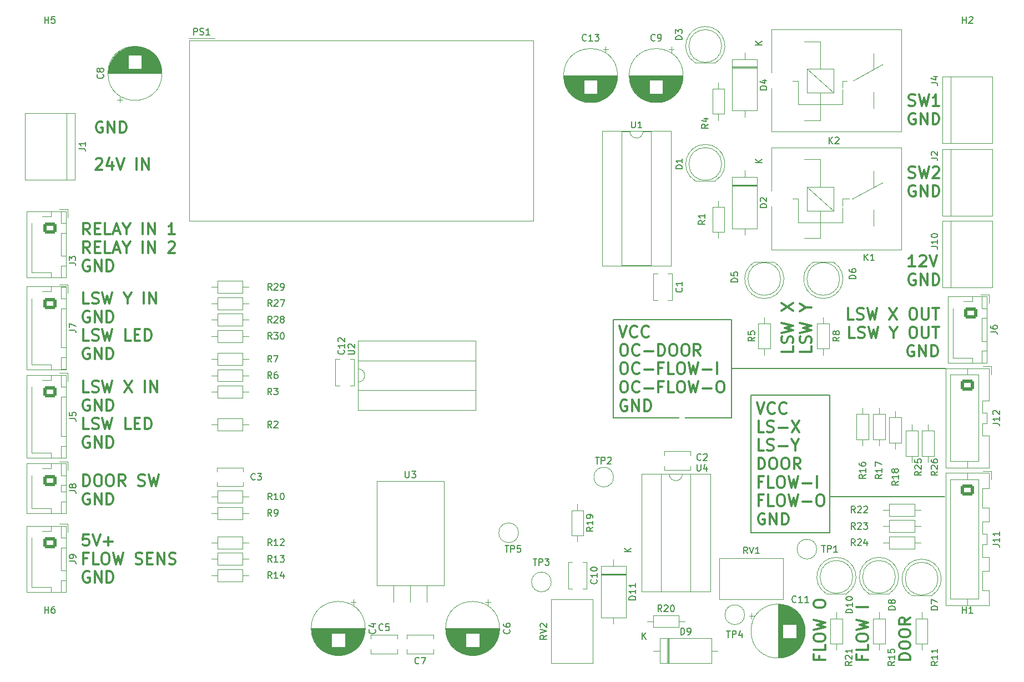
<source format=gbr>
%TF.GenerationSoftware,KiCad,Pcbnew,(6.0.1)*%
%TF.CreationDate,2023-02-05T15:58:28-08:00*%
%TF.ProjectId,Interface Board,496e7465-7266-4616-9365-20426f617264,rev?*%
%TF.SameCoordinates,Original*%
%TF.FileFunction,Legend,Top*%
%TF.FilePolarity,Positive*%
%FSLAX46Y46*%
G04 Gerber Fmt 4.6, Leading zero omitted, Abs format (unit mm)*
G04 Created by KiCad (PCBNEW (6.0.1)) date 2023-02-05 15:58:28*
%MOMM*%
%LPD*%
G01*
G04 APERTURE LIST*
G04 Aperture macros list*
%AMRoundRect*
0 Rectangle with rounded corners*
0 $1 Rounding radius*
0 $2 $3 $4 $5 $6 $7 $8 $9 X,Y pos of 4 corners*
0 Add a 4 corners polygon primitive as box body*
4,1,4,$2,$3,$4,$5,$6,$7,$8,$9,$2,$3,0*
0 Add four circle primitives for the rounded corners*
1,1,$1+$1,$2,$3*
1,1,$1+$1,$4,$5*
1,1,$1+$1,$6,$7*
1,1,$1+$1,$8,$9*
0 Add four rect primitives between the rounded corners*
20,1,$1+$1,$2,$3,$4,$5,0*
20,1,$1+$1,$4,$5,$6,$7,0*
20,1,$1+$1,$6,$7,$8,$9,0*
20,1,$1+$1,$8,$9,$2,$3,0*%
G04 Aperture macros list end*
%ADD10C,0.150000*%
%ADD11C,0.300000*%
%ADD12C,0.120000*%
%ADD13C,1.440000*%
%ADD14C,1.400000*%
%ADD15O,1.400000X1.400000*%
%ADD16R,1.800000X1.800000*%
%ADD17C,1.800000*%
%ADD18RoundRect,0.250000X-0.725000X0.600000X-0.725000X-0.600000X0.725000X-0.600000X0.725000X0.600000X0*%
%ADD19O,1.950000X1.700000*%
%ADD20R,1.600000X1.600000*%
%ADD21C,1.600000*%
%ADD22R,3.000000X3.000000*%
%ADD23C,3.000000*%
%ADD24R,2.400000X2.400000*%
%ADD25O,2.400000X2.400000*%
%ADD26C,2.000000*%
%ADD27R,4.000000X3.000000*%
%ADD28O,4.000000X3.000000*%
%ADD29O,3.500000X3.500000*%
%ADD30R,1.905000X2.000000*%
%ADD31O,1.905000X2.000000*%
%ADD32C,2.500000*%
%ADD33R,2.400000X1.600000*%
%ADD34O,2.400000X1.600000*%
%ADD35C,1.200000*%
%ADD36C,0.800000*%
%ADD37C,6.400000*%
%ADD38R,1.600000X2.400000*%
%ADD39O,1.600000X2.400000*%
%ADD40RoundRect,0.250000X-0.750000X0.600000X-0.750000X-0.600000X0.750000X-0.600000X0.750000X0.600000X0*%
%ADD41O,2.000000X1.700000*%
G04 APERTURE END LIST*
D10*
X124000000Y42000000D02*
X112000000Y42000000D01*
X112000000Y42000000D02*
X112000000Y21000000D01*
X112000000Y21000000D02*
X124000000Y21000000D01*
X124000000Y21000000D02*
X124000000Y42000000D01*
X109000000Y53500000D02*
X91000000Y53500000D01*
X91000000Y53500000D02*
X91000000Y38500000D01*
X91000000Y38500000D02*
X109000000Y38500000D01*
X109000000Y38500000D02*
X109000000Y53500000D01*
X141690000Y46110000D02*
X109000000Y46110000D01*
X124000000Y26500000D02*
X141500000Y26500000D01*
D11*
X128875000Y2195000D02*
X128875000Y1611666D01*
X129791666Y1611666D02*
X128041666Y1611666D01*
X128041666Y2445000D01*
X129791666Y3945000D02*
X129791666Y3111666D01*
X128041666Y3111666D01*
X128041666Y4861666D02*
X128041666Y5195000D01*
X128125000Y5361666D01*
X128291666Y5528333D01*
X128625000Y5611666D01*
X129208333Y5611666D01*
X129541666Y5528333D01*
X129708333Y5361666D01*
X129791666Y5195000D01*
X129791666Y4861666D01*
X129708333Y4695000D01*
X129541666Y4528333D01*
X129208333Y4445000D01*
X128625000Y4445000D01*
X128291666Y4528333D01*
X128125000Y4695000D01*
X128041666Y4861666D01*
X128041666Y6195000D02*
X129791666Y6611666D01*
X128541666Y6945000D01*
X129791666Y7278333D01*
X128041666Y7695000D01*
X129791666Y9695000D02*
X128041666Y9695000D01*
X11111666Y66525833D02*
X10528333Y67359166D01*
X10111666Y66525833D02*
X10111666Y68275833D01*
X10778333Y68275833D01*
X10945000Y68192500D01*
X11028333Y68109166D01*
X11111666Y67942500D01*
X11111666Y67692500D01*
X11028333Y67525833D01*
X10945000Y67442500D01*
X10778333Y67359166D01*
X10111666Y67359166D01*
X11861666Y67442500D02*
X12445000Y67442500D01*
X12695000Y66525833D02*
X11861666Y66525833D01*
X11861666Y68275833D01*
X12695000Y68275833D01*
X14278333Y66525833D02*
X13445000Y66525833D01*
X13445000Y68275833D01*
X14778333Y67025833D02*
X15611666Y67025833D01*
X14611666Y66525833D02*
X15195000Y68275833D01*
X15778333Y66525833D01*
X16695000Y67359166D02*
X16695000Y66525833D01*
X16111666Y68275833D02*
X16695000Y67359166D01*
X17278333Y68275833D01*
X19195000Y66525833D02*
X19195000Y68275833D01*
X20028333Y66525833D02*
X20028333Y68275833D01*
X21028333Y66525833D01*
X21028333Y68275833D01*
X24111666Y66525833D02*
X23111666Y66525833D01*
X23611666Y66525833D02*
X23611666Y68275833D01*
X23445000Y68025833D01*
X23278333Y67859166D01*
X23111666Y67775833D01*
X11111666Y63708333D02*
X10528333Y64541666D01*
X10111666Y63708333D02*
X10111666Y65458333D01*
X10778333Y65458333D01*
X10945000Y65375000D01*
X11028333Y65291666D01*
X11111666Y65125000D01*
X11111666Y64875000D01*
X11028333Y64708333D01*
X10945000Y64625000D01*
X10778333Y64541666D01*
X10111666Y64541666D01*
X11861666Y64625000D02*
X12445000Y64625000D01*
X12695000Y63708333D02*
X11861666Y63708333D01*
X11861666Y65458333D01*
X12695000Y65458333D01*
X14278333Y63708333D02*
X13445000Y63708333D01*
X13445000Y65458333D01*
X14778333Y64208333D02*
X15611666Y64208333D01*
X14611666Y63708333D02*
X15195000Y65458333D01*
X15778333Y63708333D01*
X16695000Y64541666D02*
X16695000Y63708333D01*
X16111666Y65458333D02*
X16695000Y64541666D01*
X17278333Y65458333D01*
X19195000Y63708333D02*
X19195000Y65458333D01*
X20028333Y63708333D02*
X20028333Y65458333D01*
X21028333Y63708333D01*
X21028333Y65458333D01*
X23111666Y65291666D02*
X23195000Y65375000D01*
X23361666Y65458333D01*
X23778333Y65458333D01*
X23945000Y65375000D01*
X24028333Y65291666D01*
X24111666Y65125000D01*
X24111666Y64958333D01*
X24028333Y64708333D01*
X23028333Y63708333D01*
X24111666Y63708333D01*
X11028333Y62557500D02*
X10861666Y62640833D01*
X10611666Y62640833D01*
X10361666Y62557500D01*
X10195000Y62390833D01*
X10111666Y62224166D01*
X10028333Y61890833D01*
X10028333Y61640833D01*
X10111666Y61307500D01*
X10195000Y61140833D01*
X10361666Y60974166D01*
X10611666Y60890833D01*
X10778333Y60890833D01*
X11028333Y60974166D01*
X11111666Y61057500D01*
X11111666Y61640833D01*
X10778333Y61640833D01*
X11861666Y60890833D02*
X11861666Y62640833D01*
X12861666Y60890833D01*
X12861666Y62640833D01*
X13695000Y60890833D02*
X13695000Y62640833D01*
X14111666Y62640833D01*
X14361666Y62557500D01*
X14528333Y62390833D01*
X14611666Y62224166D01*
X14695000Y61890833D01*
X14695000Y61640833D01*
X14611666Y61307500D01*
X14528333Y61140833D01*
X14361666Y60974166D01*
X14111666Y60890833D01*
X13695000Y60890833D01*
X127638333Y53525833D02*
X126805000Y53525833D01*
X126805000Y55275833D01*
X128138333Y53609166D02*
X128388333Y53525833D01*
X128805000Y53525833D01*
X128971666Y53609166D01*
X129055000Y53692500D01*
X129138333Y53859166D01*
X129138333Y54025833D01*
X129055000Y54192500D01*
X128971666Y54275833D01*
X128805000Y54359166D01*
X128471666Y54442500D01*
X128305000Y54525833D01*
X128221666Y54609166D01*
X128138333Y54775833D01*
X128138333Y54942500D01*
X128221666Y55109166D01*
X128305000Y55192500D01*
X128471666Y55275833D01*
X128888333Y55275833D01*
X129138333Y55192500D01*
X129721666Y55275833D02*
X130138333Y53525833D01*
X130471666Y54775833D01*
X130805000Y53525833D01*
X131221666Y55275833D01*
X133055000Y55275833D02*
X134221666Y53525833D01*
X134221666Y55275833D02*
X133055000Y53525833D01*
X136555000Y55275833D02*
X136888333Y55275833D01*
X137055000Y55192500D01*
X137221666Y55025833D01*
X137305000Y54692500D01*
X137305000Y54109166D01*
X137221666Y53775833D01*
X137055000Y53609166D01*
X136888333Y53525833D01*
X136555000Y53525833D01*
X136388333Y53609166D01*
X136221666Y53775833D01*
X136138333Y54109166D01*
X136138333Y54692500D01*
X136221666Y55025833D01*
X136388333Y55192500D01*
X136555000Y55275833D01*
X138055000Y55275833D02*
X138055000Y53859166D01*
X138138333Y53692500D01*
X138221666Y53609166D01*
X138388333Y53525833D01*
X138721666Y53525833D01*
X138888333Y53609166D01*
X138971666Y53692500D01*
X139055000Y53859166D01*
X139055000Y55275833D01*
X139638333Y55275833D02*
X140638333Y55275833D01*
X140138333Y53525833D02*
X140138333Y55275833D01*
X127805000Y50708333D02*
X126971666Y50708333D01*
X126971666Y52458333D01*
X128305000Y50791666D02*
X128555000Y50708333D01*
X128971666Y50708333D01*
X129138333Y50791666D01*
X129221666Y50875000D01*
X129305000Y51041666D01*
X129305000Y51208333D01*
X129221666Y51375000D01*
X129138333Y51458333D01*
X128971666Y51541666D01*
X128638333Y51625000D01*
X128471666Y51708333D01*
X128388333Y51791666D01*
X128305000Y51958333D01*
X128305000Y52125000D01*
X128388333Y52291666D01*
X128471666Y52375000D01*
X128638333Y52458333D01*
X129055000Y52458333D01*
X129305000Y52375000D01*
X129888333Y52458333D02*
X130305000Y50708333D01*
X130638333Y51958333D01*
X130971666Y50708333D01*
X131388333Y52458333D01*
X133721666Y51541666D02*
X133721666Y50708333D01*
X133138333Y52458333D02*
X133721666Y51541666D01*
X134305000Y52458333D01*
X136555000Y52458333D02*
X136888333Y52458333D01*
X137055000Y52375000D01*
X137221666Y52208333D01*
X137305000Y51875000D01*
X137305000Y51291666D01*
X137221666Y50958333D01*
X137055000Y50791666D01*
X136888333Y50708333D01*
X136555000Y50708333D01*
X136388333Y50791666D01*
X136221666Y50958333D01*
X136138333Y51291666D01*
X136138333Y51875000D01*
X136221666Y52208333D01*
X136388333Y52375000D01*
X136555000Y52458333D01*
X138055000Y52458333D02*
X138055000Y51041666D01*
X138138333Y50875000D01*
X138221666Y50791666D01*
X138388333Y50708333D01*
X138721666Y50708333D01*
X138888333Y50791666D01*
X138971666Y50875000D01*
X139055000Y51041666D01*
X139055000Y52458333D01*
X139638333Y52458333D02*
X140638333Y52458333D01*
X140138333Y50708333D02*
X140138333Y52458333D01*
X136805000Y49557500D02*
X136638333Y49640833D01*
X136388333Y49640833D01*
X136138333Y49557500D01*
X135971666Y49390833D01*
X135888333Y49224166D01*
X135805000Y48890833D01*
X135805000Y48640833D01*
X135888333Y48307500D01*
X135971666Y48140833D01*
X136138333Y47974166D01*
X136388333Y47890833D01*
X136555000Y47890833D01*
X136805000Y47974166D01*
X136888333Y48057500D01*
X136888333Y48640833D01*
X136555000Y48640833D01*
X137638333Y47890833D02*
X137638333Y49640833D01*
X138638333Y47890833D01*
X138638333Y49640833D01*
X139471666Y47890833D02*
X139471666Y49640833D01*
X139888333Y49640833D01*
X140138333Y49557500D01*
X140305000Y49390833D01*
X140388333Y49224166D01*
X140471666Y48890833D01*
X140471666Y48640833D01*
X140388333Y48307500D01*
X140305000Y48140833D01*
X140138333Y47974166D01*
X139888333Y47890833D01*
X139471666Y47890833D01*
X112861666Y40910833D02*
X113445000Y39160833D01*
X114028333Y40910833D01*
X115611666Y39327500D02*
X115528333Y39244166D01*
X115278333Y39160833D01*
X115111666Y39160833D01*
X114861666Y39244166D01*
X114695000Y39410833D01*
X114611666Y39577500D01*
X114528333Y39910833D01*
X114528333Y40160833D01*
X114611666Y40494166D01*
X114695000Y40660833D01*
X114861666Y40827500D01*
X115111666Y40910833D01*
X115278333Y40910833D01*
X115528333Y40827500D01*
X115611666Y40744166D01*
X117361666Y39327500D02*
X117278333Y39244166D01*
X117028333Y39160833D01*
X116861666Y39160833D01*
X116611666Y39244166D01*
X116445000Y39410833D01*
X116361666Y39577500D01*
X116278333Y39910833D01*
X116278333Y40160833D01*
X116361666Y40494166D01*
X116445000Y40660833D01*
X116611666Y40827500D01*
X116861666Y40910833D01*
X117028333Y40910833D01*
X117278333Y40827500D01*
X117361666Y40744166D01*
X113945000Y36343333D02*
X113111666Y36343333D01*
X113111666Y38093333D01*
X114445000Y36426666D02*
X114695000Y36343333D01*
X115111666Y36343333D01*
X115278333Y36426666D01*
X115361666Y36510000D01*
X115445000Y36676666D01*
X115445000Y36843333D01*
X115361666Y37010000D01*
X115278333Y37093333D01*
X115111666Y37176666D01*
X114778333Y37260000D01*
X114611666Y37343333D01*
X114528333Y37426666D01*
X114445000Y37593333D01*
X114445000Y37760000D01*
X114528333Y37926666D01*
X114611666Y38010000D01*
X114778333Y38093333D01*
X115195000Y38093333D01*
X115445000Y38010000D01*
X116195000Y37010000D02*
X117528333Y37010000D01*
X118195000Y38093333D02*
X119361666Y36343333D01*
X119361666Y38093333D02*
X118195000Y36343333D01*
X113945000Y33525833D02*
X113111666Y33525833D01*
X113111666Y35275833D01*
X114445000Y33609166D02*
X114695000Y33525833D01*
X115111666Y33525833D01*
X115278333Y33609166D01*
X115361666Y33692500D01*
X115445000Y33859166D01*
X115445000Y34025833D01*
X115361666Y34192500D01*
X115278333Y34275833D01*
X115111666Y34359166D01*
X114778333Y34442500D01*
X114611666Y34525833D01*
X114528333Y34609166D01*
X114445000Y34775833D01*
X114445000Y34942500D01*
X114528333Y35109166D01*
X114611666Y35192500D01*
X114778333Y35275833D01*
X115195000Y35275833D01*
X115445000Y35192500D01*
X116195000Y34192500D02*
X117528333Y34192500D01*
X118695000Y34359166D02*
X118695000Y33525833D01*
X118111666Y35275833D02*
X118695000Y34359166D01*
X119278333Y35275833D01*
X113111666Y30708333D02*
X113111666Y32458333D01*
X113528333Y32458333D01*
X113778333Y32375000D01*
X113945000Y32208333D01*
X114028333Y32041666D01*
X114111666Y31708333D01*
X114111666Y31458333D01*
X114028333Y31125000D01*
X113945000Y30958333D01*
X113778333Y30791666D01*
X113528333Y30708333D01*
X113111666Y30708333D01*
X115195000Y32458333D02*
X115528333Y32458333D01*
X115695000Y32375000D01*
X115861666Y32208333D01*
X115945000Y31875000D01*
X115945000Y31291666D01*
X115861666Y30958333D01*
X115695000Y30791666D01*
X115528333Y30708333D01*
X115195000Y30708333D01*
X115028333Y30791666D01*
X114861666Y30958333D01*
X114778333Y31291666D01*
X114778333Y31875000D01*
X114861666Y32208333D01*
X115028333Y32375000D01*
X115195000Y32458333D01*
X117028333Y32458333D02*
X117361666Y32458333D01*
X117528333Y32375000D01*
X117695000Y32208333D01*
X117778333Y31875000D01*
X117778333Y31291666D01*
X117695000Y30958333D01*
X117528333Y30791666D01*
X117361666Y30708333D01*
X117028333Y30708333D01*
X116861666Y30791666D01*
X116695000Y30958333D01*
X116611666Y31291666D01*
X116611666Y31875000D01*
X116695000Y32208333D01*
X116861666Y32375000D01*
X117028333Y32458333D01*
X119528333Y30708333D02*
X118945000Y31541666D01*
X118528333Y30708333D02*
X118528333Y32458333D01*
X119195000Y32458333D01*
X119361666Y32375000D01*
X119445000Y32291666D01*
X119528333Y32125000D01*
X119528333Y31875000D01*
X119445000Y31708333D01*
X119361666Y31625000D01*
X119195000Y31541666D01*
X118528333Y31541666D01*
X113695000Y28807500D02*
X113111666Y28807500D01*
X113111666Y27890833D02*
X113111666Y29640833D01*
X113945000Y29640833D01*
X115445000Y27890833D02*
X114611666Y27890833D01*
X114611666Y29640833D01*
X116361666Y29640833D02*
X116695000Y29640833D01*
X116861666Y29557500D01*
X117028333Y29390833D01*
X117111666Y29057500D01*
X117111666Y28474166D01*
X117028333Y28140833D01*
X116861666Y27974166D01*
X116695000Y27890833D01*
X116361666Y27890833D01*
X116195000Y27974166D01*
X116028333Y28140833D01*
X115945000Y28474166D01*
X115945000Y29057500D01*
X116028333Y29390833D01*
X116195000Y29557500D01*
X116361666Y29640833D01*
X117695000Y29640833D02*
X118111666Y27890833D01*
X118445000Y29140833D01*
X118778333Y27890833D01*
X119195000Y29640833D01*
X119861666Y28557500D02*
X121195000Y28557500D01*
X122028333Y27890833D02*
X122028333Y29640833D01*
X113695000Y25990000D02*
X113111666Y25990000D01*
X113111666Y25073333D02*
X113111666Y26823333D01*
X113945000Y26823333D01*
X115445000Y25073333D02*
X114611666Y25073333D01*
X114611666Y26823333D01*
X116361666Y26823333D02*
X116695000Y26823333D01*
X116861666Y26740000D01*
X117028333Y26573333D01*
X117111666Y26240000D01*
X117111666Y25656666D01*
X117028333Y25323333D01*
X116861666Y25156666D01*
X116695000Y25073333D01*
X116361666Y25073333D01*
X116195000Y25156666D01*
X116028333Y25323333D01*
X115945000Y25656666D01*
X115945000Y26240000D01*
X116028333Y26573333D01*
X116195000Y26740000D01*
X116361666Y26823333D01*
X117695000Y26823333D02*
X118111666Y25073333D01*
X118445000Y26323333D01*
X118778333Y25073333D01*
X119195000Y26823333D01*
X119861666Y25740000D02*
X121195000Y25740000D01*
X122361666Y26823333D02*
X122695000Y26823333D01*
X122861666Y26740000D01*
X123028333Y26573333D01*
X123111666Y26240000D01*
X123111666Y25656666D01*
X123028333Y25323333D01*
X122861666Y25156666D01*
X122695000Y25073333D01*
X122361666Y25073333D01*
X122195000Y25156666D01*
X122028333Y25323333D01*
X121945000Y25656666D01*
X121945000Y26240000D01*
X122028333Y26573333D01*
X122195000Y26740000D01*
X122361666Y26823333D01*
X114028333Y23922500D02*
X113861666Y24005833D01*
X113611666Y24005833D01*
X113361666Y23922500D01*
X113195000Y23755833D01*
X113111666Y23589166D01*
X113028333Y23255833D01*
X113028333Y23005833D01*
X113111666Y22672500D01*
X113195000Y22505833D01*
X113361666Y22339166D01*
X113611666Y22255833D01*
X113778333Y22255833D01*
X114028333Y22339166D01*
X114111666Y22422500D01*
X114111666Y23005833D01*
X113778333Y23005833D01*
X114861666Y22255833D02*
X114861666Y24005833D01*
X115861666Y22255833D01*
X115861666Y24005833D01*
X116695000Y22255833D02*
X116695000Y24005833D01*
X117111666Y24005833D01*
X117361666Y23922500D01*
X117528333Y23755833D01*
X117611666Y23589166D01*
X117695000Y23255833D01*
X117695000Y23005833D01*
X117611666Y22672500D01*
X117528333Y22505833D01*
X117361666Y22339166D01*
X117111666Y22255833D01*
X116695000Y22255833D01*
X10945000Y42434583D02*
X10111666Y42434583D01*
X10111666Y44184583D01*
X11445000Y42517916D02*
X11695000Y42434583D01*
X12111666Y42434583D01*
X12278333Y42517916D01*
X12361666Y42601250D01*
X12445000Y42767916D01*
X12445000Y42934583D01*
X12361666Y43101250D01*
X12278333Y43184583D01*
X12111666Y43267916D01*
X11778333Y43351250D01*
X11611666Y43434583D01*
X11528333Y43517916D01*
X11445000Y43684583D01*
X11445000Y43851250D01*
X11528333Y44017916D01*
X11611666Y44101250D01*
X11778333Y44184583D01*
X12195000Y44184583D01*
X12445000Y44101250D01*
X13028333Y44184583D02*
X13445000Y42434583D01*
X13778333Y43684583D01*
X14111666Y42434583D01*
X14528333Y44184583D01*
X16361666Y44184583D02*
X17528333Y42434583D01*
X17528333Y44184583D02*
X16361666Y42434583D01*
X19528333Y42434583D02*
X19528333Y44184583D01*
X20361666Y42434583D02*
X20361666Y44184583D01*
X21361666Y42434583D01*
X21361666Y44184583D01*
X11028333Y41283750D02*
X10861666Y41367083D01*
X10611666Y41367083D01*
X10361666Y41283750D01*
X10195000Y41117083D01*
X10111666Y40950416D01*
X10028333Y40617083D01*
X10028333Y40367083D01*
X10111666Y40033750D01*
X10195000Y39867083D01*
X10361666Y39700416D01*
X10611666Y39617083D01*
X10778333Y39617083D01*
X11028333Y39700416D01*
X11111666Y39783750D01*
X11111666Y40367083D01*
X10778333Y40367083D01*
X11861666Y39617083D02*
X11861666Y41367083D01*
X12861666Y39617083D01*
X12861666Y41367083D01*
X13695000Y39617083D02*
X13695000Y41367083D01*
X14111666Y41367083D01*
X14361666Y41283750D01*
X14528333Y41117083D01*
X14611666Y40950416D01*
X14695000Y40617083D01*
X14695000Y40367083D01*
X14611666Y40033750D01*
X14528333Y39867083D01*
X14361666Y39700416D01*
X14111666Y39617083D01*
X13695000Y39617083D01*
X10945000Y36799583D02*
X10111666Y36799583D01*
X10111666Y38549583D01*
X11445000Y36882916D02*
X11695000Y36799583D01*
X12111666Y36799583D01*
X12278333Y36882916D01*
X12361666Y36966250D01*
X12445000Y37132916D01*
X12445000Y37299583D01*
X12361666Y37466250D01*
X12278333Y37549583D01*
X12111666Y37632916D01*
X11778333Y37716250D01*
X11611666Y37799583D01*
X11528333Y37882916D01*
X11445000Y38049583D01*
X11445000Y38216250D01*
X11528333Y38382916D01*
X11611666Y38466250D01*
X11778333Y38549583D01*
X12195000Y38549583D01*
X12445000Y38466250D01*
X13028333Y38549583D02*
X13445000Y36799583D01*
X13778333Y38049583D01*
X14111666Y36799583D01*
X14528333Y38549583D01*
X17361666Y36799583D02*
X16528333Y36799583D01*
X16528333Y38549583D01*
X17945000Y37716250D02*
X18528333Y37716250D01*
X18778333Y36799583D02*
X17945000Y36799583D01*
X17945000Y38549583D01*
X18778333Y38549583D01*
X19528333Y36799583D02*
X19528333Y38549583D01*
X19945000Y38549583D01*
X20195000Y38466250D01*
X20361666Y38299583D01*
X20445000Y38132916D01*
X20528333Y37799583D01*
X20528333Y37549583D01*
X20445000Y37216250D01*
X20361666Y37049583D01*
X20195000Y36882916D01*
X19945000Y36799583D01*
X19528333Y36799583D01*
X11028333Y35648750D02*
X10861666Y35732083D01*
X10611666Y35732083D01*
X10361666Y35648750D01*
X10195000Y35482083D01*
X10111666Y35315416D01*
X10028333Y34982083D01*
X10028333Y34732083D01*
X10111666Y34398750D01*
X10195000Y34232083D01*
X10361666Y34065416D01*
X10611666Y33982083D01*
X10778333Y33982083D01*
X11028333Y34065416D01*
X11111666Y34148750D01*
X11111666Y34732083D01*
X10778333Y34732083D01*
X11861666Y33982083D02*
X11861666Y35732083D01*
X12861666Y33982083D01*
X12861666Y35732083D01*
X13695000Y33982083D02*
X13695000Y35732083D01*
X14111666Y35732083D01*
X14361666Y35648750D01*
X14528333Y35482083D01*
X14611666Y35315416D01*
X14695000Y34982083D01*
X14695000Y34732083D01*
X14611666Y34398750D01*
X14528333Y34232083D01*
X14361666Y34065416D01*
X14111666Y33982083D01*
X13695000Y33982083D01*
X10945000Y20775833D02*
X10111666Y20775833D01*
X10028333Y19942500D01*
X10111666Y20025833D01*
X10278333Y20109166D01*
X10695000Y20109166D01*
X10861666Y20025833D01*
X10945000Y19942500D01*
X11028333Y19775833D01*
X11028333Y19359166D01*
X10945000Y19192500D01*
X10861666Y19109166D01*
X10695000Y19025833D01*
X10278333Y19025833D01*
X10111666Y19109166D01*
X10028333Y19192500D01*
X11528333Y20775833D02*
X12111666Y19025833D01*
X12695000Y20775833D01*
X13278333Y19692500D02*
X14611666Y19692500D01*
X13945000Y19025833D02*
X13945000Y20359166D01*
X10695000Y17125000D02*
X10111666Y17125000D01*
X10111666Y16208333D02*
X10111666Y17958333D01*
X10945000Y17958333D01*
X12445000Y16208333D02*
X11611666Y16208333D01*
X11611666Y17958333D01*
X13361666Y17958333D02*
X13695000Y17958333D01*
X13861666Y17875000D01*
X14028333Y17708333D01*
X14111666Y17375000D01*
X14111666Y16791666D01*
X14028333Y16458333D01*
X13861666Y16291666D01*
X13695000Y16208333D01*
X13361666Y16208333D01*
X13195000Y16291666D01*
X13028333Y16458333D01*
X12945000Y16791666D01*
X12945000Y17375000D01*
X13028333Y17708333D01*
X13195000Y17875000D01*
X13361666Y17958333D01*
X14695000Y17958333D02*
X15111666Y16208333D01*
X15445000Y17458333D01*
X15778333Y16208333D01*
X16195000Y17958333D01*
X18111666Y16291666D02*
X18361666Y16208333D01*
X18778333Y16208333D01*
X18945000Y16291666D01*
X19028333Y16375000D01*
X19111666Y16541666D01*
X19111666Y16708333D01*
X19028333Y16875000D01*
X18945000Y16958333D01*
X18778333Y17041666D01*
X18445000Y17125000D01*
X18278333Y17208333D01*
X18195000Y17291666D01*
X18111666Y17458333D01*
X18111666Y17625000D01*
X18195000Y17791666D01*
X18278333Y17875000D01*
X18445000Y17958333D01*
X18861666Y17958333D01*
X19111666Y17875000D01*
X19861666Y17125000D02*
X20445000Y17125000D01*
X20695000Y16208333D02*
X19861666Y16208333D01*
X19861666Y17958333D01*
X20695000Y17958333D01*
X21445000Y16208333D02*
X21445000Y17958333D01*
X22445000Y16208333D01*
X22445000Y17958333D01*
X23195000Y16291666D02*
X23445000Y16208333D01*
X23861666Y16208333D01*
X24028333Y16291666D01*
X24111666Y16375000D01*
X24195000Y16541666D01*
X24195000Y16708333D01*
X24111666Y16875000D01*
X24028333Y16958333D01*
X23861666Y17041666D01*
X23528333Y17125000D01*
X23361666Y17208333D01*
X23278333Y17291666D01*
X23195000Y17458333D01*
X23195000Y17625000D01*
X23278333Y17791666D01*
X23361666Y17875000D01*
X23528333Y17958333D01*
X23945000Y17958333D01*
X24195000Y17875000D01*
X11028333Y15057500D02*
X10861666Y15140833D01*
X10611666Y15140833D01*
X10361666Y15057500D01*
X10195000Y14890833D01*
X10111666Y14724166D01*
X10028333Y14390833D01*
X10028333Y14140833D01*
X10111666Y13807500D01*
X10195000Y13640833D01*
X10361666Y13474166D01*
X10611666Y13390833D01*
X10778333Y13390833D01*
X11028333Y13474166D01*
X11111666Y13557500D01*
X11111666Y14140833D01*
X10778333Y14140833D01*
X11861666Y13390833D02*
X11861666Y15140833D01*
X12861666Y13390833D01*
X12861666Y15140833D01*
X13695000Y13390833D02*
X13695000Y15140833D01*
X14111666Y15140833D01*
X14361666Y15057500D01*
X14528333Y14890833D01*
X14611666Y14724166D01*
X14695000Y14390833D01*
X14695000Y14140833D01*
X14611666Y13807500D01*
X14528333Y13640833D01*
X14361666Y13474166D01*
X14111666Y13390833D01*
X13695000Y13390833D01*
X10945000Y55934583D02*
X10111666Y55934583D01*
X10111666Y57684583D01*
X11445000Y56017916D02*
X11695000Y55934583D01*
X12111666Y55934583D01*
X12278333Y56017916D01*
X12361666Y56101250D01*
X12445000Y56267916D01*
X12445000Y56434583D01*
X12361666Y56601250D01*
X12278333Y56684583D01*
X12111666Y56767916D01*
X11778333Y56851250D01*
X11611666Y56934583D01*
X11528333Y57017916D01*
X11445000Y57184583D01*
X11445000Y57351250D01*
X11528333Y57517916D01*
X11611666Y57601250D01*
X11778333Y57684583D01*
X12195000Y57684583D01*
X12445000Y57601250D01*
X13028333Y57684583D02*
X13445000Y55934583D01*
X13778333Y57184583D01*
X14111666Y55934583D01*
X14528333Y57684583D01*
X16861666Y56767916D02*
X16861666Y55934583D01*
X16278333Y57684583D02*
X16861666Y56767916D01*
X17445000Y57684583D01*
X19361666Y55934583D02*
X19361666Y57684583D01*
X20195000Y55934583D02*
X20195000Y57684583D01*
X21195000Y55934583D01*
X21195000Y57684583D01*
X11028333Y54783750D02*
X10861666Y54867083D01*
X10611666Y54867083D01*
X10361666Y54783750D01*
X10195000Y54617083D01*
X10111666Y54450416D01*
X10028333Y54117083D01*
X10028333Y53867083D01*
X10111666Y53533750D01*
X10195000Y53367083D01*
X10361666Y53200416D01*
X10611666Y53117083D01*
X10778333Y53117083D01*
X11028333Y53200416D01*
X11111666Y53283750D01*
X11111666Y53867083D01*
X10778333Y53867083D01*
X11861666Y53117083D02*
X11861666Y54867083D01*
X12861666Y53117083D01*
X12861666Y54867083D01*
X13695000Y53117083D02*
X13695000Y54867083D01*
X14111666Y54867083D01*
X14361666Y54783750D01*
X14528333Y54617083D01*
X14611666Y54450416D01*
X14695000Y54117083D01*
X14695000Y53867083D01*
X14611666Y53533750D01*
X14528333Y53367083D01*
X14361666Y53200416D01*
X14111666Y53117083D01*
X13695000Y53117083D01*
X10945000Y50299583D02*
X10111666Y50299583D01*
X10111666Y52049583D01*
X11445000Y50382916D02*
X11695000Y50299583D01*
X12111666Y50299583D01*
X12278333Y50382916D01*
X12361666Y50466250D01*
X12445000Y50632916D01*
X12445000Y50799583D01*
X12361666Y50966250D01*
X12278333Y51049583D01*
X12111666Y51132916D01*
X11778333Y51216250D01*
X11611666Y51299583D01*
X11528333Y51382916D01*
X11445000Y51549583D01*
X11445000Y51716250D01*
X11528333Y51882916D01*
X11611666Y51966250D01*
X11778333Y52049583D01*
X12195000Y52049583D01*
X12445000Y51966250D01*
X13028333Y52049583D02*
X13445000Y50299583D01*
X13778333Y51549583D01*
X14111666Y50299583D01*
X14528333Y52049583D01*
X17361666Y50299583D02*
X16528333Y50299583D01*
X16528333Y52049583D01*
X17945000Y51216250D02*
X18528333Y51216250D01*
X18778333Y50299583D02*
X17945000Y50299583D01*
X17945000Y52049583D01*
X18778333Y52049583D01*
X19528333Y50299583D02*
X19528333Y52049583D01*
X19945000Y52049583D01*
X20195000Y51966250D01*
X20361666Y51799583D01*
X20445000Y51632916D01*
X20528333Y51299583D01*
X20528333Y51049583D01*
X20445000Y50716250D01*
X20361666Y50549583D01*
X20195000Y50382916D01*
X19945000Y50299583D01*
X19528333Y50299583D01*
X11028333Y49148750D02*
X10861666Y49232083D01*
X10611666Y49232083D01*
X10361666Y49148750D01*
X10195000Y48982083D01*
X10111666Y48815416D01*
X10028333Y48482083D01*
X10028333Y48232083D01*
X10111666Y47898750D01*
X10195000Y47732083D01*
X10361666Y47565416D01*
X10611666Y47482083D01*
X10778333Y47482083D01*
X11028333Y47565416D01*
X11111666Y47648750D01*
X11111666Y48232083D01*
X10778333Y48232083D01*
X11861666Y47482083D02*
X11861666Y49232083D01*
X12861666Y47482083D01*
X12861666Y49232083D01*
X13695000Y47482083D02*
X13695000Y49232083D01*
X14111666Y49232083D01*
X14361666Y49148750D01*
X14528333Y48982083D01*
X14611666Y48815416D01*
X14695000Y48482083D01*
X14695000Y48232083D01*
X14611666Y47898750D01*
X14528333Y47732083D01*
X14361666Y47565416D01*
X14111666Y47482083D01*
X13695000Y47482083D01*
X10111666Y28117083D02*
X10111666Y29867083D01*
X10528333Y29867083D01*
X10778333Y29783750D01*
X10945000Y29617083D01*
X11028333Y29450416D01*
X11111666Y29117083D01*
X11111666Y28867083D01*
X11028333Y28533750D01*
X10945000Y28367083D01*
X10778333Y28200416D01*
X10528333Y28117083D01*
X10111666Y28117083D01*
X12195000Y29867083D02*
X12528333Y29867083D01*
X12695000Y29783750D01*
X12861666Y29617083D01*
X12945000Y29283750D01*
X12945000Y28700416D01*
X12861666Y28367083D01*
X12695000Y28200416D01*
X12528333Y28117083D01*
X12195000Y28117083D01*
X12028333Y28200416D01*
X11861666Y28367083D01*
X11778333Y28700416D01*
X11778333Y29283750D01*
X11861666Y29617083D01*
X12028333Y29783750D01*
X12195000Y29867083D01*
X14028333Y29867083D02*
X14361666Y29867083D01*
X14528333Y29783750D01*
X14695000Y29617083D01*
X14778333Y29283750D01*
X14778333Y28700416D01*
X14695000Y28367083D01*
X14528333Y28200416D01*
X14361666Y28117083D01*
X14028333Y28117083D01*
X13861666Y28200416D01*
X13695000Y28367083D01*
X13611666Y28700416D01*
X13611666Y29283750D01*
X13695000Y29617083D01*
X13861666Y29783750D01*
X14028333Y29867083D01*
X16528333Y28117083D02*
X15945000Y28950416D01*
X15528333Y28117083D02*
X15528333Y29867083D01*
X16195000Y29867083D01*
X16361666Y29783750D01*
X16445000Y29700416D01*
X16528333Y29533750D01*
X16528333Y29283750D01*
X16445000Y29117083D01*
X16361666Y29033750D01*
X16195000Y28950416D01*
X15528333Y28950416D01*
X18528333Y28200416D02*
X18778333Y28117083D01*
X19195000Y28117083D01*
X19361666Y28200416D01*
X19445000Y28283750D01*
X19528333Y28450416D01*
X19528333Y28617083D01*
X19445000Y28783750D01*
X19361666Y28867083D01*
X19195000Y28950416D01*
X18861666Y29033750D01*
X18695000Y29117083D01*
X18611666Y29200416D01*
X18528333Y29367083D01*
X18528333Y29533750D01*
X18611666Y29700416D01*
X18695000Y29783750D01*
X18861666Y29867083D01*
X19278333Y29867083D01*
X19528333Y29783750D01*
X20111666Y29867083D02*
X20528333Y28117083D01*
X20861666Y29367083D01*
X21195000Y28117083D01*
X21611666Y29867083D01*
X11028333Y26966250D02*
X10861666Y27049583D01*
X10611666Y27049583D01*
X10361666Y26966250D01*
X10195000Y26799583D01*
X10111666Y26632916D01*
X10028333Y26299583D01*
X10028333Y26049583D01*
X10111666Y25716250D01*
X10195000Y25549583D01*
X10361666Y25382916D01*
X10611666Y25299583D01*
X10778333Y25299583D01*
X11028333Y25382916D01*
X11111666Y25466250D01*
X11111666Y26049583D01*
X10778333Y26049583D01*
X11861666Y25299583D02*
X11861666Y27049583D01*
X12861666Y25299583D01*
X12861666Y27049583D01*
X13695000Y25299583D02*
X13695000Y27049583D01*
X14111666Y27049583D01*
X14361666Y26966250D01*
X14528333Y26799583D01*
X14611666Y26632916D01*
X14695000Y26299583D01*
X14695000Y26049583D01*
X14611666Y25716250D01*
X14528333Y25549583D01*
X14361666Y25382916D01*
X14111666Y25299583D01*
X13695000Y25299583D01*
X118382916Y49445000D02*
X118382916Y48611666D01*
X116632916Y48611666D01*
X118299583Y49945000D02*
X118382916Y50195000D01*
X118382916Y50611666D01*
X118299583Y50778333D01*
X118216250Y50861666D01*
X118049583Y50945000D01*
X117882916Y50945000D01*
X117716250Y50861666D01*
X117632916Y50778333D01*
X117549583Y50611666D01*
X117466250Y50278333D01*
X117382916Y50111666D01*
X117299583Y50028333D01*
X117132916Y49945000D01*
X116966250Y49945000D01*
X116799583Y50028333D01*
X116716250Y50111666D01*
X116632916Y50278333D01*
X116632916Y50695000D01*
X116716250Y50945000D01*
X116632916Y51528333D02*
X118382916Y51945000D01*
X117132916Y52278333D01*
X118382916Y52611666D01*
X116632916Y53028333D01*
X116632916Y54861666D02*
X118382916Y56028333D01*
X116632916Y56028333D02*
X118382916Y54861666D01*
X121200416Y49445000D02*
X121200416Y48611666D01*
X119450416Y48611666D01*
X121117083Y49945000D02*
X121200416Y50195000D01*
X121200416Y50611666D01*
X121117083Y50778333D01*
X121033750Y50861666D01*
X120867083Y50945000D01*
X120700416Y50945000D01*
X120533750Y50861666D01*
X120450416Y50778333D01*
X120367083Y50611666D01*
X120283750Y50278333D01*
X120200416Y50111666D01*
X120117083Y50028333D01*
X119950416Y49945000D01*
X119783750Y49945000D01*
X119617083Y50028333D01*
X119533750Y50111666D01*
X119450416Y50278333D01*
X119450416Y50695000D01*
X119533750Y50945000D01*
X119450416Y51528333D02*
X121200416Y51945000D01*
X119950416Y52278333D01*
X121200416Y52611666D01*
X119450416Y53028333D01*
X120367083Y55361666D02*
X121200416Y55361666D01*
X119450416Y54778333D02*
X120367083Y55361666D01*
X119450416Y55945000D01*
X136291666Y1611666D02*
X134541666Y1611666D01*
X134541666Y2028333D01*
X134625000Y2278333D01*
X134791666Y2445000D01*
X134958333Y2528333D01*
X135291666Y2611666D01*
X135541666Y2611666D01*
X135875000Y2528333D01*
X136041666Y2445000D01*
X136208333Y2278333D01*
X136291666Y2028333D01*
X136291666Y1611666D01*
X134541666Y3695000D02*
X134541666Y4028333D01*
X134625000Y4195000D01*
X134791666Y4361666D01*
X135125000Y4445000D01*
X135708333Y4445000D01*
X136041666Y4361666D01*
X136208333Y4195000D01*
X136291666Y4028333D01*
X136291666Y3695000D01*
X136208333Y3528333D01*
X136041666Y3361666D01*
X135708333Y3278333D01*
X135125000Y3278333D01*
X134791666Y3361666D01*
X134625000Y3528333D01*
X134541666Y3695000D01*
X134541666Y5528333D02*
X134541666Y5861666D01*
X134625000Y6028333D01*
X134791666Y6195000D01*
X135125000Y6278333D01*
X135708333Y6278333D01*
X136041666Y6195000D01*
X136208333Y6028333D01*
X136291666Y5861666D01*
X136291666Y5528333D01*
X136208333Y5361666D01*
X136041666Y5195000D01*
X135708333Y5111666D01*
X135125000Y5111666D01*
X134791666Y5195000D01*
X134625000Y5361666D01*
X134541666Y5528333D01*
X136291666Y8028333D02*
X135458333Y7445000D01*
X136291666Y7028333D02*
X134541666Y7028333D01*
X134541666Y7695000D01*
X134625000Y7861666D01*
X134708333Y7945000D01*
X134875000Y8028333D01*
X135125000Y8028333D01*
X135291666Y7945000D01*
X135375000Y7861666D01*
X135458333Y7695000D01*
X135458333Y7028333D01*
X137028333Y61617083D02*
X136028333Y61617083D01*
X136528333Y61617083D02*
X136528333Y63367083D01*
X136361666Y63117083D01*
X136195000Y62950416D01*
X136028333Y62867083D01*
X137695000Y63200416D02*
X137778333Y63283750D01*
X137945000Y63367083D01*
X138361666Y63367083D01*
X138528333Y63283750D01*
X138611666Y63200416D01*
X138695000Y63033750D01*
X138695000Y62867083D01*
X138611666Y62617083D01*
X137611666Y61617083D01*
X138695000Y61617083D01*
X139195000Y63367083D02*
X139778333Y61617083D01*
X140361666Y63367083D01*
X137028333Y60466250D02*
X136861666Y60549583D01*
X136611666Y60549583D01*
X136361666Y60466250D01*
X136195000Y60299583D01*
X136111666Y60132916D01*
X136028333Y59799583D01*
X136028333Y59549583D01*
X136111666Y59216250D01*
X136195000Y59049583D01*
X136361666Y58882916D01*
X136611666Y58799583D01*
X136778333Y58799583D01*
X137028333Y58882916D01*
X137111666Y58966250D01*
X137111666Y59549583D01*
X136778333Y59549583D01*
X137861666Y58799583D02*
X137861666Y60549583D01*
X138861666Y58799583D01*
X138861666Y60549583D01*
X139695000Y58799583D02*
X139695000Y60549583D01*
X140111666Y60549583D01*
X140361666Y60466250D01*
X140528333Y60299583D01*
X140611666Y60132916D01*
X140695000Y59799583D01*
X140695000Y59549583D01*
X140611666Y59216250D01*
X140528333Y59049583D01*
X140361666Y58882916D01*
X140111666Y58799583D01*
X139695000Y58799583D01*
X13028333Y83692500D02*
X12861666Y83775833D01*
X12611666Y83775833D01*
X12361666Y83692500D01*
X12195000Y83525833D01*
X12111666Y83359166D01*
X12028333Y83025833D01*
X12028333Y82775833D01*
X12111666Y82442500D01*
X12195000Y82275833D01*
X12361666Y82109166D01*
X12611666Y82025833D01*
X12778333Y82025833D01*
X13028333Y82109166D01*
X13111666Y82192500D01*
X13111666Y82775833D01*
X12778333Y82775833D01*
X13861666Y82025833D02*
X13861666Y83775833D01*
X14861666Y82025833D01*
X14861666Y83775833D01*
X15695000Y82025833D02*
X15695000Y83775833D01*
X16111666Y83775833D01*
X16361666Y83692500D01*
X16528333Y83525833D01*
X16611666Y83359166D01*
X16695000Y83025833D01*
X16695000Y82775833D01*
X16611666Y82442500D01*
X16528333Y82275833D01*
X16361666Y82109166D01*
X16111666Y82025833D01*
X15695000Y82025833D01*
X12028333Y77974166D02*
X12111666Y78057500D01*
X12278333Y78140833D01*
X12695000Y78140833D01*
X12861666Y78057500D01*
X12945000Y77974166D01*
X13028333Y77807500D01*
X13028333Y77640833D01*
X12945000Y77390833D01*
X11945000Y76390833D01*
X13028333Y76390833D01*
X14528333Y77557500D02*
X14528333Y76390833D01*
X14111666Y78224166D02*
X13695000Y76974166D01*
X14778333Y76974166D01*
X15195000Y78140833D02*
X15778333Y76390833D01*
X16361666Y78140833D01*
X18278333Y76390833D02*
X18278333Y78140833D01*
X19111666Y76390833D02*
X19111666Y78140833D01*
X20111666Y76390833D01*
X20111666Y78140833D01*
X122375000Y2195000D02*
X122375000Y1611666D01*
X123291666Y1611666D02*
X121541666Y1611666D01*
X121541666Y2445000D01*
X123291666Y3945000D02*
X123291666Y3111666D01*
X121541666Y3111666D01*
X121541666Y4861666D02*
X121541666Y5195000D01*
X121625000Y5361666D01*
X121791666Y5528333D01*
X122125000Y5611666D01*
X122708333Y5611666D01*
X123041666Y5528333D01*
X123208333Y5361666D01*
X123291666Y5195000D01*
X123291666Y4861666D01*
X123208333Y4695000D01*
X123041666Y4528333D01*
X122708333Y4445000D01*
X122125000Y4445000D01*
X121791666Y4528333D01*
X121625000Y4695000D01*
X121541666Y4861666D01*
X121541666Y6195000D02*
X123291666Y6611666D01*
X122041666Y6945000D01*
X123291666Y7278333D01*
X121541666Y7695000D01*
X121541666Y10028333D02*
X121541666Y10361666D01*
X121625000Y10528333D01*
X121791666Y10695000D01*
X122125000Y10778333D01*
X122708333Y10778333D01*
X123041666Y10695000D01*
X123208333Y10528333D01*
X123291666Y10361666D01*
X123291666Y10028333D01*
X123208333Y9861666D01*
X123041666Y9695000D01*
X122708333Y9611666D01*
X122125000Y9611666D01*
X121791666Y9695000D01*
X121625000Y9861666D01*
X121541666Y10028333D01*
X91861666Y52593333D02*
X92445000Y50843333D01*
X93028333Y52593333D01*
X94611666Y51010000D02*
X94528333Y50926666D01*
X94278333Y50843333D01*
X94111666Y50843333D01*
X93861666Y50926666D01*
X93695000Y51093333D01*
X93611666Y51260000D01*
X93528333Y51593333D01*
X93528333Y51843333D01*
X93611666Y52176666D01*
X93695000Y52343333D01*
X93861666Y52510000D01*
X94111666Y52593333D01*
X94278333Y52593333D01*
X94528333Y52510000D01*
X94611666Y52426666D01*
X96361666Y51010000D02*
X96278333Y50926666D01*
X96028333Y50843333D01*
X95861666Y50843333D01*
X95611666Y50926666D01*
X95445000Y51093333D01*
X95361666Y51260000D01*
X95278333Y51593333D01*
X95278333Y51843333D01*
X95361666Y52176666D01*
X95445000Y52343333D01*
X95611666Y52510000D01*
X95861666Y52593333D01*
X96028333Y52593333D01*
X96278333Y52510000D01*
X96361666Y52426666D01*
X92445000Y49775833D02*
X92778333Y49775833D01*
X92945000Y49692500D01*
X93111666Y49525833D01*
X93195000Y49192500D01*
X93195000Y48609166D01*
X93111666Y48275833D01*
X92945000Y48109166D01*
X92778333Y48025833D01*
X92445000Y48025833D01*
X92278333Y48109166D01*
X92111666Y48275833D01*
X92028333Y48609166D01*
X92028333Y49192500D01*
X92111666Y49525833D01*
X92278333Y49692500D01*
X92445000Y49775833D01*
X94945000Y48192500D02*
X94861666Y48109166D01*
X94611666Y48025833D01*
X94445000Y48025833D01*
X94195000Y48109166D01*
X94028333Y48275833D01*
X93945000Y48442500D01*
X93861666Y48775833D01*
X93861666Y49025833D01*
X93945000Y49359166D01*
X94028333Y49525833D01*
X94195000Y49692500D01*
X94445000Y49775833D01*
X94611666Y49775833D01*
X94861666Y49692500D01*
X94945000Y49609166D01*
X95695000Y48692500D02*
X97028333Y48692500D01*
X97861666Y48025833D02*
X97861666Y49775833D01*
X98278333Y49775833D01*
X98528333Y49692500D01*
X98695000Y49525833D01*
X98778333Y49359166D01*
X98861666Y49025833D01*
X98861666Y48775833D01*
X98778333Y48442500D01*
X98695000Y48275833D01*
X98528333Y48109166D01*
X98278333Y48025833D01*
X97861666Y48025833D01*
X99945000Y49775833D02*
X100278333Y49775833D01*
X100445000Y49692500D01*
X100611666Y49525833D01*
X100695000Y49192500D01*
X100695000Y48609166D01*
X100611666Y48275833D01*
X100445000Y48109166D01*
X100278333Y48025833D01*
X99945000Y48025833D01*
X99778333Y48109166D01*
X99611666Y48275833D01*
X99528333Y48609166D01*
X99528333Y49192500D01*
X99611666Y49525833D01*
X99778333Y49692500D01*
X99945000Y49775833D01*
X101778333Y49775833D02*
X102111666Y49775833D01*
X102278333Y49692500D01*
X102445000Y49525833D01*
X102528333Y49192500D01*
X102528333Y48609166D01*
X102445000Y48275833D01*
X102278333Y48109166D01*
X102111666Y48025833D01*
X101778333Y48025833D01*
X101611666Y48109166D01*
X101445000Y48275833D01*
X101361666Y48609166D01*
X101361666Y49192500D01*
X101445000Y49525833D01*
X101611666Y49692500D01*
X101778333Y49775833D01*
X104278333Y48025833D02*
X103695000Y48859166D01*
X103278333Y48025833D02*
X103278333Y49775833D01*
X103945000Y49775833D01*
X104111666Y49692500D01*
X104195000Y49609166D01*
X104278333Y49442500D01*
X104278333Y49192500D01*
X104195000Y49025833D01*
X104111666Y48942500D01*
X103945000Y48859166D01*
X103278333Y48859166D01*
X92445000Y46958333D02*
X92778333Y46958333D01*
X92945000Y46875000D01*
X93111666Y46708333D01*
X93195000Y46375000D01*
X93195000Y45791666D01*
X93111666Y45458333D01*
X92945000Y45291666D01*
X92778333Y45208333D01*
X92445000Y45208333D01*
X92278333Y45291666D01*
X92111666Y45458333D01*
X92028333Y45791666D01*
X92028333Y46375000D01*
X92111666Y46708333D01*
X92278333Y46875000D01*
X92445000Y46958333D01*
X94945000Y45375000D02*
X94861666Y45291666D01*
X94611666Y45208333D01*
X94445000Y45208333D01*
X94195000Y45291666D01*
X94028333Y45458333D01*
X93945000Y45625000D01*
X93861666Y45958333D01*
X93861666Y46208333D01*
X93945000Y46541666D01*
X94028333Y46708333D01*
X94195000Y46875000D01*
X94445000Y46958333D01*
X94611666Y46958333D01*
X94861666Y46875000D01*
X94945000Y46791666D01*
X95695000Y45875000D02*
X97028333Y45875000D01*
X98445000Y46125000D02*
X97861666Y46125000D01*
X97861666Y45208333D02*
X97861666Y46958333D01*
X98695000Y46958333D01*
X100195000Y45208333D02*
X99361666Y45208333D01*
X99361666Y46958333D01*
X101111666Y46958333D02*
X101445000Y46958333D01*
X101611666Y46875000D01*
X101778333Y46708333D01*
X101861666Y46375000D01*
X101861666Y45791666D01*
X101778333Y45458333D01*
X101611666Y45291666D01*
X101445000Y45208333D01*
X101111666Y45208333D01*
X100945000Y45291666D01*
X100778333Y45458333D01*
X100695000Y45791666D01*
X100695000Y46375000D01*
X100778333Y46708333D01*
X100945000Y46875000D01*
X101111666Y46958333D01*
X102445000Y46958333D02*
X102861666Y45208333D01*
X103195000Y46458333D01*
X103528333Y45208333D01*
X103945000Y46958333D01*
X104611666Y45875000D02*
X105945000Y45875000D01*
X106778333Y45208333D02*
X106778333Y46958333D01*
X92445000Y44140833D02*
X92778333Y44140833D01*
X92945000Y44057500D01*
X93111666Y43890833D01*
X93195000Y43557500D01*
X93195000Y42974166D01*
X93111666Y42640833D01*
X92945000Y42474166D01*
X92778333Y42390833D01*
X92445000Y42390833D01*
X92278333Y42474166D01*
X92111666Y42640833D01*
X92028333Y42974166D01*
X92028333Y43557500D01*
X92111666Y43890833D01*
X92278333Y44057500D01*
X92445000Y44140833D01*
X94945000Y42557500D02*
X94861666Y42474166D01*
X94611666Y42390833D01*
X94445000Y42390833D01*
X94195000Y42474166D01*
X94028333Y42640833D01*
X93945000Y42807500D01*
X93861666Y43140833D01*
X93861666Y43390833D01*
X93945000Y43724166D01*
X94028333Y43890833D01*
X94195000Y44057500D01*
X94445000Y44140833D01*
X94611666Y44140833D01*
X94861666Y44057500D01*
X94945000Y43974166D01*
X95695000Y43057500D02*
X97028333Y43057500D01*
X98445000Y43307500D02*
X97861666Y43307500D01*
X97861666Y42390833D02*
X97861666Y44140833D01*
X98695000Y44140833D01*
X100195000Y42390833D02*
X99361666Y42390833D01*
X99361666Y44140833D01*
X101111666Y44140833D02*
X101445000Y44140833D01*
X101611666Y44057500D01*
X101778333Y43890833D01*
X101861666Y43557500D01*
X101861666Y42974166D01*
X101778333Y42640833D01*
X101611666Y42474166D01*
X101445000Y42390833D01*
X101111666Y42390833D01*
X100945000Y42474166D01*
X100778333Y42640833D01*
X100695000Y42974166D01*
X100695000Y43557500D01*
X100778333Y43890833D01*
X100945000Y44057500D01*
X101111666Y44140833D01*
X102445000Y44140833D02*
X102861666Y42390833D01*
X103195000Y43640833D01*
X103528333Y42390833D01*
X103945000Y44140833D01*
X104611666Y43057500D02*
X105945000Y43057500D01*
X107111666Y44140833D02*
X107445000Y44140833D01*
X107611666Y44057500D01*
X107778333Y43890833D01*
X107861666Y43557500D01*
X107861666Y42974166D01*
X107778333Y42640833D01*
X107611666Y42474166D01*
X107445000Y42390833D01*
X107111666Y42390833D01*
X106945000Y42474166D01*
X106778333Y42640833D01*
X106695000Y42974166D01*
X106695000Y43557500D01*
X106778333Y43890833D01*
X106945000Y44057500D01*
X107111666Y44140833D01*
X93028333Y41240000D02*
X92861666Y41323333D01*
X92611666Y41323333D01*
X92361666Y41240000D01*
X92195000Y41073333D01*
X92111666Y40906666D01*
X92028333Y40573333D01*
X92028333Y40323333D01*
X92111666Y39990000D01*
X92195000Y39823333D01*
X92361666Y39656666D01*
X92611666Y39573333D01*
X92778333Y39573333D01*
X93028333Y39656666D01*
X93111666Y39740000D01*
X93111666Y40323333D01*
X92778333Y40323333D01*
X93861666Y39573333D02*
X93861666Y41323333D01*
X94861666Y39573333D01*
X94861666Y41323333D01*
X95695000Y39573333D02*
X95695000Y41323333D01*
X96111666Y41323333D01*
X96361666Y41240000D01*
X96528333Y41073333D01*
X96611666Y40906666D01*
X96695000Y40573333D01*
X96695000Y40323333D01*
X96611666Y39990000D01*
X96528333Y39823333D01*
X96361666Y39656666D01*
X96111666Y39573333D01*
X95695000Y39573333D01*
X136028333Y75200416D02*
X136278333Y75117083D01*
X136695000Y75117083D01*
X136861666Y75200416D01*
X136945000Y75283750D01*
X137028333Y75450416D01*
X137028333Y75617083D01*
X136945000Y75783750D01*
X136861666Y75867083D01*
X136695000Y75950416D01*
X136361666Y76033750D01*
X136195000Y76117083D01*
X136111666Y76200416D01*
X136028333Y76367083D01*
X136028333Y76533750D01*
X136111666Y76700416D01*
X136195000Y76783750D01*
X136361666Y76867083D01*
X136778333Y76867083D01*
X137028333Y76783750D01*
X137611666Y76867083D02*
X138028333Y75117083D01*
X138361666Y76367083D01*
X138695000Y75117083D01*
X139111666Y76867083D01*
X139695000Y76700416D02*
X139778333Y76783750D01*
X139945000Y76867083D01*
X140361666Y76867083D01*
X140528333Y76783750D01*
X140611666Y76700416D01*
X140695000Y76533750D01*
X140695000Y76367083D01*
X140611666Y76117083D01*
X139611666Y75117083D01*
X140695000Y75117083D01*
X137028333Y73966250D02*
X136861666Y74049583D01*
X136611666Y74049583D01*
X136361666Y73966250D01*
X136195000Y73799583D01*
X136111666Y73632916D01*
X136028333Y73299583D01*
X136028333Y73049583D01*
X136111666Y72716250D01*
X136195000Y72549583D01*
X136361666Y72382916D01*
X136611666Y72299583D01*
X136778333Y72299583D01*
X137028333Y72382916D01*
X137111666Y72466250D01*
X137111666Y73049583D01*
X136778333Y73049583D01*
X137861666Y72299583D02*
X137861666Y74049583D01*
X138861666Y72299583D01*
X138861666Y74049583D01*
X139695000Y72299583D02*
X139695000Y74049583D01*
X140111666Y74049583D01*
X140361666Y73966250D01*
X140528333Y73799583D01*
X140611666Y73632916D01*
X140695000Y73299583D01*
X140695000Y73049583D01*
X140611666Y72716250D01*
X140528333Y72549583D01*
X140361666Y72382916D01*
X140111666Y72299583D01*
X139695000Y72299583D01*
X136028333Y86200416D02*
X136278333Y86117083D01*
X136695000Y86117083D01*
X136861666Y86200416D01*
X136945000Y86283750D01*
X137028333Y86450416D01*
X137028333Y86617083D01*
X136945000Y86783750D01*
X136861666Y86867083D01*
X136695000Y86950416D01*
X136361666Y87033750D01*
X136195000Y87117083D01*
X136111666Y87200416D01*
X136028333Y87367083D01*
X136028333Y87533750D01*
X136111666Y87700416D01*
X136195000Y87783750D01*
X136361666Y87867083D01*
X136778333Y87867083D01*
X137028333Y87783750D01*
X137611666Y87867083D02*
X138028333Y86117083D01*
X138361666Y87367083D01*
X138695000Y86117083D01*
X139111666Y87867083D01*
X140695000Y86117083D02*
X139695000Y86117083D01*
X140195000Y86117083D02*
X140195000Y87867083D01*
X140028333Y87617083D01*
X139861666Y87450416D01*
X139695000Y87367083D01*
X137028333Y84966250D02*
X136861666Y85049583D01*
X136611666Y85049583D01*
X136361666Y84966250D01*
X136195000Y84799583D01*
X136111666Y84632916D01*
X136028333Y84299583D01*
X136028333Y84049583D01*
X136111666Y83716250D01*
X136195000Y83549583D01*
X136361666Y83382916D01*
X136611666Y83299583D01*
X136778333Y83299583D01*
X137028333Y83382916D01*
X137111666Y83466250D01*
X137111666Y84049583D01*
X136778333Y84049583D01*
X137861666Y83299583D02*
X137861666Y85049583D01*
X138861666Y83299583D01*
X138861666Y85049583D01*
X139695000Y83299583D02*
X139695000Y85049583D01*
X140111666Y85049583D01*
X140361666Y84966250D01*
X140528333Y84799583D01*
X140611666Y84632916D01*
X140695000Y84299583D01*
X140695000Y84049583D01*
X140611666Y83716250D01*
X140528333Y83549583D01*
X140361666Y83382916D01*
X140111666Y83299583D01*
X139695000Y83299583D01*
D10*
%TO.C,RV1*%
X111414761Y17832619D02*
X111081428Y18308809D01*
X110843333Y17832619D02*
X110843333Y18832619D01*
X111224285Y18832619D01*
X111319523Y18785000D01*
X111367142Y18737380D01*
X111414761Y18642142D01*
X111414761Y18499285D01*
X111367142Y18404047D01*
X111319523Y18356428D01*
X111224285Y18308809D01*
X110843333Y18308809D01*
X111700476Y18832619D02*
X112033809Y17832619D01*
X112367142Y18832619D01*
X113224285Y17832619D02*
X112652857Y17832619D01*
X112938571Y17832619D02*
X112938571Y18832619D01*
X112843333Y18689761D01*
X112748095Y18594523D01*
X112652857Y18546904D01*
%TO.C,RV2*%
X80792380Y5364761D02*
X80316190Y5031428D01*
X80792380Y4793333D02*
X79792380Y4793333D01*
X79792380Y5174285D01*
X79840000Y5269523D01*
X79887619Y5317142D01*
X79982857Y5364761D01*
X80125714Y5364761D01*
X80220952Y5317142D01*
X80268571Y5269523D01*
X80316190Y5174285D01*
X80316190Y4793333D01*
X79792380Y5650476D02*
X80792380Y5983809D01*
X79792380Y6317142D01*
X79887619Y6602857D02*
X79840000Y6650476D01*
X79792380Y6745714D01*
X79792380Y6983809D01*
X79840000Y7079047D01*
X79887619Y7126666D01*
X79982857Y7174285D01*
X80078095Y7174285D01*
X80220952Y7126666D01*
X80792380Y6555238D01*
X80792380Y7174285D01*
%TO.C,R1*%
X104952380Y68643333D02*
X104476190Y68310000D01*
X104952380Y68071904D02*
X103952380Y68071904D01*
X103952380Y68452857D01*
X104000000Y68548095D01*
X104047619Y68595714D01*
X104142857Y68643333D01*
X104285714Y68643333D01*
X104380952Y68595714D01*
X104428571Y68548095D01*
X104476190Y68452857D01*
X104476190Y68071904D01*
X104952380Y69595714D02*
X104952380Y69024285D01*
X104952380Y69310000D02*
X103952380Y69310000D01*
X104095238Y69214761D01*
X104190476Y69119523D01*
X104238095Y69024285D01*
%TO.C,R26*%
X140452380Y30357142D02*
X139976190Y30023809D01*
X140452380Y29785714D02*
X139452380Y29785714D01*
X139452380Y30166666D01*
X139500000Y30261904D01*
X139547619Y30309523D01*
X139642857Y30357142D01*
X139785714Y30357142D01*
X139880952Y30309523D01*
X139928571Y30261904D01*
X139976190Y30166666D01*
X139976190Y29785714D01*
X139547619Y30738095D02*
X139500000Y30785714D01*
X139452380Y30880952D01*
X139452380Y31119047D01*
X139500000Y31214285D01*
X139547619Y31261904D01*
X139642857Y31309523D01*
X139738095Y31309523D01*
X139880952Y31261904D01*
X140452380Y30690476D01*
X140452380Y31309523D01*
X139452380Y32166666D02*
X139452380Y31976190D01*
X139500000Y31880952D01*
X139547619Y31833333D01*
X139690476Y31738095D01*
X139880952Y31690476D01*
X140261904Y31690476D01*
X140357142Y31738095D01*
X140404761Y31785714D01*
X140452380Y31880952D01*
X140452380Y32071428D01*
X140404761Y32166666D01*
X140357142Y32214285D01*
X140261904Y32261904D01*
X140023809Y32261904D01*
X139928571Y32214285D01*
X139880952Y32166666D01*
X139833333Y32071428D01*
X139833333Y31880952D01*
X139880952Y31785714D01*
X139928571Y31738095D01*
X140023809Y31690476D01*
%TO.C,D3*%
X101452380Y96261904D02*
X100452380Y96261904D01*
X100452380Y96500000D01*
X100500000Y96642857D01*
X100595238Y96738095D01*
X100690476Y96785714D01*
X100880952Y96833333D01*
X101023809Y96833333D01*
X101214285Y96785714D01*
X101309523Y96738095D01*
X101404761Y96642857D01*
X101452380Y96500000D01*
X101452380Y96261904D01*
X100452380Y97166666D02*
X100452380Y97785714D01*
X100833333Y97452380D01*
X100833333Y97595238D01*
X100880952Y97690476D01*
X100928571Y97738095D01*
X101023809Y97785714D01*
X101261904Y97785714D01*
X101357142Y97738095D01*
X101404761Y97690476D01*
X101452380Y97595238D01*
X101452380Y97309523D01*
X101404761Y97214285D01*
X101357142Y97166666D01*
%TO.C,J12*%
X148852380Y37690476D02*
X149566666Y37690476D01*
X149709523Y37642857D01*
X149804761Y37547619D01*
X149852380Y37404761D01*
X149852380Y37309523D01*
X149852380Y38690476D02*
X149852380Y38119047D01*
X149852380Y38404761D02*
X148852380Y38404761D01*
X148995238Y38309523D01*
X149090476Y38214285D01*
X149138095Y38119047D01*
X148947619Y39071428D02*
X148900000Y39119047D01*
X148852380Y39214285D01*
X148852380Y39452380D01*
X148900000Y39547619D01*
X148947619Y39595238D01*
X149042857Y39642857D01*
X149138095Y39642857D01*
X149280952Y39595238D01*
X149852380Y39023809D01*
X149852380Y39642857D01*
%TO.C,R9*%
X38833333Y23547619D02*
X38500000Y24023809D01*
X38261904Y23547619D02*
X38261904Y24547619D01*
X38642857Y24547619D01*
X38738095Y24500000D01*
X38785714Y24452380D01*
X38833333Y24357142D01*
X38833333Y24214285D01*
X38785714Y24119047D01*
X38738095Y24071428D01*
X38642857Y24023809D01*
X38261904Y24023809D01*
X39309523Y23547619D02*
X39500000Y23547619D01*
X39595238Y23595238D01*
X39642857Y23642857D01*
X39738095Y23785714D01*
X39785714Y23976190D01*
X39785714Y24357142D01*
X39738095Y24452380D01*
X39690476Y24500000D01*
X39595238Y24547619D01*
X39404761Y24547619D01*
X39309523Y24500000D01*
X39261904Y24452380D01*
X39214285Y24357142D01*
X39214285Y24119047D01*
X39261904Y24023809D01*
X39309523Y23976190D01*
X39404761Y23928571D01*
X39595238Y23928571D01*
X39690476Y23976190D01*
X39738095Y24023809D01*
X39785714Y24119047D01*
%TO.C,C11*%
X118857142Y10457857D02*
X118809523Y10410238D01*
X118666666Y10362619D01*
X118571428Y10362619D01*
X118428571Y10410238D01*
X118333333Y10505476D01*
X118285714Y10600714D01*
X118238095Y10791190D01*
X118238095Y10934047D01*
X118285714Y11124523D01*
X118333333Y11219761D01*
X118428571Y11315000D01*
X118571428Y11362619D01*
X118666666Y11362619D01*
X118809523Y11315000D01*
X118857142Y11267380D01*
X119809523Y10362619D02*
X119238095Y10362619D01*
X119523809Y10362619D02*
X119523809Y11362619D01*
X119428571Y11219761D01*
X119333333Y11124523D01*
X119238095Y11076904D01*
X120761904Y10362619D02*
X120190476Y10362619D01*
X120476190Y10362619D02*
X120476190Y11362619D01*
X120380952Y11219761D01*
X120285714Y11124523D01*
X120190476Y11076904D01*
%TO.C,C2*%
X104333333Y32142857D02*
X104285714Y32095238D01*
X104142857Y32047619D01*
X104047619Y32047619D01*
X103904761Y32095238D01*
X103809523Y32190476D01*
X103761904Y32285714D01*
X103714285Y32476190D01*
X103714285Y32619047D01*
X103761904Y32809523D01*
X103809523Y32904761D01*
X103904761Y33000000D01*
X104047619Y33047619D01*
X104142857Y33047619D01*
X104285714Y33000000D01*
X104333333Y32952380D01*
X104714285Y32952380D02*
X104761904Y33000000D01*
X104857142Y33047619D01*
X105095238Y33047619D01*
X105190476Y33000000D01*
X105238095Y32952380D01*
X105285714Y32857142D01*
X105285714Y32761904D01*
X105238095Y32619047D01*
X104666666Y32047619D01*
X105285714Y32047619D01*
%TO.C,J4*%
X139452380Y89666666D02*
X140166666Y89666666D01*
X140309523Y89619047D01*
X140404761Y89523809D01*
X140452380Y89380952D01*
X140452380Y89285714D01*
X139785714Y90571428D02*
X140452380Y90571428D01*
X139404761Y90333333D02*
X140119047Y90095238D01*
X140119047Y90714285D01*
%TO.C,D9*%
X101261904Y5467619D02*
X101261904Y6467619D01*
X101500000Y6467619D01*
X101642857Y6420000D01*
X101738095Y6324761D01*
X101785714Y6229523D01*
X101833333Y6039047D01*
X101833333Y5896190D01*
X101785714Y5705714D01*
X101738095Y5610476D01*
X101642857Y5515238D01*
X101500000Y5467619D01*
X101261904Y5467619D01*
X102309523Y5467619D02*
X102500000Y5467619D01*
X102595238Y5515238D01*
X102642857Y5562857D01*
X102738095Y5705714D01*
X102785714Y5896190D01*
X102785714Y6277142D01*
X102738095Y6372380D01*
X102690476Y6420000D01*
X102595238Y6467619D01*
X102404761Y6467619D01*
X102309523Y6420000D01*
X102261904Y6372380D01*
X102214285Y6277142D01*
X102214285Y6039047D01*
X102261904Y5943809D01*
X102309523Y5896190D01*
X102404761Y5848571D01*
X102595238Y5848571D01*
X102690476Y5896190D01*
X102738095Y5943809D01*
X102785714Y6039047D01*
X95388095Y4747619D02*
X95388095Y5747619D01*
X95959523Y4747619D02*
X95530952Y5319047D01*
X95959523Y5747619D02*
X95388095Y5176190D01*
%TO.C,R10*%
X38857142Y26047619D02*
X38523809Y26523809D01*
X38285714Y26047619D02*
X38285714Y27047619D01*
X38666666Y27047619D01*
X38761904Y27000000D01*
X38809523Y26952380D01*
X38857142Y26857142D01*
X38857142Y26714285D01*
X38809523Y26619047D01*
X38761904Y26571428D01*
X38666666Y26523809D01*
X38285714Y26523809D01*
X39809523Y26047619D02*
X39238095Y26047619D01*
X39523809Y26047619D02*
X39523809Y27047619D01*
X39428571Y26904761D01*
X39333333Y26809523D01*
X39238095Y26761904D01*
X40428571Y27047619D02*
X40523809Y27047619D01*
X40619047Y27000000D01*
X40666666Y26952380D01*
X40714285Y26857142D01*
X40761904Y26666666D01*
X40761904Y26428571D01*
X40714285Y26238095D01*
X40666666Y26142857D01*
X40619047Y26095238D01*
X40523809Y26047619D01*
X40428571Y26047619D01*
X40333333Y26095238D01*
X40285714Y26142857D01*
X40238095Y26238095D01*
X40190476Y26428571D01*
X40190476Y26666666D01*
X40238095Y26857142D01*
X40285714Y26952380D01*
X40333333Y27000000D01*
X40428571Y27047619D01*
%TO.C,R5*%
X112532380Y50833333D02*
X112056190Y50500000D01*
X112532380Y50261904D02*
X111532380Y50261904D01*
X111532380Y50642857D01*
X111580000Y50738095D01*
X111627619Y50785714D01*
X111722857Y50833333D01*
X111865714Y50833333D01*
X111960952Y50785714D01*
X112008571Y50738095D01*
X112056190Y50642857D01*
X112056190Y50261904D01*
X111532380Y51738095D02*
X111532380Y51261904D01*
X112008571Y51214285D01*
X111960952Y51261904D01*
X111913333Y51357142D01*
X111913333Y51595238D01*
X111960952Y51690476D01*
X112008571Y51738095D01*
X112103809Y51785714D01*
X112341904Y51785714D01*
X112437142Y51738095D01*
X112484761Y51690476D01*
X112532380Y51595238D01*
X112532380Y51357142D01*
X112484761Y51261904D01*
X112437142Y51214285D01*
%TO.C,C8*%
X13107142Y90930682D02*
X13154761Y90883063D01*
X13202380Y90740206D01*
X13202380Y90644968D01*
X13154761Y90502110D01*
X13059523Y90406872D01*
X12964285Y90359253D01*
X12773809Y90311634D01*
X12630952Y90311634D01*
X12440476Y90359253D01*
X12345238Y90406872D01*
X12250000Y90502110D01*
X12202380Y90644968D01*
X12202380Y90740206D01*
X12250000Y90883063D01*
X12297619Y90930682D01*
X12630952Y91502110D02*
X12583333Y91406872D01*
X12535714Y91359253D01*
X12440476Y91311634D01*
X12392857Y91311634D01*
X12297619Y91359253D01*
X12250000Y91406872D01*
X12202380Y91502110D01*
X12202380Y91692587D01*
X12250000Y91787825D01*
X12297619Y91835444D01*
X12392857Y91883063D01*
X12440476Y91883063D01*
X12535714Y91835444D01*
X12583333Y91787825D01*
X12630952Y91692587D01*
X12630952Y91502110D01*
X12678571Y91406872D01*
X12726190Y91359253D01*
X12821428Y91311634D01*
X13011904Y91311634D01*
X13107142Y91359253D01*
X13154761Y91406872D01*
X13202380Y91502110D01*
X13202380Y91692587D01*
X13154761Y91787825D01*
X13107142Y91835444D01*
X13011904Y91883063D01*
X12821428Y91883063D01*
X12726190Y91835444D01*
X12678571Y91787825D01*
X12630952Y91692587D01*
%TO.C,TP5*%
X74438095Y19047619D02*
X75009523Y19047619D01*
X74723809Y18047619D02*
X74723809Y19047619D01*
X75342857Y18047619D02*
X75342857Y19047619D01*
X75723809Y19047619D01*
X75819047Y19000000D01*
X75866666Y18952380D01*
X75914285Y18857142D01*
X75914285Y18714285D01*
X75866666Y18619047D01*
X75819047Y18571428D01*
X75723809Y18523809D01*
X75342857Y18523809D01*
X76819047Y19047619D02*
X76342857Y19047619D01*
X76295238Y18571428D01*
X76342857Y18619047D01*
X76438095Y18666666D01*
X76676190Y18666666D01*
X76771428Y18619047D01*
X76819047Y18571428D01*
X76866666Y18476190D01*
X76866666Y18238095D01*
X76819047Y18142857D01*
X76771428Y18095238D01*
X76676190Y18047619D01*
X76438095Y18047619D01*
X76342857Y18095238D01*
X76295238Y18142857D01*
%TO.C,R16*%
X129452380Y29857142D02*
X128976190Y29523809D01*
X129452380Y29285714D02*
X128452380Y29285714D01*
X128452380Y29666666D01*
X128500000Y29761904D01*
X128547619Y29809523D01*
X128642857Y29857142D01*
X128785714Y29857142D01*
X128880952Y29809523D01*
X128928571Y29761904D01*
X128976190Y29666666D01*
X128976190Y29285714D01*
X129452380Y30809523D02*
X129452380Y30238095D01*
X129452380Y30523809D02*
X128452380Y30523809D01*
X128595238Y30428571D01*
X128690476Y30333333D01*
X128738095Y30238095D01*
X128452380Y31666666D02*
X128452380Y31476190D01*
X128500000Y31380952D01*
X128547619Y31333333D01*
X128690476Y31238095D01*
X128880952Y31190476D01*
X129261904Y31190476D01*
X129357142Y31238095D01*
X129404761Y31285714D01*
X129452380Y31380952D01*
X129452380Y31571428D01*
X129404761Y31666666D01*
X129357142Y31714285D01*
X129261904Y31761904D01*
X129023809Y31761904D01*
X128928571Y31714285D01*
X128880952Y31666666D01*
X128833333Y31571428D01*
X128833333Y31380952D01*
X128880952Y31285714D01*
X128928571Y31238095D01*
X129023809Y31190476D01*
%TO.C,PS1*%
X26953214Y96980119D02*
X26953214Y97980119D01*
X27334166Y97980119D01*
X27429404Y97932500D01*
X27477023Y97884880D01*
X27524642Y97789642D01*
X27524642Y97646785D01*
X27477023Y97551547D01*
X27429404Y97503928D01*
X27334166Y97456309D01*
X26953214Y97456309D01*
X27905595Y97027738D02*
X28048452Y96980119D01*
X28286547Y96980119D01*
X28381785Y97027738D01*
X28429404Y97075357D01*
X28477023Y97170595D01*
X28477023Y97265833D01*
X28429404Y97361071D01*
X28381785Y97408690D01*
X28286547Y97456309D01*
X28096071Y97503928D01*
X28000833Y97551547D01*
X27953214Y97599166D01*
X27905595Y97694404D01*
X27905595Y97789642D01*
X27953214Y97884880D01*
X28000833Y97932500D01*
X28096071Y97980119D01*
X28334166Y97980119D01*
X28477023Y97932500D01*
X29429404Y96980119D02*
X28857976Y96980119D01*
X29143690Y96980119D02*
X29143690Y97980119D01*
X29048452Y97837261D01*
X28953214Y97742023D01*
X28857976Y97694404D01*
%TO.C,R19*%
X87872380Y21857142D02*
X87396190Y21523809D01*
X87872380Y21285714D02*
X86872380Y21285714D01*
X86872380Y21666666D01*
X86920000Y21761904D01*
X86967619Y21809523D01*
X87062857Y21857142D01*
X87205714Y21857142D01*
X87300952Y21809523D01*
X87348571Y21761904D01*
X87396190Y21666666D01*
X87396190Y21285714D01*
X87872380Y22809523D02*
X87872380Y22238095D01*
X87872380Y22523809D02*
X86872380Y22523809D01*
X87015238Y22428571D01*
X87110476Y22333333D01*
X87158095Y22238095D01*
X87872380Y23285714D02*
X87872380Y23476190D01*
X87824761Y23571428D01*
X87777142Y23619047D01*
X87634285Y23714285D01*
X87443809Y23761904D01*
X87062857Y23761904D01*
X86967619Y23714285D01*
X86920000Y23666666D01*
X86872380Y23571428D01*
X86872380Y23380952D01*
X86920000Y23285714D01*
X86967619Y23238095D01*
X87062857Y23190476D01*
X87300952Y23190476D01*
X87396190Y23238095D01*
X87443809Y23285714D01*
X87491428Y23380952D01*
X87491428Y23571428D01*
X87443809Y23666666D01*
X87396190Y23714285D01*
X87300952Y23761904D01*
%TO.C,R20*%
X98357142Y8967619D02*
X98023809Y9443809D01*
X97785714Y8967619D02*
X97785714Y9967619D01*
X98166666Y9967619D01*
X98261904Y9920000D01*
X98309523Y9872380D01*
X98357142Y9777142D01*
X98357142Y9634285D01*
X98309523Y9539047D01*
X98261904Y9491428D01*
X98166666Y9443809D01*
X97785714Y9443809D01*
X98738095Y9872380D02*
X98785714Y9920000D01*
X98880952Y9967619D01*
X99119047Y9967619D01*
X99214285Y9920000D01*
X99261904Y9872380D01*
X99309523Y9777142D01*
X99309523Y9681904D01*
X99261904Y9539047D01*
X98690476Y8967619D01*
X99309523Y8967619D01*
X99928571Y9967619D02*
X100023809Y9967619D01*
X100119047Y9920000D01*
X100166666Y9872380D01*
X100214285Y9777142D01*
X100261904Y9586666D01*
X100261904Y9348571D01*
X100214285Y9158095D01*
X100166666Y9062857D01*
X100119047Y9015238D01*
X100023809Y8967619D01*
X99928571Y8967619D01*
X99833333Y9015238D01*
X99785714Y9062857D01*
X99738095Y9158095D01*
X99690476Y9348571D01*
X99690476Y9586666D01*
X99738095Y9777142D01*
X99785714Y9872380D01*
X99833333Y9920000D01*
X99928571Y9967619D01*
%TO.C,R8*%
X125452380Y50833333D02*
X124976190Y50500000D01*
X125452380Y50261904D02*
X124452380Y50261904D01*
X124452380Y50642857D01*
X124500000Y50738095D01*
X124547619Y50785714D01*
X124642857Y50833333D01*
X124785714Y50833333D01*
X124880952Y50785714D01*
X124928571Y50738095D01*
X124976190Y50642857D01*
X124976190Y50261904D01*
X124880952Y51404761D02*
X124833333Y51309523D01*
X124785714Y51261904D01*
X124690476Y51214285D01*
X124642857Y51214285D01*
X124547619Y51261904D01*
X124500000Y51309523D01*
X124452380Y51404761D01*
X124452380Y51595238D01*
X124500000Y51690476D01*
X124547619Y51738095D01*
X124642857Y51785714D01*
X124690476Y51785714D01*
X124785714Y51738095D01*
X124833333Y51690476D01*
X124880952Y51595238D01*
X124880952Y51404761D01*
X124928571Y51309523D01*
X124976190Y51261904D01*
X125071428Y51214285D01*
X125261904Y51214285D01*
X125357142Y51261904D01*
X125404761Y51309523D01*
X125452380Y51404761D01*
X125452380Y51595238D01*
X125404761Y51690476D01*
X125357142Y51738095D01*
X125261904Y51785714D01*
X125071428Y51785714D01*
X124976190Y51738095D01*
X124928571Y51690476D01*
X124880952Y51595238D01*
%TO.C,D7*%
X140452380Y9261904D02*
X139452380Y9261904D01*
X139452380Y9500000D01*
X139500000Y9642857D01*
X139595238Y9738095D01*
X139690476Y9785714D01*
X139880952Y9833333D01*
X140023809Y9833333D01*
X140214285Y9785714D01*
X140309523Y9738095D01*
X140404761Y9642857D01*
X140452380Y9500000D01*
X140452380Y9261904D01*
X139452380Y10166666D02*
X139452380Y10833333D01*
X140452380Y10404761D01*
%TO.C,R11*%
X140452380Y1357142D02*
X139976190Y1023809D01*
X140452380Y785714D02*
X139452380Y785714D01*
X139452380Y1166666D01*
X139500000Y1261904D01*
X139547619Y1309523D01*
X139642857Y1357142D01*
X139785714Y1357142D01*
X139880952Y1309523D01*
X139928571Y1261904D01*
X139976190Y1166666D01*
X139976190Y785714D01*
X140452380Y2309523D02*
X140452380Y1738095D01*
X140452380Y2023809D02*
X139452380Y2023809D01*
X139595238Y1928571D01*
X139690476Y1833333D01*
X139738095Y1738095D01*
X140452380Y3261904D02*
X140452380Y2690476D01*
X140452380Y2976190D02*
X139452380Y2976190D01*
X139595238Y2880952D01*
X139690476Y2785714D01*
X139738095Y2690476D01*
%TO.C,R15*%
X133872380Y1357142D02*
X133396190Y1023809D01*
X133872380Y785714D02*
X132872380Y785714D01*
X132872380Y1166666D01*
X132920000Y1261904D01*
X132967619Y1309523D01*
X133062857Y1357142D01*
X133205714Y1357142D01*
X133300952Y1309523D01*
X133348571Y1261904D01*
X133396190Y1166666D01*
X133396190Y785714D01*
X133872380Y2309523D02*
X133872380Y1738095D01*
X133872380Y2023809D02*
X132872380Y2023809D01*
X133015238Y1928571D01*
X133110476Y1833333D01*
X133158095Y1738095D01*
X132872380Y3214285D02*
X132872380Y2738095D01*
X133348571Y2690476D01*
X133300952Y2738095D01*
X133253333Y2833333D01*
X133253333Y3071428D01*
X133300952Y3166666D01*
X133348571Y3214285D01*
X133443809Y3261904D01*
X133681904Y3261904D01*
X133777142Y3214285D01*
X133824761Y3166666D01*
X133872380Y3071428D01*
X133872380Y2833333D01*
X133824761Y2738095D01*
X133777142Y2690476D01*
%TO.C,R25*%
X137952380Y30357142D02*
X137476190Y30023809D01*
X137952380Y29785714D02*
X136952380Y29785714D01*
X136952380Y30166666D01*
X137000000Y30261904D01*
X137047619Y30309523D01*
X137142857Y30357142D01*
X137285714Y30357142D01*
X137380952Y30309523D01*
X137428571Y30261904D01*
X137476190Y30166666D01*
X137476190Y29785714D01*
X137047619Y30738095D02*
X137000000Y30785714D01*
X136952380Y30880952D01*
X136952380Y31119047D01*
X137000000Y31214285D01*
X137047619Y31261904D01*
X137142857Y31309523D01*
X137238095Y31309523D01*
X137380952Y31261904D01*
X137952380Y30690476D01*
X137952380Y31309523D01*
X136952380Y32214285D02*
X136952380Y31738095D01*
X137428571Y31690476D01*
X137380952Y31738095D01*
X137333333Y31833333D01*
X137333333Y32071428D01*
X137380952Y32166666D01*
X137428571Y32214285D01*
X137523809Y32261904D01*
X137761904Y32261904D01*
X137857142Y32214285D01*
X137904761Y32166666D01*
X137952380Y32071428D01*
X137952380Y31833333D01*
X137904761Y31738095D01*
X137857142Y31690476D01*
%TO.C,TP4*%
X108238095Y6047619D02*
X108809523Y6047619D01*
X108523809Y5047619D02*
X108523809Y6047619D01*
X109142857Y5047619D02*
X109142857Y6047619D01*
X109523809Y6047619D01*
X109619047Y6000000D01*
X109666666Y5952380D01*
X109714285Y5857142D01*
X109714285Y5714285D01*
X109666666Y5619047D01*
X109619047Y5571428D01*
X109523809Y5523809D01*
X109142857Y5523809D01*
X110571428Y5714285D02*
X110571428Y5047619D01*
X110333333Y6095238D02*
X110095238Y5380952D01*
X110714285Y5380952D01*
%TO.C,U3*%
X59238095Y30397619D02*
X59238095Y29588095D01*
X59285714Y29492857D01*
X59333333Y29445238D01*
X59428571Y29397619D01*
X59619047Y29397619D01*
X59714285Y29445238D01*
X59761904Y29492857D01*
X59809523Y29588095D01*
X59809523Y30397619D01*
X60190476Y30397619D02*
X60809523Y30397619D01*
X60476190Y30016666D01*
X60619047Y30016666D01*
X60714285Y29969047D01*
X60761904Y29921428D01*
X60809523Y29826190D01*
X60809523Y29588095D01*
X60761904Y29492857D01*
X60714285Y29445238D01*
X60619047Y29397619D01*
X60333333Y29397619D01*
X60238095Y29445238D01*
X60190476Y29492857D01*
%TO.C,K2*%
X123861904Y80347619D02*
X123861904Y81347619D01*
X124433333Y80347619D02*
X124004761Y80919047D01*
X124433333Y81347619D02*
X123861904Y80776190D01*
X124814285Y81252380D02*
X124861904Y81300000D01*
X124957142Y81347619D01*
X125195238Y81347619D01*
X125290476Y81300000D01*
X125338095Y81252380D01*
X125385714Y81157142D01*
X125385714Y81061904D01*
X125338095Y80919047D01*
X124766666Y80347619D01*
X125385714Y80347619D01*
%TO.C,R13*%
X38857142Y16547619D02*
X38523809Y17023809D01*
X38285714Y16547619D02*
X38285714Y17547619D01*
X38666666Y17547619D01*
X38761904Y17500000D01*
X38809523Y17452380D01*
X38857142Y17357142D01*
X38857142Y17214285D01*
X38809523Y17119047D01*
X38761904Y17071428D01*
X38666666Y17023809D01*
X38285714Y17023809D01*
X39809523Y16547619D02*
X39238095Y16547619D01*
X39523809Y16547619D02*
X39523809Y17547619D01*
X39428571Y17404761D01*
X39333333Y17309523D01*
X39238095Y17261904D01*
X40142857Y17547619D02*
X40761904Y17547619D01*
X40428571Y17166666D01*
X40571428Y17166666D01*
X40666666Y17119047D01*
X40714285Y17071428D01*
X40761904Y16976190D01*
X40761904Y16738095D01*
X40714285Y16642857D01*
X40666666Y16595238D01*
X40571428Y16547619D01*
X40285714Y16547619D01*
X40190476Y16595238D01*
X40142857Y16642857D01*
%TO.C,U1*%
X93748095Y83777619D02*
X93748095Y82968095D01*
X93795714Y82872857D01*
X93843333Y82825238D01*
X93938571Y82777619D01*
X94129047Y82777619D01*
X94224285Y82825238D01*
X94271904Y82872857D01*
X94319523Y82968095D01*
X94319523Y83777619D01*
X95319523Y82777619D02*
X94748095Y82777619D01*
X95033809Y82777619D02*
X95033809Y83777619D01*
X94938571Y83634761D01*
X94843333Y83539523D01*
X94748095Y83491904D01*
%TO.C,D4*%
X114372380Y88611904D02*
X113372380Y88611904D01*
X113372380Y88850000D01*
X113420000Y88992857D01*
X113515238Y89088095D01*
X113610476Y89135714D01*
X113800952Y89183333D01*
X113943809Y89183333D01*
X114134285Y89135714D01*
X114229523Y89088095D01*
X114324761Y88992857D01*
X114372380Y88850000D01*
X114372380Y88611904D01*
X113705714Y90040476D02*
X114372380Y90040476D01*
X113324761Y89802380D02*
X114039047Y89564285D01*
X114039047Y90183333D01*
X113652380Y95438095D02*
X112652380Y95438095D01*
X113652380Y96009523D02*
X113080952Y95580952D01*
X112652380Y96009523D02*
X113223809Y95438095D01*
%TO.C,R12*%
X38857142Y19047619D02*
X38523809Y19523809D01*
X38285714Y19047619D02*
X38285714Y20047619D01*
X38666666Y20047619D01*
X38761904Y20000000D01*
X38809523Y19952380D01*
X38857142Y19857142D01*
X38857142Y19714285D01*
X38809523Y19619047D01*
X38761904Y19571428D01*
X38666666Y19523809D01*
X38285714Y19523809D01*
X39809523Y19047619D02*
X39238095Y19047619D01*
X39523809Y19047619D02*
X39523809Y20047619D01*
X39428571Y19904761D01*
X39333333Y19809523D01*
X39238095Y19761904D01*
X40190476Y19952380D02*
X40238095Y20000000D01*
X40333333Y20047619D01*
X40571428Y20047619D01*
X40666666Y20000000D01*
X40714285Y19952380D01*
X40761904Y19857142D01*
X40761904Y19761904D01*
X40714285Y19619047D01*
X40142857Y19047619D01*
X40761904Y19047619D01*
%TO.C,D11*%
X94372380Y10785714D02*
X93372380Y10785714D01*
X93372380Y11023809D01*
X93420000Y11166666D01*
X93515238Y11261904D01*
X93610476Y11309523D01*
X93800952Y11357142D01*
X93943809Y11357142D01*
X94134285Y11309523D01*
X94229523Y11261904D01*
X94324761Y11166666D01*
X94372380Y11023809D01*
X94372380Y10785714D01*
X94372380Y12309523D02*
X94372380Y11738095D01*
X94372380Y12023809D02*
X93372380Y12023809D01*
X93515238Y11928571D01*
X93610476Y11833333D01*
X93658095Y11738095D01*
X94372380Y13261904D02*
X94372380Y12690476D01*
X94372380Y12976190D02*
X93372380Y12976190D01*
X93515238Y12880952D01*
X93610476Y12785714D01*
X93658095Y12690476D01*
X93652380Y18088095D02*
X92652380Y18088095D01*
X93652380Y18659523D02*
X93080952Y18230952D01*
X92652380Y18659523D02*
X93223809Y18088095D01*
%TO.C,J3*%
X7952380Y62166666D02*
X8666666Y62166666D01*
X8809523Y62119047D01*
X8904761Y62023809D01*
X8952380Y61880952D01*
X8952380Y61785714D01*
X7952380Y62547619D02*
X7952380Y63166666D01*
X8333333Y62833333D01*
X8333333Y62976190D01*
X8380952Y63071428D01*
X8428571Y63119047D01*
X8523809Y63166666D01*
X8761904Y63166666D01*
X8857142Y63119047D01*
X8904761Y63071428D01*
X8952380Y62976190D01*
X8952380Y62690476D01*
X8904761Y62595238D01*
X8857142Y62547619D01*
%TO.C,C3*%
X36333333Y29142857D02*
X36285714Y29095238D01*
X36142857Y29047619D01*
X36047619Y29047619D01*
X35904761Y29095238D01*
X35809523Y29190476D01*
X35761904Y29285714D01*
X35714285Y29476190D01*
X35714285Y29619047D01*
X35761904Y29809523D01*
X35809523Y29904761D01*
X35904761Y30000000D01*
X36047619Y30047619D01*
X36142857Y30047619D01*
X36285714Y30000000D01*
X36333333Y29952380D01*
X36666666Y30047619D02*
X37285714Y30047619D01*
X36952380Y29666666D01*
X37095238Y29666666D01*
X37190476Y29619047D01*
X37238095Y29571428D01*
X37285714Y29476190D01*
X37285714Y29238095D01*
X37238095Y29142857D01*
X37190476Y29095238D01*
X37095238Y29047619D01*
X36809523Y29047619D01*
X36714285Y29095238D01*
X36666666Y29142857D01*
%TO.C,C6*%
X75107142Y6235984D02*
X75154761Y6188365D01*
X75202380Y6045508D01*
X75202380Y5950270D01*
X75154761Y5807412D01*
X75059523Y5712174D01*
X74964285Y5664555D01*
X74773809Y5616936D01*
X74630952Y5616936D01*
X74440476Y5664555D01*
X74345238Y5712174D01*
X74250000Y5807412D01*
X74202380Y5950270D01*
X74202380Y6045508D01*
X74250000Y6188365D01*
X74297619Y6235984D01*
X74202380Y7093127D02*
X74202380Y6902651D01*
X74250000Y6807412D01*
X74297619Y6759793D01*
X74440476Y6664555D01*
X74630952Y6616936D01*
X75011904Y6616936D01*
X75107142Y6664555D01*
X75154761Y6712174D01*
X75202380Y6807412D01*
X75202380Y6997889D01*
X75154761Y7093127D01*
X75107142Y7140746D01*
X75011904Y7188365D01*
X74773809Y7188365D01*
X74678571Y7140746D01*
X74630952Y7093127D01*
X74583333Y6997889D01*
X74583333Y6807412D01*
X74630952Y6712174D01*
X74678571Y6664555D01*
X74773809Y6616936D01*
%TO.C,R23*%
X127857142Y21547619D02*
X127523809Y22023809D01*
X127285714Y21547619D02*
X127285714Y22547619D01*
X127666666Y22547619D01*
X127761904Y22500000D01*
X127809523Y22452380D01*
X127857142Y22357142D01*
X127857142Y22214285D01*
X127809523Y22119047D01*
X127761904Y22071428D01*
X127666666Y22023809D01*
X127285714Y22023809D01*
X128238095Y22452380D02*
X128285714Y22500000D01*
X128380952Y22547619D01*
X128619047Y22547619D01*
X128714285Y22500000D01*
X128761904Y22452380D01*
X128809523Y22357142D01*
X128809523Y22261904D01*
X128761904Y22119047D01*
X128190476Y21547619D01*
X128809523Y21547619D01*
X129142857Y22547619D02*
X129761904Y22547619D01*
X129428571Y22166666D01*
X129571428Y22166666D01*
X129666666Y22119047D01*
X129714285Y22071428D01*
X129761904Y21976190D01*
X129761904Y21738095D01*
X129714285Y21642857D01*
X129666666Y21595238D01*
X129571428Y21547619D01*
X129285714Y21547619D01*
X129190476Y21595238D01*
X129142857Y21642857D01*
%TO.C,D5*%
X109952380Y59261904D02*
X108952380Y59261904D01*
X108952380Y59500000D01*
X109000000Y59642857D01*
X109095238Y59738095D01*
X109190476Y59785714D01*
X109380952Y59833333D01*
X109523809Y59833333D01*
X109714285Y59785714D01*
X109809523Y59738095D01*
X109904761Y59642857D01*
X109952380Y59500000D01*
X109952380Y59261904D01*
X108952380Y60738095D02*
X108952380Y60261904D01*
X109428571Y60214285D01*
X109380952Y60261904D01*
X109333333Y60357142D01*
X109333333Y60595238D01*
X109380952Y60690476D01*
X109428571Y60738095D01*
X109523809Y60785714D01*
X109761904Y60785714D01*
X109857142Y60738095D01*
X109904761Y60690476D01*
X109952380Y60595238D01*
X109952380Y60357142D01*
X109904761Y60261904D01*
X109857142Y60214285D01*
%TO.C,TP3*%
X78738095Y17047619D02*
X79309523Y17047619D01*
X79023809Y16047619D02*
X79023809Y17047619D01*
X79642857Y16047619D02*
X79642857Y17047619D01*
X80023809Y17047619D01*
X80119047Y17000000D01*
X80166666Y16952380D01*
X80214285Y16857142D01*
X80214285Y16714285D01*
X80166666Y16619047D01*
X80119047Y16571428D01*
X80023809Y16523809D01*
X79642857Y16523809D01*
X80547619Y17047619D02*
X81166666Y17047619D01*
X80833333Y16666666D01*
X80976190Y16666666D01*
X81071428Y16619047D01*
X81119047Y16571428D01*
X81166666Y16476190D01*
X81166666Y16238095D01*
X81119047Y16142857D01*
X81071428Y16095238D01*
X80976190Y16047619D01*
X80690476Y16047619D01*
X80595238Y16095238D01*
X80547619Y16142857D01*
%TO.C,R29*%
X38857142Y58047619D02*
X38523809Y58523809D01*
X38285714Y58047619D02*
X38285714Y59047619D01*
X38666666Y59047619D01*
X38761904Y59000000D01*
X38809523Y58952380D01*
X38857142Y58857142D01*
X38857142Y58714285D01*
X38809523Y58619047D01*
X38761904Y58571428D01*
X38666666Y58523809D01*
X38285714Y58523809D01*
X39238095Y58952380D02*
X39285714Y59000000D01*
X39380952Y59047619D01*
X39619047Y59047619D01*
X39714285Y59000000D01*
X39761904Y58952380D01*
X39809523Y58857142D01*
X39809523Y58761904D01*
X39761904Y58619047D01*
X39190476Y58047619D01*
X39809523Y58047619D01*
X40285714Y58047619D02*
X40476190Y58047619D01*
X40571428Y58095238D01*
X40619047Y58142857D01*
X40714285Y58285714D01*
X40761904Y58476190D01*
X40761904Y58857142D01*
X40714285Y58952380D01*
X40666666Y59000000D01*
X40571428Y59047619D01*
X40380952Y59047619D01*
X40285714Y59000000D01*
X40238095Y58952380D01*
X40190476Y58857142D01*
X40190476Y58619047D01*
X40238095Y58523809D01*
X40285714Y58476190D01*
X40380952Y58428571D01*
X40571428Y58428571D01*
X40666666Y58476190D01*
X40714285Y58523809D01*
X40761904Y58619047D01*
%TO.C,K1*%
X129261904Y62547619D02*
X129261904Y63547619D01*
X129833333Y62547619D02*
X129404761Y63119047D01*
X129833333Y63547619D02*
X129261904Y62976190D01*
X130785714Y62547619D02*
X130214285Y62547619D01*
X130500000Y62547619D02*
X130500000Y63547619D01*
X130404761Y63404761D01*
X130309523Y63309523D01*
X130214285Y63261904D01*
%TO.C,J2*%
X139452380Y78166666D02*
X140166666Y78166666D01*
X140309523Y78119047D01*
X140404761Y78023809D01*
X140452380Y77880952D01*
X140452380Y77785714D01*
X139547619Y78595238D02*
X139500000Y78642857D01*
X139452380Y78738095D01*
X139452380Y78976190D01*
X139500000Y79071428D01*
X139547619Y79119047D01*
X139642857Y79166666D01*
X139738095Y79166666D01*
X139880952Y79119047D01*
X140452380Y78547619D01*
X140452380Y79166666D01*
%TO.C,H5*%
X4238095Y98747619D02*
X4238095Y99747619D01*
X4238095Y99271428D02*
X4809523Y99271428D01*
X4809523Y98747619D02*
X4809523Y99747619D01*
X5761904Y99747619D02*
X5285714Y99747619D01*
X5238095Y99271428D01*
X5285714Y99319047D01*
X5380952Y99366666D01*
X5619047Y99366666D01*
X5714285Y99319047D01*
X5761904Y99271428D01*
X5809523Y99176190D01*
X5809523Y98938095D01*
X5761904Y98842857D01*
X5714285Y98795238D01*
X5619047Y98747619D01*
X5380952Y98747619D01*
X5285714Y98795238D01*
X5238095Y98842857D01*
%TO.C,J7*%
X8002380Y51916666D02*
X8716666Y51916666D01*
X8859523Y51869047D01*
X8954761Y51773809D01*
X9002380Y51630952D01*
X9002380Y51535714D01*
X8002380Y52297619D02*
X8002380Y52964285D01*
X9002380Y52535714D01*
%TO.C,D6*%
X127952380Y59761904D02*
X126952380Y59761904D01*
X126952380Y60000000D01*
X127000000Y60142857D01*
X127095238Y60238095D01*
X127190476Y60285714D01*
X127380952Y60333333D01*
X127523809Y60333333D01*
X127714285Y60285714D01*
X127809523Y60238095D01*
X127904761Y60142857D01*
X127952380Y60000000D01*
X127952380Y59761904D01*
X126952380Y61190476D02*
X126952380Y61000000D01*
X127000000Y60904761D01*
X127047619Y60857142D01*
X127190476Y60761904D01*
X127380952Y60714285D01*
X127761904Y60714285D01*
X127857142Y60761904D01*
X127904761Y60809523D01*
X127952380Y60904761D01*
X127952380Y61095238D01*
X127904761Y61190476D01*
X127857142Y61238095D01*
X127761904Y61285714D01*
X127523809Y61285714D01*
X127428571Y61238095D01*
X127380952Y61190476D01*
X127333333Y61095238D01*
X127333333Y60904761D01*
X127380952Y60809523D01*
X127428571Y60761904D01*
X127523809Y60714285D01*
%TO.C,R28*%
X38857142Y53047619D02*
X38523809Y53523809D01*
X38285714Y53047619D02*
X38285714Y54047619D01*
X38666666Y54047619D01*
X38761904Y54000000D01*
X38809523Y53952380D01*
X38857142Y53857142D01*
X38857142Y53714285D01*
X38809523Y53619047D01*
X38761904Y53571428D01*
X38666666Y53523809D01*
X38285714Y53523809D01*
X39238095Y53952380D02*
X39285714Y54000000D01*
X39380952Y54047619D01*
X39619047Y54047619D01*
X39714285Y54000000D01*
X39761904Y53952380D01*
X39809523Y53857142D01*
X39809523Y53761904D01*
X39761904Y53619047D01*
X39190476Y53047619D01*
X39809523Y53047619D01*
X40380952Y53619047D02*
X40285714Y53666666D01*
X40238095Y53714285D01*
X40190476Y53809523D01*
X40190476Y53857142D01*
X40238095Y53952380D01*
X40285714Y54000000D01*
X40380952Y54047619D01*
X40571428Y54047619D01*
X40666666Y54000000D01*
X40714285Y53952380D01*
X40761904Y53857142D01*
X40761904Y53809523D01*
X40714285Y53714285D01*
X40666666Y53666666D01*
X40571428Y53619047D01*
X40380952Y53619047D01*
X40285714Y53571428D01*
X40238095Y53523809D01*
X40190476Y53428571D01*
X40190476Y53238095D01*
X40238095Y53142857D01*
X40285714Y53095238D01*
X40380952Y53047619D01*
X40571428Y53047619D01*
X40666666Y53095238D01*
X40714285Y53142857D01*
X40761904Y53238095D01*
X40761904Y53428571D01*
X40714285Y53523809D01*
X40666666Y53571428D01*
X40571428Y53619047D01*
%TO.C,R14*%
X38857142Y14047619D02*
X38523809Y14523809D01*
X38285714Y14047619D02*
X38285714Y15047619D01*
X38666666Y15047619D01*
X38761904Y15000000D01*
X38809523Y14952380D01*
X38857142Y14857142D01*
X38857142Y14714285D01*
X38809523Y14619047D01*
X38761904Y14571428D01*
X38666666Y14523809D01*
X38285714Y14523809D01*
X39809523Y14047619D02*
X39238095Y14047619D01*
X39523809Y14047619D02*
X39523809Y15047619D01*
X39428571Y14904761D01*
X39333333Y14809523D01*
X39238095Y14761904D01*
X40666666Y14714285D02*
X40666666Y14047619D01*
X40428571Y15095238D02*
X40190476Y14380952D01*
X40809523Y14380952D01*
%TO.C,H2*%
X144238095Y98747619D02*
X144238095Y99747619D01*
X144238095Y99271428D02*
X144809523Y99271428D01*
X144809523Y98747619D02*
X144809523Y99747619D01*
X145238095Y99652380D02*
X145285714Y99700000D01*
X145380952Y99747619D01*
X145619047Y99747619D01*
X145714285Y99700000D01*
X145761904Y99652380D01*
X145809523Y99557142D01*
X145809523Y99461904D01*
X145761904Y99319047D01*
X145190476Y98747619D01*
X145809523Y98747619D01*
%TO.C,U2*%
X50497380Y48238095D02*
X51306904Y48238095D01*
X51402142Y48285714D01*
X51449761Y48333333D01*
X51497380Y48428571D01*
X51497380Y48619047D01*
X51449761Y48714285D01*
X51402142Y48761904D01*
X51306904Y48809523D01*
X50497380Y48809523D01*
X50592619Y49238095D02*
X50545000Y49285714D01*
X50497380Y49380952D01*
X50497380Y49619047D01*
X50545000Y49714285D01*
X50592619Y49761904D01*
X50687857Y49809523D01*
X50783095Y49809523D01*
X50925952Y49761904D01*
X51497380Y49190476D01*
X51497380Y49809523D01*
%TO.C,C1*%
X101407142Y58333333D02*
X101454761Y58285714D01*
X101502380Y58142857D01*
X101502380Y58047619D01*
X101454761Y57904761D01*
X101359523Y57809523D01*
X101264285Y57761904D01*
X101073809Y57714285D01*
X100930952Y57714285D01*
X100740476Y57761904D01*
X100645238Y57809523D01*
X100550000Y57904761D01*
X100502380Y58047619D01*
X100502380Y58142857D01*
X100550000Y58285714D01*
X100597619Y58333333D01*
X101502380Y59285714D02*
X101502380Y58714285D01*
X101502380Y59000000D02*
X100502380Y59000000D01*
X100645238Y58904761D01*
X100740476Y58809523D01*
X100788095Y58714285D01*
%TO.C,TP1*%
X122738095Y19047619D02*
X123309523Y19047619D01*
X123023809Y18047619D02*
X123023809Y19047619D01*
X123642857Y18047619D02*
X123642857Y19047619D01*
X124023809Y19047619D01*
X124119047Y19000000D01*
X124166666Y18952380D01*
X124214285Y18857142D01*
X124214285Y18714285D01*
X124166666Y18619047D01*
X124119047Y18571428D01*
X124023809Y18523809D01*
X123642857Y18523809D01*
X125166666Y18047619D02*
X124595238Y18047619D01*
X124880952Y18047619D02*
X124880952Y19047619D01*
X124785714Y18904761D01*
X124690476Y18809523D01*
X124595238Y18761904D01*
%TO.C,J5*%
X8002380Y38416666D02*
X8716666Y38416666D01*
X8859523Y38369047D01*
X8954761Y38273809D01*
X9002380Y38130952D01*
X9002380Y38035714D01*
X8002380Y39369047D02*
X8002380Y38892857D01*
X8478571Y38845238D01*
X8430952Y38892857D01*
X8383333Y38988095D01*
X8383333Y39226190D01*
X8430952Y39321428D01*
X8478571Y39369047D01*
X8573809Y39416666D01*
X8811904Y39416666D01*
X8907142Y39369047D01*
X8954761Y39321428D01*
X9002380Y39226190D01*
X9002380Y38988095D01*
X8954761Y38892857D01*
X8907142Y38845238D01*
%TO.C,R3*%
X38833333Y42047619D02*
X38500000Y42523809D01*
X38261904Y42047619D02*
X38261904Y43047619D01*
X38642857Y43047619D01*
X38738095Y43000000D01*
X38785714Y42952380D01*
X38833333Y42857142D01*
X38833333Y42714285D01*
X38785714Y42619047D01*
X38738095Y42571428D01*
X38642857Y42523809D01*
X38261904Y42523809D01*
X39166666Y43047619D02*
X39785714Y43047619D01*
X39452380Y42666666D01*
X39595238Y42666666D01*
X39690476Y42619047D01*
X39738095Y42571428D01*
X39785714Y42476190D01*
X39785714Y42238095D01*
X39738095Y42142857D01*
X39690476Y42095238D01*
X39595238Y42047619D01*
X39309523Y42047619D01*
X39214285Y42095238D01*
X39166666Y42142857D01*
%TO.C,R24*%
X127857142Y19047619D02*
X127523809Y19523809D01*
X127285714Y19047619D02*
X127285714Y20047619D01*
X127666666Y20047619D01*
X127761904Y20000000D01*
X127809523Y19952380D01*
X127857142Y19857142D01*
X127857142Y19714285D01*
X127809523Y19619047D01*
X127761904Y19571428D01*
X127666666Y19523809D01*
X127285714Y19523809D01*
X128238095Y19952380D02*
X128285714Y20000000D01*
X128380952Y20047619D01*
X128619047Y20047619D01*
X128714285Y20000000D01*
X128761904Y19952380D01*
X128809523Y19857142D01*
X128809523Y19761904D01*
X128761904Y19619047D01*
X128190476Y19047619D01*
X128809523Y19047619D01*
X129666666Y19714285D02*
X129666666Y19047619D01*
X129428571Y20095238D02*
X129190476Y19380952D01*
X129809523Y19380952D01*
%TO.C,R22*%
X127857142Y24047619D02*
X127523809Y24523809D01*
X127285714Y24047619D02*
X127285714Y25047619D01*
X127666666Y25047619D01*
X127761904Y25000000D01*
X127809523Y24952380D01*
X127857142Y24857142D01*
X127857142Y24714285D01*
X127809523Y24619047D01*
X127761904Y24571428D01*
X127666666Y24523809D01*
X127285714Y24523809D01*
X128238095Y24952380D02*
X128285714Y25000000D01*
X128380952Y25047619D01*
X128619047Y25047619D01*
X128714285Y25000000D01*
X128761904Y24952380D01*
X128809523Y24857142D01*
X128809523Y24761904D01*
X128761904Y24619047D01*
X128190476Y24047619D01*
X128809523Y24047619D01*
X129190476Y24952380D02*
X129238095Y25000000D01*
X129333333Y25047619D01*
X129571428Y25047619D01*
X129666666Y25000000D01*
X129714285Y24952380D01*
X129761904Y24857142D01*
X129761904Y24761904D01*
X129714285Y24619047D01*
X129142857Y24047619D01*
X129761904Y24047619D01*
%TO.C,R21*%
X127372380Y1357142D02*
X126896190Y1023809D01*
X127372380Y785714D02*
X126372380Y785714D01*
X126372380Y1166666D01*
X126420000Y1261904D01*
X126467619Y1309523D01*
X126562857Y1357142D01*
X126705714Y1357142D01*
X126800952Y1309523D01*
X126848571Y1261904D01*
X126896190Y1166666D01*
X126896190Y785714D01*
X126467619Y1738095D02*
X126420000Y1785714D01*
X126372380Y1880952D01*
X126372380Y2119047D01*
X126420000Y2214285D01*
X126467619Y2261904D01*
X126562857Y2309523D01*
X126658095Y2309523D01*
X126800952Y2261904D01*
X127372380Y1690476D01*
X127372380Y2309523D01*
X127372380Y3261904D02*
X127372380Y2690476D01*
X127372380Y2976190D02*
X126372380Y2976190D01*
X126515238Y2880952D01*
X126610476Y2785714D01*
X126658095Y2690476D01*
%TO.C,C5*%
X55833333Y6192857D02*
X55785714Y6145238D01*
X55642857Y6097619D01*
X55547619Y6097619D01*
X55404761Y6145238D01*
X55309523Y6240476D01*
X55261904Y6335714D01*
X55214285Y6526190D01*
X55214285Y6669047D01*
X55261904Y6859523D01*
X55309523Y6954761D01*
X55404761Y7050000D01*
X55547619Y7097619D01*
X55642857Y7097619D01*
X55785714Y7050000D01*
X55833333Y7002380D01*
X56738095Y7097619D02*
X56261904Y7097619D01*
X56214285Y6621428D01*
X56261904Y6669047D01*
X56357142Y6716666D01*
X56595238Y6716666D01*
X56690476Y6669047D01*
X56738095Y6621428D01*
X56785714Y6526190D01*
X56785714Y6288095D01*
X56738095Y6192857D01*
X56690476Y6145238D01*
X56595238Y6097619D01*
X56357142Y6097619D01*
X56261904Y6145238D01*
X56214285Y6192857D01*
%TO.C,R2*%
X38833333Y37047619D02*
X38500000Y37523809D01*
X38261904Y37047619D02*
X38261904Y38047619D01*
X38642857Y38047619D01*
X38738095Y38000000D01*
X38785714Y37952380D01*
X38833333Y37857142D01*
X38833333Y37714285D01*
X38785714Y37619047D01*
X38738095Y37571428D01*
X38642857Y37523809D01*
X38261904Y37523809D01*
X39214285Y37952380D02*
X39261904Y38000000D01*
X39357142Y38047619D01*
X39595238Y38047619D01*
X39690476Y38000000D01*
X39738095Y37952380D01*
X39785714Y37857142D01*
X39785714Y37761904D01*
X39738095Y37619047D01*
X39166666Y37047619D01*
X39785714Y37047619D01*
%TO.C,J10*%
X139452380Y64690476D02*
X140166666Y64690476D01*
X140309523Y64642857D01*
X140404761Y64547619D01*
X140452380Y64404761D01*
X140452380Y64309523D01*
X140452380Y65690476D02*
X140452380Y65119047D01*
X140452380Y65404761D02*
X139452380Y65404761D01*
X139595238Y65309523D01*
X139690476Y65214285D01*
X139738095Y65119047D01*
X139452380Y66309523D02*
X139452380Y66404761D01*
X139500000Y66500000D01*
X139547619Y66547619D01*
X139642857Y66595238D01*
X139833333Y66642857D01*
X140071428Y66642857D01*
X140261904Y66595238D01*
X140357142Y66547619D01*
X140404761Y66500000D01*
X140452380Y66404761D01*
X140452380Y66309523D01*
X140404761Y66214285D01*
X140357142Y66166666D01*
X140261904Y66119047D01*
X140071428Y66071428D01*
X139833333Y66071428D01*
X139642857Y66119047D01*
X139547619Y66166666D01*
X139500000Y66214285D01*
X139452380Y66309523D01*
%TO.C,C13*%
X86857142Y96142857D02*
X86809523Y96095238D01*
X86666666Y96047619D01*
X86571428Y96047619D01*
X86428571Y96095238D01*
X86333333Y96190476D01*
X86285714Y96285714D01*
X86238095Y96476190D01*
X86238095Y96619047D01*
X86285714Y96809523D01*
X86333333Y96904761D01*
X86428571Y97000000D01*
X86571428Y97047619D01*
X86666666Y97047619D01*
X86809523Y97000000D01*
X86857142Y96952380D01*
X87809523Y96047619D02*
X87238095Y96047619D01*
X87523809Y96047619D02*
X87523809Y97047619D01*
X87428571Y96904761D01*
X87333333Y96809523D01*
X87238095Y96761904D01*
X88142857Y97047619D02*
X88761904Y97047619D01*
X88428571Y96666666D01*
X88571428Y96666666D01*
X88666666Y96619047D01*
X88714285Y96571428D01*
X88761904Y96476190D01*
X88761904Y96238095D01*
X88714285Y96142857D01*
X88666666Y96095238D01*
X88571428Y96047619D01*
X88285714Y96047619D01*
X88190476Y96095238D01*
X88142857Y96142857D01*
%TO.C,J11*%
X148852380Y19190476D02*
X149566666Y19190476D01*
X149709523Y19142857D01*
X149804761Y19047619D01*
X149852380Y18904761D01*
X149852380Y18809523D01*
X149852380Y20190476D02*
X149852380Y19619047D01*
X149852380Y19904761D02*
X148852380Y19904761D01*
X148995238Y19809523D01*
X149090476Y19714285D01*
X149138095Y19619047D01*
X149852380Y21142857D02*
X149852380Y20571428D01*
X149852380Y20857142D02*
X148852380Y20857142D01*
X148995238Y20761904D01*
X149090476Y20666666D01*
X149138095Y20571428D01*
%TO.C,J6*%
X148527380Y51666666D02*
X149241666Y51666666D01*
X149384523Y51619047D01*
X149479761Y51523809D01*
X149527380Y51380952D01*
X149527380Y51285714D01*
X148527380Y52571428D02*
X148527380Y52380952D01*
X148575000Y52285714D01*
X148622619Y52238095D01*
X148765476Y52142857D01*
X148955952Y52095238D01*
X149336904Y52095238D01*
X149432142Y52142857D01*
X149479761Y52190476D01*
X149527380Y52285714D01*
X149527380Y52476190D01*
X149479761Y52571428D01*
X149432142Y52619047D01*
X149336904Y52666666D01*
X149098809Y52666666D01*
X149003571Y52619047D01*
X148955952Y52571428D01*
X148908333Y52476190D01*
X148908333Y52285714D01*
X148955952Y52190476D01*
X149003571Y52142857D01*
X149098809Y52095238D01*
%TO.C,U4*%
X103738095Y31440119D02*
X103738095Y30630595D01*
X103785714Y30535357D01*
X103833333Y30487738D01*
X103928571Y30440119D01*
X104119047Y30440119D01*
X104214285Y30487738D01*
X104261904Y30535357D01*
X104309523Y30630595D01*
X104309523Y31440119D01*
X105214285Y31106785D02*
X105214285Y30440119D01*
X104976190Y31487738D02*
X104738095Y30773452D01*
X105357142Y30773452D01*
%TO.C,R4*%
X105452380Y83333333D02*
X104976190Y83000000D01*
X105452380Y82761904D02*
X104452380Y82761904D01*
X104452380Y83142857D01*
X104500000Y83238095D01*
X104547619Y83285714D01*
X104642857Y83333333D01*
X104785714Y83333333D01*
X104880952Y83285714D01*
X104928571Y83238095D01*
X104976190Y83142857D01*
X104976190Y82761904D01*
X104785714Y84190476D02*
X105452380Y84190476D01*
X104404761Y83952380D02*
X105119047Y83714285D01*
X105119047Y84333333D01*
%TO.C,C4*%
X54607142Y6235984D02*
X54654761Y6188365D01*
X54702380Y6045508D01*
X54702380Y5950270D01*
X54654761Y5807412D01*
X54559523Y5712174D01*
X54464285Y5664555D01*
X54273809Y5616936D01*
X54130952Y5616936D01*
X53940476Y5664555D01*
X53845238Y5712174D01*
X53750000Y5807412D01*
X53702380Y5950270D01*
X53702380Y6045508D01*
X53750000Y6188365D01*
X53797619Y6235984D01*
X54035714Y7093127D02*
X54702380Y7093127D01*
X53654761Y6855031D02*
X54369047Y6616936D01*
X54369047Y7235984D01*
%TO.C,C12*%
X49857142Y48857142D02*
X49904761Y48809523D01*
X49952380Y48666666D01*
X49952380Y48571428D01*
X49904761Y48428571D01*
X49809523Y48333333D01*
X49714285Y48285714D01*
X49523809Y48238095D01*
X49380952Y48238095D01*
X49190476Y48285714D01*
X49095238Y48333333D01*
X49000000Y48428571D01*
X48952380Y48571428D01*
X48952380Y48666666D01*
X49000000Y48809523D01*
X49047619Y48857142D01*
X49952380Y49809523D02*
X49952380Y49238095D01*
X49952380Y49523809D02*
X48952380Y49523809D01*
X49095238Y49428571D01*
X49190476Y49333333D01*
X49238095Y49238095D01*
X49047619Y50190476D02*
X49000000Y50238095D01*
X48952380Y50333333D01*
X48952380Y50571428D01*
X49000000Y50666666D01*
X49047619Y50714285D01*
X49142857Y50761904D01*
X49238095Y50761904D01*
X49380952Y50714285D01*
X49952380Y50142857D01*
X49952380Y50761904D01*
%TO.C,R30*%
X38857142Y50547619D02*
X38523809Y51023809D01*
X38285714Y50547619D02*
X38285714Y51547619D01*
X38666666Y51547619D01*
X38761904Y51500000D01*
X38809523Y51452380D01*
X38857142Y51357142D01*
X38857142Y51214285D01*
X38809523Y51119047D01*
X38761904Y51071428D01*
X38666666Y51023809D01*
X38285714Y51023809D01*
X39190476Y51547619D02*
X39809523Y51547619D01*
X39476190Y51166666D01*
X39619047Y51166666D01*
X39714285Y51119047D01*
X39761904Y51071428D01*
X39809523Y50976190D01*
X39809523Y50738095D01*
X39761904Y50642857D01*
X39714285Y50595238D01*
X39619047Y50547619D01*
X39333333Y50547619D01*
X39238095Y50595238D01*
X39190476Y50642857D01*
X40428571Y51547619D02*
X40523809Y51547619D01*
X40619047Y51500000D01*
X40666666Y51452380D01*
X40714285Y51357142D01*
X40761904Y51166666D01*
X40761904Y50928571D01*
X40714285Y50738095D01*
X40666666Y50642857D01*
X40619047Y50595238D01*
X40523809Y50547619D01*
X40428571Y50547619D01*
X40333333Y50595238D01*
X40285714Y50642857D01*
X40238095Y50738095D01*
X40190476Y50928571D01*
X40190476Y51166666D01*
X40238095Y51357142D01*
X40285714Y51452380D01*
X40333333Y51500000D01*
X40428571Y51547619D01*
%TO.C,R18*%
X134452380Y28857142D02*
X133976190Y28523809D01*
X134452380Y28285714D02*
X133452380Y28285714D01*
X133452380Y28666666D01*
X133500000Y28761904D01*
X133547619Y28809523D01*
X133642857Y28857142D01*
X133785714Y28857142D01*
X133880952Y28809523D01*
X133928571Y28761904D01*
X133976190Y28666666D01*
X133976190Y28285714D01*
X134452380Y29809523D02*
X134452380Y29238095D01*
X134452380Y29523809D02*
X133452380Y29523809D01*
X133595238Y29428571D01*
X133690476Y29333333D01*
X133738095Y29238095D01*
X133880952Y30380952D02*
X133833333Y30285714D01*
X133785714Y30238095D01*
X133690476Y30190476D01*
X133642857Y30190476D01*
X133547619Y30238095D01*
X133500000Y30285714D01*
X133452380Y30380952D01*
X133452380Y30571428D01*
X133500000Y30666666D01*
X133547619Y30714285D01*
X133642857Y30761904D01*
X133690476Y30761904D01*
X133785714Y30714285D01*
X133833333Y30666666D01*
X133880952Y30571428D01*
X133880952Y30380952D01*
X133928571Y30285714D01*
X133976190Y30238095D01*
X134071428Y30190476D01*
X134261904Y30190476D01*
X134357142Y30238095D01*
X134404761Y30285714D01*
X134452380Y30380952D01*
X134452380Y30571428D01*
X134404761Y30666666D01*
X134357142Y30714285D01*
X134261904Y30761904D01*
X134071428Y30761904D01*
X133976190Y30714285D01*
X133928571Y30666666D01*
X133880952Y30571428D01*
%TO.C,TP2*%
X88238095Y32547619D02*
X88809523Y32547619D01*
X88523809Y31547619D02*
X88523809Y32547619D01*
X89142857Y31547619D02*
X89142857Y32547619D01*
X89523809Y32547619D01*
X89619047Y32500000D01*
X89666666Y32452380D01*
X89714285Y32357142D01*
X89714285Y32214285D01*
X89666666Y32119047D01*
X89619047Y32071428D01*
X89523809Y32023809D01*
X89142857Y32023809D01*
X90095238Y32452380D02*
X90142857Y32500000D01*
X90238095Y32547619D01*
X90476190Y32547619D01*
X90571428Y32500000D01*
X90619047Y32452380D01*
X90666666Y32357142D01*
X90666666Y32261904D01*
X90619047Y32119047D01*
X90047619Y31547619D01*
X90666666Y31547619D01*
%TO.C,R7*%
X38833333Y47047619D02*
X38500000Y47523809D01*
X38261904Y47047619D02*
X38261904Y48047619D01*
X38642857Y48047619D01*
X38738095Y48000000D01*
X38785714Y47952380D01*
X38833333Y47857142D01*
X38833333Y47714285D01*
X38785714Y47619047D01*
X38738095Y47571428D01*
X38642857Y47523809D01*
X38261904Y47523809D01*
X39166666Y48047619D02*
X39833333Y48047619D01*
X39404761Y47047619D01*
%TO.C,D8*%
X133952380Y9261904D02*
X132952380Y9261904D01*
X132952380Y9500000D01*
X133000000Y9642857D01*
X133095238Y9738095D01*
X133190476Y9785714D01*
X133380952Y9833333D01*
X133523809Y9833333D01*
X133714285Y9785714D01*
X133809523Y9738095D01*
X133904761Y9642857D01*
X133952380Y9500000D01*
X133952380Y9261904D01*
X133380952Y10404761D02*
X133333333Y10309523D01*
X133285714Y10261904D01*
X133190476Y10214285D01*
X133142857Y10214285D01*
X133047619Y10261904D01*
X133000000Y10309523D01*
X132952380Y10404761D01*
X132952380Y10595238D01*
X133000000Y10690476D01*
X133047619Y10738095D01*
X133142857Y10785714D01*
X133190476Y10785714D01*
X133285714Y10738095D01*
X133333333Y10690476D01*
X133380952Y10595238D01*
X133380952Y10404761D01*
X133428571Y10309523D01*
X133476190Y10261904D01*
X133571428Y10214285D01*
X133761904Y10214285D01*
X133857142Y10261904D01*
X133904761Y10309523D01*
X133952380Y10404761D01*
X133952380Y10595238D01*
X133904761Y10690476D01*
X133857142Y10738095D01*
X133761904Y10785714D01*
X133571428Y10785714D01*
X133476190Y10738095D01*
X133428571Y10690476D01*
X133380952Y10595238D01*
%TO.C,C9*%
X97333333Y96142857D02*
X97285714Y96095238D01*
X97142857Y96047619D01*
X97047619Y96047619D01*
X96904761Y96095238D01*
X96809523Y96190476D01*
X96761904Y96285714D01*
X96714285Y96476190D01*
X96714285Y96619047D01*
X96761904Y96809523D01*
X96809523Y96904761D01*
X96904761Y97000000D01*
X97047619Y97047619D01*
X97142857Y97047619D01*
X97285714Y97000000D01*
X97333333Y96952380D01*
X97809523Y96047619D02*
X98000000Y96047619D01*
X98095238Y96095238D01*
X98142857Y96142857D01*
X98238095Y96285714D01*
X98285714Y96476190D01*
X98285714Y96857142D01*
X98238095Y96952380D01*
X98190476Y97000000D01*
X98095238Y97047619D01*
X97904761Y97047619D01*
X97809523Y97000000D01*
X97761904Y96952380D01*
X97714285Y96857142D01*
X97714285Y96619047D01*
X97761904Y96523809D01*
X97809523Y96476190D01*
X97904761Y96428571D01*
X98095238Y96428571D01*
X98190476Y96476190D01*
X98238095Y96523809D01*
X98285714Y96619047D01*
%TO.C,R6*%
X38833333Y44547619D02*
X38500000Y45023809D01*
X38261904Y44547619D02*
X38261904Y45547619D01*
X38642857Y45547619D01*
X38738095Y45500000D01*
X38785714Y45452380D01*
X38833333Y45357142D01*
X38833333Y45214285D01*
X38785714Y45119047D01*
X38738095Y45071428D01*
X38642857Y45023809D01*
X38261904Y45023809D01*
X39690476Y45547619D02*
X39500000Y45547619D01*
X39404761Y45500000D01*
X39357142Y45452380D01*
X39261904Y45309523D01*
X39214285Y45119047D01*
X39214285Y44738095D01*
X39261904Y44642857D01*
X39309523Y44595238D01*
X39404761Y44547619D01*
X39595238Y44547619D01*
X39690476Y44595238D01*
X39738095Y44642857D01*
X39785714Y44738095D01*
X39785714Y44976190D01*
X39738095Y45071428D01*
X39690476Y45119047D01*
X39595238Y45166666D01*
X39404761Y45166666D01*
X39309523Y45119047D01*
X39261904Y45071428D01*
X39214285Y44976190D01*
%TO.C,J1*%
X9452380Y79626666D02*
X10166666Y79626666D01*
X10309523Y79579047D01*
X10404761Y79483809D01*
X10452380Y79340952D01*
X10452380Y79245714D01*
X10452380Y80626666D02*
X10452380Y80055238D01*
X10452380Y80340952D02*
X9452380Y80340952D01*
X9595238Y80245714D01*
X9690476Y80150476D01*
X9738095Y80055238D01*
%TO.C,H6*%
X4238095Y8747619D02*
X4238095Y9747619D01*
X4238095Y9271428D02*
X4809523Y9271428D01*
X4809523Y8747619D02*
X4809523Y9747619D01*
X5714285Y9747619D02*
X5523809Y9747619D01*
X5428571Y9700000D01*
X5380952Y9652380D01*
X5285714Y9509523D01*
X5238095Y9319047D01*
X5238095Y8938095D01*
X5285714Y8842857D01*
X5333333Y8795238D01*
X5428571Y8747619D01*
X5619047Y8747619D01*
X5714285Y8795238D01*
X5761904Y8842857D01*
X5809523Y8938095D01*
X5809523Y9176190D01*
X5761904Y9271428D01*
X5714285Y9319047D01*
X5619047Y9366666D01*
X5428571Y9366666D01*
X5333333Y9319047D01*
X5285714Y9271428D01*
X5238095Y9176190D01*
%TO.C,D1*%
X101492380Y76531904D02*
X100492380Y76531904D01*
X100492380Y76770000D01*
X100540000Y76912857D01*
X100635238Y77008095D01*
X100730476Y77055714D01*
X100920952Y77103333D01*
X101063809Y77103333D01*
X101254285Y77055714D01*
X101349523Y77008095D01*
X101444761Y76912857D01*
X101492380Y76770000D01*
X101492380Y76531904D01*
X101492380Y78055714D02*
X101492380Y77484285D01*
X101492380Y77770000D02*
X100492380Y77770000D01*
X100635238Y77674761D01*
X100730476Y77579523D01*
X100778095Y77484285D01*
%TO.C,J9*%
X8002380Y16666666D02*
X8716666Y16666666D01*
X8859523Y16619047D01*
X8954761Y16523809D01*
X9002380Y16380952D01*
X9002380Y16285714D01*
X9002380Y17190476D02*
X9002380Y17380952D01*
X8954761Y17476190D01*
X8907142Y17523809D01*
X8764285Y17619047D01*
X8573809Y17666666D01*
X8192857Y17666666D01*
X8097619Y17619047D01*
X8050000Y17571428D01*
X8002380Y17476190D01*
X8002380Y17285714D01*
X8050000Y17190476D01*
X8097619Y17142857D01*
X8192857Y17095238D01*
X8430952Y17095238D01*
X8526190Y17142857D01*
X8573809Y17190476D01*
X8621428Y17285714D01*
X8621428Y17476190D01*
X8573809Y17571428D01*
X8526190Y17619047D01*
X8430952Y17666666D01*
%TO.C,J8*%
X8002380Y27416666D02*
X8716666Y27416666D01*
X8859523Y27369047D01*
X8954761Y27273809D01*
X9002380Y27130952D01*
X9002380Y27035714D01*
X8430952Y28035714D02*
X8383333Y27940476D01*
X8335714Y27892857D01*
X8240476Y27845238D01*
X8192857Y27845238D01*
X8097619Y27892857D01*
X8050000Y27940476D01*
X8002380Y28035714D01*
X8002380Y28226190D01*
X8050000Y28321428D01*
X8097619Y28369047D01*
X8192857Y28416666D01*
X8240476Y28416666D01*
X8335714Y28369047D01*
X8383333Y28321428D01*
X8430952Y28226190D01*
X8430952Y28035714D01*
X8478571Y27940476D01*
X8526190Y27892857D01*
X8621428Y27845238D01*
X8811904Y27845238D01*
X8907142Y27892857D01*
X8954761Y27940476D01*
X9002380Y28035714D01*
X9002380Y28226190D01*
X8954761Y28321428D01*
X8907142Y28369047D01*
X8811904Y28416666D01*
X8621428Y28416666D01*
X8526190Y28369047D01*
X8478571Y28321428D01*
X8430952Y28226190D01*
%TO.C,R27*%
X38857142Y55547619D02*
X38523809Y56023809D01*
X38285714Y55547619D02*
X38285714Y56547619D01*
X38666666Y56547619D01*
X38761904Y56500000D01*
X38809523Y56452380D01*
X38857142Y56357142D01*
X38857142Y56214285D01*
X38809523Y56119047D01*
X38761904Y56071428D01*
X38666666Y56023809D01*
X38285714Y56023809D01*
X39238095Y56452380D02*
X39285714Y56500000D01*
X39380952Y56547619D01*
X39619047Y56547619D01*
X39714285Y56500000D01*
X39761904Y56452380D01*
X39809523Y56357142D01*
X39809523Y56261904D01*
X39761904Y56119047D01*
X39190476Y55547619D01*
X39809523Y55547619D01*
X40142857Y56547619D02*
X40809523Y56547619D01*
X40380952Y55547619D01*
%TO.C,C7*%
X61333333Y1092857D02*
X61285714Y1045238D01*
X61142857Y997619D01*
X61047619Y997619D01*
X60904761Y1045238D01*
X60809523Y1140476D01*
X60761904Y1235714D01*
X60714285Y1426190D01*
X60714285Y1569047D01*
X60761904Y1759523D01*
X60809523Y1854761D01*
X60904761Y1950000D01*
X61047619Y1997619D01*
X61142857Y1997619D01*
X61285714Y1950000D01*
X61333333Y1902380D01*
X61666666Y1997619D02*
X62333333Y1997619D01*
X61904761Y997619D01*
%TO.C,H1*%
X144238095Y8747619D02*
X144238095Y9747619D01*
X144238095Y9271428D02*
X144809523Y9271428D01*
X144809523Y8747619D02*
X144809523Y9747619D01*
X145809523Y8747619D02*
X145238095Y8747619D01*
X145523809Y8747619D02*
X145523809Y9747619D01*
X145428571Y9604761D01*
X145333333Y9509523D01*
X145238095Y9461904D01*
%TO.C,D2*%
X114372380Y70611904D02*
X113372380Y70611904D01*
X113372380Y70850000D01*
X113420000Y70992857D01*
X113515238Y71088095D01*
X113610476Y71135714D01*
X113800952Y71183333D01*
X113943809Y71183333D01*
X114134285Y71135714D01*
X114229523Y71088095D01*
X114324761Y70992857D01*
X114372380Y70850000D01*
X114372380Y70611904D01*
X113467619Y71564285D02*
X113420000Y71611904D01*
X113372380Y71707142D01*
X113372380Y71945238D01*
X113420000Y72040476D01*
X113467619Y72088095D01*
X113562857Y72135714D01*
X113658095Y72135714D01*
X113800952Y72088095D01*
X114372380Y71516666D01*
X114372380Y72135714D01*
X113652380Y77438095D02*
X112652380Y77438095D01*
X113652380Y78009523D02*
X113080952Y77580952D01*
X112652380Y78009523D02*
X113223809Y77438095D01*
%TO.C,D10*%
X127452380Y8785714D02*
X126452380Y8785714D01*
X126452380Y9023809D01*
X126500000Y9166666D01*
X126595238Y9261904D01*
X126690476Y9309523D01*
X126880952Y9357142D01*
X127023809Y9357142D01*
X127214285Y9309523D01*
X127309523Y9261904D01*
X127404761Y9166666D01*
X127452380Y9023809D01*
X127452380Y8785714D01*
X127452380Y10309523D02*
X127452380Y9738095D01*
X127452380Y10023809D02*
X126452380Y10023809D01*
X126595238Y9928571D01*
X126690476Y9833333D01*
X126738095Y9738095D01*
X126452380Y10928571D02*
X126452380Y11023809D01*
X126500000Y11119047D01*
X126547619Y11166666D01*
X126642857Y11214285D01*
X126833333Y11261904D01*
X127071428Y11261904D01*
X127261904Y11214285D01*
X127357142Y11166666D01*
X127404761Y11119047D01*
X127452380Y11023809D01*
X127452380Y10928571D01*
X127404761Y10833333D01*
X127357142Y10785714D01*
X127261904Y10738095D01*
X127071428Y10690476D01*
X126833333Y10690476D01*
X126642857Y10738095D01*
X126547619Y10785714D01*
X126500000Y10833333D01*
X126452380Y10928571D01*
%TO.C,R17*%
X131952380Y29857142D02*
X131476190Y29523809D01*
X131952380Y29285714D02*
X130952380Y29285714D01*
X130952380Y29666666D01*
X131000000Y29761904D01*
X131047619Y29809523D01*
X131142857Y29857142D01*
X131285714Y29857142D01*
X131380952Y29809523D01*
X131428571Y29761904D01*
X131476190Y29666666D01*
X131476190Y29285714D01*
X131952380Y30809523D02*
X131952380Y30238095D01*
X131952380Y30523809D02*
X130952380Y30523809D01*
X131095238Y30428571D01*
X131190476Y30333333D01*
X131238095Y30238095D01*
X130952380Y31142857D02*
X130952380Y31809523D01*
X131952380Y31380952D01*
%TO.C,C10*%
X88407142Y13857142D02*
X88454761Y13809523D01*
X88502380Y13666666D01*
X88502380Y13571428D01*
X88454761Y13428571D01*
X88359523Y13333333D01*
X88264285Y13285714D01*
X88073809Y13238095D01*
X87930952Y13238095D01*
X87740476Y13285714D01*
X87645238Y13333333D01*
X87550000Y13428571D01*
X87502380Y13571428D01*
X87502380Y13666666D01*
X87550000Y13809523D01*
X87597619Y13857142D01*
X88502380Y14809523D02*
X88502380Y14238095D01*
X88502380Y14523809D02*
X87502380Y14523809D01*
X87645238Y14428571D01*
X87740476Y14333333D01*
X87788095Y14238095D01*
X87502380Y15428571D02*
X87502380Y15523809D01*
X87550000Y15619047D01*
X87597619Y15666666D01*
X87692857Y15714285D01*
X87883333Y15761904D01*
X88121428Y15761904D01*
X88311904Y15714285D01*
X88407142Y15666666D01*
X88454761Y15619047D01*
X88502380Y15523809D01*
X88502380Y15428571D01*
X88454761Y15333333D01*
X88407142Y15285714D01*
X88311904Y15238095D01*
X88121428Y15190476D01*
X87883333Y15190476D01*
X87692857Y15238095D01*
X87597619Y15285714D01*
X87550000Y15333333D01*
X87502380Y15428571D01*
D12*
%TO.C,RV1*%
X107125000Y10815000D02*
X116895000Y10815000D01*
X107125000Y17155000D02*
X107125000Y10815000D01*
X116895000Y17155000D02*
X116895000Y10815000D01*
X107125000Y17155000D02*
X116895000Y17155000D01*
%TO.C,RV2*%
X87810000Y1075000D02*
X87810000Y10845000D01*
X81470000Y1075000D02*
X87810000Y1075000D01*
X81470000Y10845000D02*
X87810000Y10845000D01*
X81470000Y1075000D02*
X81470000Y10845000D01*
%TO.C,R1*%
X106080000Y66890000D02*
X107920000Y66890000D01*
X106080000Y70730000D02*
X106080000Y66890000D01*
X107920000Y66890000D02*
X107920000Y70730000D01*
X107000000Y71680000D02*
X107000000Y70730000D01*
X107920000Y70730000D02*
X106080000Y70730000D01*
X107000000Y65940000D02*
X107000000Y66890000D01*
%TO.C,R26*%
X139920000Y36570000D02*
X138080000Y36570000D01*
X139920000Y32730000D02*
X139920000Y36570000D01*
X139000000Y31780000D02*
X139000000Y32730000D01*
X138080000Y36570000D02*
X138080000Y32730000D01*
X138080000Y32730000D02*
X139920000Y32730000D01*
X139000000Y37520000D02*
X139000000Y36570000D01*
%TO.C,D3*%
X103455000Y92710000D02*
X106545000Y92710000D01*
X106544830Y92710000D02*
G75*
G03*
X104999538Y98260000I-1544830J2560000D01*
G01*
X105000462Y98260000D02*
G75*
G03*
X103455170Y92710000I-462J-2990000D01*
G01*
X107500000Y95270000D02*
G75*
G03*
X107500000Y95270000I-2500000J0D01*
G01*
%TO.C,J12*%
X148310000Y46110000D02*
X141690000Y46110000D01*
X148310000Y30890000D02*
X148310000Y35800000D01*
X146700000Y31900000D02*
X146700000Y45100000D01*
X142400000Y45100000D02*
X142400000Y31900000D01*
X142400000Y31900000D02*
X146700000Y31900000D01*
X145000000Y30890000D02*
X145000000Y31900000D01*
X147310000Y39300000D02*
X147310000Y41200000D01*
X148310000Y41200000D02*
X148310000Y46110000D01*
X141690000Y30890000D02*
X148310000Y30890000D01*
X145000000Y46110000D02*
X145000000Y45100000D01*
X147310000Y35800000D02*
X147310000Y37700000D01*
X146700000Y45100000D02*
X142400000Y45100000D01*
X147310000Y37700000D02*
X147910000Y37700000D01*
X147910000Y37700000D02*
X147910000Y39300000D01*
X147310000Y41200000D02*
X148310000Y41200000D01*
X147910000Y39300000D02*
X147310000Y39300000D01*
X148610000Y45160000D02*
X148610000Y46410000D01*
X141690000Y46110000D02*
X141690000Y30890000D01*
X148610000Y46410000D02*
X147360000Y46410000D01*
X148310000Y35800000D02*
X147310000Y35800000D01*
%TO.C,R9*%
X30580000Y24920000D02*
X30580000Y23080000D01*
X30580000Y23080000D02*
X34420000Y23080000D01*
X35370000Y24000000D02*
X34420000Y24000000D01*
X29630000Y24000000D02*
X30580000Y24000000D01*
X34420000Y24920000D02*
X30580000Y24920000D01*
X34420000Y23080000D02*
X34420000Y24920000D01*
%TO.C,C11*%
X118058349Y4960000D02*
X118058349Y2416000D01*
X117738349Y9740000D02*
X117738349Y7040000D01*
X116938349Y9994000D02*
X116938349Y7040000D01*
X117898349Y9666000D02*
X117898349Y7040000D01*
X117458349Y4960000D02*
X117458349Y2150000D01*
X118738349Y9124000D02*
X118738349Y7040000D01*
X119858349Y7645000D02*
X119858349Y4355000D01*
X117818349Y4960000D02*
X117818349Y2296000D01*
X117578349Y9805000D02*
X117578349Y7040000D01*
X118178349Y9517000D02*
X118178349Y7040000D01*
X116657349Y10042000D02*
X116657349Y1958000D01*
X116737349Y10030000D02*
X116737349Y1970000D01*
X118378349Y9392000D02*
X118378349Y7040000D01*
X118418349Y9365000D02*
X118418349Y7040000D01*
X116377349Y10071000D02*
X116377349Y1929000D01*
X117258349Y4960000D02*
X117258349Y2086000D01*
X118698349Y9156000D02*
X118698349Y7040000D01*
X116818349Y4960000D02*
X116818349Y1983000D01*
X117618349Y9790000D02*
X117618349Y7040000D01*
X118898349Y8983000D02*
X118898349Y3017000D01*
X118778349Y9090000D02*
X118778349Y7040000D01*
X119178349Y8697000D02*
X119178349Y3303000D01*
X119218349Y8651000D02*
X119218349Y3349000D01*
X117178349Y4960000D02*
X117178349Y2064000D01*
X116858349Y4960000D02*
X116858349Y1990000D01*
X119378349Y8454000D02*
X119378349Y3546000D01*
X117018349Y4960000D02*
X117018349Y2024000D01*
X118258349Y4960000D02*
X118258349Y2531000D01*
X119578349Y8166000D02*
X119578349Y3834000D01*
X118778349Y4960000D02*
X118778349Y2910000D01*
X118098349Y9562000D02*
X118098349Y7040000D01*
X119698349Y7964000D02*
X119698349Y4036000D01*
X118498349Y4960000D02*
X118498349Y2691000D01*
X119018349Y8867000D02*
X119018349Y3133000D01*
X118938349Y8945000D02*
X118938349Y3055000D01*
X118618349Y9220000D02*
X118618349Y7040000D01*
X118858349Y9019000D02*
X118858349Y7040000D01*
X119818349Y7731000D02*
X119818349Y4269000D01*
X120018349Y7229000D02*
X120018349Y4771000D01*
X117258349Y9914000D02*
X117258349Y7040000D01*
X120058349Y7098000D02*
X120058349Y4902000D01*
X118138349Y4960000D02*
X118138349Y2460000D01*
X117538349Y4960000D02*
X117538349Y2179000D01*
X119338349Y8505000D02*
X119338349Y3495000D01*
X118738349Y4960000D02*
X118738349Y2876000D01*
X118458349Y9338000D02*
X118458349Y7040000D01*
X119898349Y7552000D02*
X119898349Y4448000D01*
X119458349Y8345000D02*
X119458349Y3655000D01*
X117938349Y9647000D02*
X117938349Y7040000D01*
X116978349Y4960000D02*
X116978349Y2015000D01*
X117458349Y9850000D02*
X117458349Y7040000D01*
X118858349Y4960000D02*
X118858349Y2981000D01*
X119978349Y7346000D02*
X119978349Y4654000D01*
X117498349Y4960000D02*
X117498349Y2165000D01*
X118498349Y9309000D02*
X118498349Y7040000D01*
X119538349Y8228000D02*
X119538349Y3772000D01*
X117018349Y9976000D02*
X117018349Y7040000D01*
X116858349Y10010000D02*
X116858349Y7040000D01*
X117698349Y4960000D02*
X117698349Y2243000D01*
X119658349Y8034000D02*
X119658349Y3966000D01*
X117058349Y4960000D02*
X117058349Y2033000D01*
X116177349Y10080000D02*
X116177349Y1920000D01*
X118298349Y9444000D02*
X118298349Y7040000D01*
X117378349Y4960000D02*
X117378349Y2123000D01*
X111687651Y8315000D02*
X112487651Y8315000D01*
X120138349Y6768000D02*
X120138349Y5232000D01*
X117618349Y4960000D02*
X117618349Y2210000D01*
X118218349Y4960000D02*
X118218349Y2507000D01*
X116978349Y9985000D02*
X116978349Y7040000D01*
X117298349Y9902000D02*
X117298349Y7040000D01*
X118378349Y4960000D02*
X118378349Y2608000D01*
X117578349Y4960000D02*
X117578349Y2195000D01*
X117938349Y4960000D02*
X117938349Y2353000D01*
X117658349Y4960000D02*
X117658349Y2226000D01*
X117338349Y9889000D02*
X117338349Y7040000D01*
X117378349Y9877000D02*
X117378349Y7040000D01*
X116697349Y10037000D02*
X116697349Y1963000D01*
X119138349Y8741000D02*
X119138349Y3259000D01*
X116417349Y10068000D02*
X116417349Y1932000D01*
X117858349Y9686000D02*
X117858349Y7040000D01*
X120178349Y6533000D02*
X120178349Y5467000D01*
X116938349Y4960000D02*
X116938349Y2006000D01*
X117418349Y9863000D02*
X117418349Y7040000D01*
X118098349Y4960000D02*
X118098349Y2438000D01*
X118338349Y4960000D02*
X118338349Y2582000D01*
X116898349Y4960000D02*
X116898349Y1998000D01*
X118458349Y4960000D02*
X118458349Y2662000D01*
X116818349Y10017000D02*
X116818349Y7040000D01*
X116617349Y10048000D02*
X116617349Y1952000D01*
X116137349Y10080000D02*
X116137349Y1920000D01*
X116297349Y10076000D02*
X116297349Y1924000D01*
X119058349Y8826000D02*
X119058349Y3174000D01*
X116457349Y10065000D02*
X116457349Y1935000D01*
X117898349Y4960000D02*
X117898349Y2334000D01*
X117778349Y4960000D02*
X117778349Y2278000D01*
X116537349Y10057000D02*
X116537349Y1943000D01*
X119778349Y7813000D02*
X119778349Y4187000D01*
X117178349Y9936000D02*
X117178349Y7040000D01*
X119298349Y8556000D02*
X119298349Y3444000D01*
X116097349Y10080000D02*
X116097349Y1920000D01*
X118018349Y9606000D02*
X118018349Y7040000D01*
X117138349Y9947000D02*
X117138349Y7040000D01*
X116257349Y10077000D02*
X116257349Y1923000D01*
X118978349Y8907000D02*
X118978349Y3093000D01*
X117658349Y9774000D02*
X117658349Y7040000D01*
X116577349Y10052000D02*
X116577349Y1948000D01*
X118658349Y4960000D02*
X118658349Y2811000D01*
X118218349Y9493000D02*
X118218349Y7040000D01*
X117098349Y9957000D02*
X117098349Y7040000D01*
X117218349Y9925000D02*
X117218349Y7040000D01*
X116898349Y10002000D02*
X116898349Y7040000D01*
X118418349Y4960000D02*
X118418349Y2635000D01*
X117698349Y9757000D02*
X117698349Y7040000D01*
X117978349Y4960000D02*
X117978349Y2373000D01*
X118818349Y9055000D02*
X118818349Y7040000D01*
X120098349Y6948000D02*
X120098349Y5052000D01*
X116497349Y10061000D02*
X116497349Y1939000D01*
X117818349Y9704000D02*
X117818349Y7040000D01*
X119098349Y8784000D02*
X119098349Y3216000D01*
X117418349Y4960000D02*
X117418349Y2137000D01*
X118338349Y9418000D02*
X118338349Y7040000D01*
X117298349Y4960000D02*
X117298349Y2098000D01*
X118018349Y4960000D02*
X118018349Y2394000D01*
X118578349Y4960000D02*
X118578349Y2750000D01*
X119738349Y7890000D02*
X119738349Y4110000D01*
X118138349Y9540000D02*
X118138349Y7040000D01*
X117218349Y4960000D02*
X117218349Y2075000D01*
X117098349Y4960000D02*
X117098349Y2043000D01*
X118178349Y4960000D02*
X118178349Y2483000D01*
X118058349Y9584000D02*
X118058349Y7040000D01*
X118538349Y4960000D02*
X118538349Y2720000D01*
X118818349Y4960000D02*
X118818349Y2945000D01*
X118298349Y4960000D02*
X118298349Y2556000D01*
X116337349Y10074000D02*
X116337349Y1926000D01*
X117978349Y9627000D02*
X117978349Y7040000D01*
X117058349Y9967000D02*
X117058349Y7040000D01*
X116217349Y10079000D02*
X116217349Y1921000D01*
X119618349Y8102000D02*
X119618349Y3898000D01*
X117738349Y4960000D02*
X117738349Y2260000D01*
X118538349Y9280000D02*
X118538349Y7040000D01*
X118618349Y4960000D02*
X118618349Y2780000D01*
X117858349Y4960000D02*
X117858349Y2314000D01*
X118658349Y9189000D02*
X118658349Y7040000D01*
X116777349Y10024000D02*
X116777349Y1976000D01*
X117498349Y9835000D02*
X117498349Y7040000D01*
X117538349Y9821000D02*
X117538349Y7040000D01*
X119258349Y8604000D02*
X119258349Y3396000D01*
X119938349Y7453000D02*
X119938349Y4547000D01*
X119418349Y8400000D02*
X119418349Y3600000D01*
X117778349Y9722000D02*
X117778349Y7040000D01*
X119498349Y8287000D02*
X119498349Y3713000D01*
X112087651Y8715000D02*
X112087651Y7915000D01*
X118258349Y9469000D02*
X118258349Y7040000D01*
X117138349Y4960000D02*
X117138349Y2053000D01*
X118578349Y9250000D02*
X118578349Y7040000D01*
X117338349Y4960000D02*
X117338349Y2111000D01*
X118698349Y4960000D02*
X118698349Y2844000D01*
X120217349Y6000000D02*
G75*
G03*
X120217349Y6000000I-4120000J0D01*
G01*
%TO.C,C2*%
X98730000Y30580000D02*
X98730000Y31205000D01*
X98730000Y32795000D02*
X98730000Y33420000D01*
X102770000Y32795000D02*
X102770000Y33420000D01*
X102770000Y30580000D02*
X98730000Y30580000D01*
X102770000Y30580000D02*
X102770000Y31205000D01*
X102770000Y33420000D02*
X98730000Y33420000D01*
%TO.C,J4*%
X148810000Y90580000D02*
X141190000Y90580000D01*
X148810000Y80420000D02*
X148810000Y90580000D01*
X142460000Y80420000D02*
X142460000Y90580000D01*
X141190000Y90580000D02*
X141190000Y80420000D01*
X141190000Y80420000D02*
X148810000Y80420000D01*
%TO.C,D9*%
X99220000Y4920000D02*
X99220000Y1080000D01*
X105920000Y1080000D02*
X105920000Y4920000D01*
X105920000Y4920000D02*
X98080000Y4920000D01*
X98080000Y4920000D02*
X98080000Y1080000D01*
X99340000Y4920000D02*
X99340000Y1080000D01*
X99460000Y4920000D02*
X99460000Y1080000D01*
X98080000Y1080000D02*
X105920000Y1080000D01*
X97090000Y3000000D02*
X98080000Y3000000D01*
X106910000Y3000000D02*
X105920000Y3000000D01*
%TO.C,R10*%
X35370000Y26500000D02*
X34420000Y26500000D01*
X34420000Y25580000D02*
X34420000Y27420000D01*
X29630000Y26500000D02*
X30580000Y26500000D01*
X30580000Y25580000D02*
X34420000Y25580000D01*
X34420000Y27420000D02*
X30580000Y27420000D01*
X30580000Y27420000D02*
X30580000Y25580000D01*
%TO.C,R5*%
X113080000Y52920000D02*
X113080000Y49080000D01*
X113080000Y49080000D02*
X114920000Y49080000D01*
X114920000Y49080000D02*
X114920000Y52920000D01*
X114000000Y53870000D02*
X114000000Y52920000D01*
X114920000Y52920000D02*
X113080000Y52920000D01*
X114000000Y48130000D02*
X114000000Y49080000D01*
%TO.C,C8*%
X15600000Y94418349D02*
X20400000Y94418349D01*
X16654000Y94978349D02*
X19346000Y94978349D01*
X13932000Y91417349D02*
X22068000Y91417349D01*
X17232000Y95138349D02*
X18768000Y95138349D01*
X19040000Y93418349D02*
X21365000Y93418349D01*
X19040000Y92538349D02*
X21821000Y92538349D01*
X14507000Y93218349D02*
X16960000Y93218349D01*
X15685000Y86687651D02*
X15685000Y87487651D01*
X16547000Y94938349D02*
X19453000Y94938349D01*
X14662000Y93458349D02*
X16960000Y93458349D01*
X15093000Y93978349D02*
X20907000Y93978349D01*
X14876000Y93738349D02*
X16960000Y93738349D01*
X14314000Y92858349D02*
X16960000Y92858349D01*
X14483000Y93178349D02*
X16960000Y93178349D01*
X14024000Y92018349D02*
X16960000Y92018349D01*
X13920000Y91137349D02*
X22080000Y91137349D01*
X19040000Y92938349D02*
X21647000Y92938349D01*
X13939000Y91497349D02*
X22061000Y91497349D01*
X13998000Y91898349D02*
X16960000Y91898349D01*
X19040000Y91898349D02*
X22002000Y91898349D01*
X14720000Y93538349D02*
X16960000Y93538349D01*
X15216000Y94098349D02*
X20784000Y94098349D01*
X15174000Y94058349D02*
X20826000Y94058349D01*
X19040000Y92298349D02*
X21902000Y92298349D01*
X14394000Y93018349D02*
X16960000Y93018349D01*
X14334000Y92898349D02*
X16960000Y92898349D01*
X19040000Y92138349D02*
X21947000Y92138349D01*
X14053000Y92138349D02*
X16960000Y92138349D01*
X15396000Y94258349D02*
X20604000Y94258349D01*
X19040000Y92578349D02*
X21805000Y92578349D01*
X19040000Y93138349D02*
X21540000Y93138349D01*
X14981000Y93858349D02*
X16960000Y93858349D01*
X13920000Y91177349D02*
X22080000Y91177349D01*
X19040000Y93538349D02*
X21280000Y93538349D01*
X19040000Y93738349D02*
X21124000Y93738349D01*
X19040000Y91938349D02*
X21994000Y91938349D01*
X19040000Y92858349D02*
X21686000Y92858349D01*
X13921000Y91217349D02*
X22079000Y91217349D01*
X15713000Y94498349D02*
X20287000Y94498349D01*
X14945000Y93818349D02*
X16960000Y93818349D01*
X19040000Y93658349D02*
X21189000Y93658349D01*
X16448000Y94898349D02*
X19552000Y94898349D01*
X19040000Y93698349D02*
X21156000Y93698349D01*
X19040000Y92378349D02*
X21877000Y92378349D01*
X14210000Y92618349D02*
X16960000Y92618349D01*
X15285000Y87087651D02*
X16085000Y87087651D01*
X15966000Y94658349D02*
X20034000Y94658349D01*
X14075000Y92218349D02*
X16960000Y92218349D01*
X19040000Y93818349D02*
X21055000Y93818349D01*
X13943000Y91537349D02*
X22057000Y91537349D01*
X16187000Y94778349D02*
X19813000Y94778349D01*
X14556000Y93298349D02*
X16960000Y93298349D01*
X13963000Y91697349D02*
X22037000Y91697349D01*
X15444000Y94298349D02*
X20556000Y94298349D01*
X14750000Y93578349D02*
X16960000Y93578349D01*
X16110000Y94738349D02*
X19890000Y94738349D01*
X14635000Y93418349D02*
X16960000Y93418349D01*
X13990000Y91858349D02*
X16960000Y91858349D01*
X14043000Y92098349D02*
X16960000Y92098349D01*
X14608000Y93378349D02*
X16960000Y93378349D01*
X19040000Y92218349D02*
X21925000Y92218349D01*
X14064000Y92178349D02*
X16960000Y92178349D01*
X19040000Y93618349D02*
X21220000Y93618349D01*
X19040000Y93458349D02*
X21338000Y93458349D01*
X13976000Y91777349D02*
X22024000Y91777349D01*
X13935000Y91457349D02*
X22065000Y91457349D01*
X14531000Y93258349D02*
X16960000Y93258349D01*
X14123000Y92378349D02*
X16960000Y92378349D01*
X19040000Y93178349D02*
X21517000Y93178349D01*
X19040000Y92738349D02*
X21740000Y92738349D01*
X15055000Y93938349D02*
X20945000Y93938349D01*
X15495000Y94338349D02*
X20505000Y94338349D01*
X17052000Y95098349D02*
X18948000Y95098349D01*
X19040000Y91858349D02*
X22010000Y91858349D01*
X15655000Y94458349D02*
X20345000Y94458349D01*
X19040000Y93578349D02*
X21250000Y93578349D01*
X14582000Y93338349D02*
X16960000Y93338349D01*
X14910000Y93778349D02*
X16960000Y93778349D01*
X15259000Y94138349D02*
X20741000Y94138349D01*
X15772000Y94538349D02*
X20228000Y94538349D01*
X14373000Y92978349D02*
X16960000Y92978349D01*
X19040000Y93098349D02*
X21562000Y93098349D01*
X14296000Y92818349D02*
X16960000Y92818349D01*
X16269000Y94818349D02*
X19731000Y94818349D01*
X19040000Y92098349D02*
X21957000Y92098349D01*
X14165000Y92498349D02*
X16960000Y92498349D01*
X19040000Y92058349D02*
X21967000Y92058349D01*
X14460000Y93138349D02*
X16960000Y93138349D01*
X14416000Y93058349D02*
X16960000Y93058349D01*
X13952000Y91617349D02*
X22048000Y91617349D01*
X19040000Y93778349D02*
X21090000Y93778349D01*
X14137000Y92418349D02*
X16960000Y92418349D01*
X19040000Y93218349D02*
X21493000Y93218349D01*
X19040000Y92618349D02*
X21790000Y92618349D01*
X19040000Y92658349D02*
X21774000Y92658349D01*
X13924000Y91297349D02*
X22076000Y91297349D01*
X16355000Y94858349D02*
X19645000Y94858349D01*
X19040000Y93378349D02*
X21392000Y93378349D01*
X14691000Y93498349D02*
X16960000Y93498349D01*
X14226000Y92658349D02*
X16960000Y92658349D01*
X19040000Y92418349D02*
X21863000Y92418349D01*
X14438000Y93098349D02*
X16960000Y93098349D01*
X13920000Y91097349D02*
X22080000Y91097349D01*
X19040000Y93058349D02*
X21584000Y93058349D01*
X19040000Y92898349D02*
X21666000Y92898349D01*
X19040000Y92498349D02*
X21835000Y92498349D01*
X13970000Y91737349D02*
X22030000Y91737349D01*
X19040000Y91818349D02*
X22017000Y91818349D01*
X13926000Y91337349D02*
X22074000Y91337349D01*
X19040000Y91978349D02*
X21985000Y91978349D01*
X14243000Y92698349D02*
X16960000Y92698349D01*
X19040000Y93338349D02*
X21418000Y93338349D01*
X17467000Y95178349D02*
X18533000Y95178349D01*
X13929000Y91377349D02*
X22071000Y91377349D01*
X15133000Y94018349D02*
X20867000Y94018349D01*
X15898000Y94618349D02*
X20102000Y94618349D01*
X14150000Y92458349D02*
X16960000Y92458349D01*
X19040000Y93298349D02*
X21444000Y93298349D01*
X14260000Y92738349D02*
X16960000Y92738349D01*
X14780000Y93618349D02*
X16960000Y93618349D01*
X19040000Y92338349D02*
X21889000Y92338349D01*
X19040000Y92458349D02*
X21850000Y92458349D01*
X19040000Y92018349D02*
X21976000Y92018349D01*
X19040000Y92698349D02*
X21757000Y92698349D01*
X16771000Y95018349D02*
X19229000Y95018349D01*
X19040000Y93498349D02*
X21309000Y93498349D01*
X14098000Y92298349D02*
X16960000Y92298349D01*
X15546000Y94378349D02*
X20454000Y94378349D01*
X19040000Y92178349D02*
X21936000Y92178349D01*
X15017000Y93898349D02*
X20983000Y93898349D01*
X13948000Y91577349D02*
X22052000Y91577349D01*
X19040000Y93858349D02*
X21019000Y93858349D01*
X15303000Y94178349D02*
X20697000Y94178349D01*
X19040000Y92978349D02*
X21627000Y92978349D01*
X14033000Y92058349D02*
X16960000Y92058349D01*
X19040000Y92258349D02*
X21914000Y92258349D01*
X13923000Y91257349D02*
X22077000Y91257349D01*
X19040000Y93258349D02*
X21469000Y93258349D01*
X14179000Y92538349D02*
X16960000Y92538349D01*
X13958000Y91657349D02*
X22042000Y91657349D01*
X13983000Y91818349D02*
X16960000Y91818349D01*
X14811000Y93658349D02*
X16960000Y93658349D01*
X19040000Y92818349D02*
X21704000Y92818349D01*
X14006000Y91938349D02*
X16960000Y91938349D01*
X14278000Y92778349D02*
X16960000Y92778349D01*
X16036000Y94698349D02*
X19964000Y94698349D01*
X14353000Y92938349D02*
X16960000Y92938349D01*
X14086000Y92258349D02*
X16960000Y92258349D01*
X15349000Y94218349D02*
X20651000Y94218349D01*
X14195000Y92578349D02*
X16960000Y92578349D01*
X15834000Y94578349D02*
X20166000Y94578349D01*
X16902000Y95058349D02*
X19098000Y95058349D01*
X19040000Y93018349D02*
X21606000Y93018349D01*
X14015000Y91978349D02*
X16960000Y91978349D01*
X19040000Y92778349D02*
X21722000Y92778349D01*
X14844000Y93698349D02*
X16960000Y93698349D01*
X14111000Y92338349D02*
X16960000Y92338349D01*
X22120000Y91097349D02*
G75*
G03*
X22120000Y91097349I-4120000J0D01*
G01*
%TO.C,TP5*%
X76500000Y21000000D02*
G75*
G03*
X76500000Y21000000I-1500000J0D01*
G01*
%TO.C,R16*%
X128080000Y35270000D02*
X129920000Y35270000D01*
X128080000Y39110000D02*
X128080000Y35270000D01*
X129920000Y39110000D02*
X128080000Y39110000D01*
X129920000Y35270000D02*
X129920000Y39110000D01*
X129000000Y34320000D02*
X129000000Y35270000D01*
X129000000Y40060000D02*
X129000000Y39110000D01*
%TO.C,PS1*%
X26267500Y96132500D02*
X78767500Y96132500D01*
X78767500Y96132500D02*
X78767500Y68632500D01*
X26267500Y68632500D02*
X26267500Y96132500D01*
X78767500Y68632500D02*
X26267500Y68632500D01*
X26167500Y96432500D02*
X30167500Y96432500D01*
%TO.C,R19*%
X84580000Y20580000D02*
X86420000Y20580000D01*
X85500000Y25370000D02*
X85500000Y24420000D01*
X86420000Y24420000D02*
X84580000Y24420000D01*
X84580000Y24420000D02*
X84580000Y20580000D01*
X86420000Y20580000D02*
X86420000Y24420000D01*
X85500000Y19630000D02*
X85500000Y20580000D01*
%TO.C,R20*%
X101870000Y7500000D02*
X100920000Y7500000D01*
X97080000Y8420000D02*
X97080000Y6580000D01*
X100920000Y6580000D02*
X100920000Y8420000D01*
X96130000Y7500000D02*
X97080000Y7500000D01*
X100920000Y8420000D02*
X97080000Y8420000D01*
X97080000Y6580000D02*
X100920000Y6580000D01*
%TO.C,R8*%
X123000000Y53870000D02*
X123000000Y52920000D01*
X122080000Y49080000D02*
X123920000Y49080000D01*
X122080000Y52920000D02*
X122080000Y49080000D01*
X123920000Y49080000D02*
X123920000Y52920000D01*
X123920000Y52920000D02*
X122080000Y52920000D01*
X123000000Y48130000D02*
X123000000Y49080000D01*
%TO.C,D7*%
X136455000Y11435000D02*
X139545000Y11435000D01*
X139544830Y11435000D02*
G75*
G03*
X137999538Y16985000I-1544830J2560000D01*
G01*
X138000462Y16985000D02*
G75*
G03*
X136455170Y11435000I-462J-2990000D01*
G01*
X140500000Y13995000D02*
G75*
G03*
X140500000Y13995000I-2500000J0D01*
G01*
%TO.C,R11*%
X137080000Y4080000D02*
X138920000Y4080000D01*
X138920000Y4080000D02*
X138920000Y7920000D01*
X138920000Y7920000D02*
X137080000Y7920000D01*
X137080000Y7920000D02*
X137080000Y4080000D01*
X138000000Y8870000D02*
X138000000Y7920000D01*
X138000000Y3130000D02*
X138000000Y4080000D01*
%TO.C,R15*%
X132420000Y4080000D02*
X132420000Y7920000D01*
X130580000Y7920000D02*
X130580000Y4080000D01*
X130580000Y4080000D02*
X132420000Y4080000D01*
X131500000Y8870000D02*
X131500000Y7920000D01*
X132420000Y7920000D02*
X130580000Y7920000D01*
X131500000Y3130000D02*
X131500000Y4080000D01*
%TO.C,R25*%
X137420000Y36570000D02*
X135580000Y36570000D01*
X136500000Y31780000D02*
X136500000Y32730000D01*
X137420000Y32730000D02*
X137420000Y36570000D01*
X136500000Y37520000D02*
X136500000Y36570000D01*
X135580000Y36570000D02*
X135580000Y32730000D01*
X135580000Y32730000D02*
X137420000Y32730000D01*
%TO.C,TP4*%
X111000000Y8500000D02*
G75*
G03*
X111000000Y8500000I-1500000J0D01*
G01*
%TO.C,U3*%
X65120000Y28850000D02*
X65120000Y12960000D01*
X57460000Y12960000D02*
X57460000Y10420000D01*
X54880000Y28850000D02*
X65120000Y28850000D01*
X54880000Y12960000D02*
X65120000Y12960000D01*
X54880000Y28850000D02*
X54880000Y12960000D01*
X62540000Y12960000D02*
X62540000Y10420000D01*
X60000000Y12960000D02*
X60000000Y10420000D01*
%TO.C,K2*%
X134900000Y97800000D02*
X134900000Y82200000D01*
X115100000Y97800000D02*
X134900000Y97800000D01*
X119150000Y89950000D02*
X118350000Y89950000D01*
X120550000Y88150000D02*
X120550000Y91750000D01*
X130650000Y94200000D02*
X130650000Y91700000D01*
X134900000Y82200000D02*
X115100000Y82200000D01*
X125950000Y86350000D02*
X119150000Y86350000D01*
X125950000Y89950000D02*
X127450000Y89950000D01*
X122550000Y95950000D02*
X122550000Y91750000D01*
X130650000Y85800000D02*
X130650000Y88250000D01*
X122550000Y88150000D02*
X122550000Y83950000D01*
X127450000Y89950000D02*
X132050000Y92450000D01*
X124550000Y88150000D02*
X120550000Y91750000D01*
X120050000Y83950000D02*
X122550000Y83950000D01*
X124550000Y88150000D02*
X120550000Y88150000D01*
X119150000Y89950000D02*
X119150000Y86350000D01*
X125950000Y89950000D02*
X125950000Y86350000D01*
X124550000Y91750000D02*
X124550000Y88150000D01*
X115100000Y88800000D02*
X115100000Y82200000D01*
X120550000Y91750000D02*
X124550000Y91750000D01*
X115100000Y97800000D02*
X115100000Y91200000D01*
X122550000Y95950000D02*
X120050000Y95950000D01*
%TO.C,R13*%
X34420000Y17920000D02*
X30580000Y17920000D01*
X30580000Y16080000D02*
X34420000Y16080000D01*
X29630000Y17000000D02*
X30580000Y17000000D01*
X34420000Y16080000D02*
X34420000Y17920000D01*
X35370000Y17000000D02*
X34420000Y17000000D01*
X30580000Y17920000D02*
X30580000Y16080000D01*
%TO.C,U1*%
X96760000Y82230000D02*
X95510000Y82230000D01*
X99760000Y82290000D02*
X89260000Y82290000D01*
X93510000Y82230000D02*
X92260000Y82230000D01*
X92260000Y61790000D02*
X96760000Y61790000D01*
X96760000Y61790000D02*
X96760000Y82230000D01*
X89260000Y61730000D02*
X99760000Y61730000D01*
X89260000Y82290000D02*
X89260000Y61730000D01*
X99760000Y61730000D02*
X99760000Y82290000D01*
X92260000Y82230000D02*
X92260000Y61790000D01*
X93510000Y82230000D02*
G75*
G03*
X95510000Y82230000I1000000J0D01*
G01*
%TO.C,D4*%
X112920000Y92130000D02*
X109080000Y92130000D01*
X111000000Y84440000D02*
X111000000Y85430000D01*
X112920000Y91890000D02*
X109080000Y91890000D01*
X109080000Y85430000D02*
X112920000Y85430000D01*
X112920000Y85430000D02*
X112920000Y93270000D01*
X109080000Y93270000D02*
X109080000Y85430000D01*
X112920000Y92010000D02*
X109080000Y92010000D01*
X111000000Y94260000D02*
X111000000Y93270000D01*
X112920000Y93270000D02*
X109080000Y93270000D01*
%TO.C,R12*%
X34420000Y20420000D02*
X30580000Y20420000D01*
X30580000Y20420000D02*
X30580000Y18580000D01*
X34420000Y18580000D02*
X34420000Y20420000D01*
X29630000Y19500000D02*
X30580000Y19500000D01*
X35370000Y19500000D02*
X34420000Y19500000D01*
X30580000Y18580000D02*
X34420000Y18580000D01*
%TO.C,D11*%
X91000000Y7090000D02*
X91000000Y8080000D01*
X92920000Y15920000D02*
X89080000Y15920000D01*
X92920000Y14780000D02*
X89080000Y14780000D01*
X92920000Y8080000D02*
X92920000Y15920000D01*
X92920000Y14660000D02*
X89080000Y14660000D01*
X89080000Y8080000D02*
X92920000Y8080000D01*
X92920000Y14540000D02*
X89080000Y14540000D01*
X89080000Y15920000D02*
X89080000Y8080000D01*
X91000000Y16910000D02*
X91000000Y15920000D01*
%TO.C,J3*%
X5200000Y59950000D02*
X5200000Y60700000D01*
X6700000Y59950000D02*
X7450000Y59950000D01*
X7750000Y70350000D02*
X6500000Y70350000D01*
X2250000Y60700000D02*
X2250000Y65000000D01*
X2250000Y65000000D02*
X2250000Y68240000D01*
X7450000Y61750000D02*
X6700000Y61750000D01*
X5200000Y60700000D02*
X2250000Y60700000D01*
X7460000Y59940000D02*
X7460000Y70060000D01*
X7450000Y63250000D02*
X7450000Y66750000D01*
X6700000Y70050000D02*
X6700000Y68250000D01*
X7450000Y66750000D02*
X6700000Y66750000D01*
X1490000Y59940000D02*
X7460000Y59940000D01*
X1490000Y70060000D02*
X1490000Y59940000D01*
X7450000Y59950000D02*
X7450000Y61750000D01*
X6700000Y68250000D02*
X7450000Y68250000D01*
X7450000Y68250000D02*
X7450000Y70050000D01*
X6700000Y66750000D02*
X6700000Y63250000D01*
X6700000Y61750000D02*
X6700000Y59950000D01*
X7450000Y70050000D02*
X6700000Y70050000D01*
X7460000Y70060000D02*
X1490000Y70060000D01*
X5200000Y69300000D02*
X3860000Y69300000D01*
X6700000Y63250000D02*
X7450000Y63250000D01*
X7750000Y69100000D02*
X7750000Y70350000D01*
X5200000Y70050000D02*
X5200000Y69300000D01*
%TO.C,C3*%
X34520000Y28080000D02*
X30480000Y28080000D01*
X30480000Y30295000D02*
X30480000Y30920000D01*
X34520000Y30920000D02*
X30480000Y30920000D01*
X30480000Y28080000D02*
X30480000Y28705000D01*
X34520000Y28080000D02*
X34520000Y28705000D01*
X34520000Y30295000D02*
X34520000Y30920000D01*
%TO.C,C6*%
X71534000Y2841651D02*
X67466000Y2841651D01*
X73377000Y5121651D02*
X70540000Y5121651D01*
X73568000Y6082651D02*
X65432000Y6082651D01*
X72720000Y3881651D02*
X70540000Y3881651D01*
X68460000Y4881651D02*
X65710000Y4881651D01*
X73166000Y4601651D02*
X70540000Y4601651D01*
X73580000Y6402651D02*
X65420000Y6402651D01*
X71815000Y10812349D02*
X71815000Y10012349D01*
X73147000Y4561651D02*
X70540000Y4561651D01*
X70448000Y2401651D02*
X68552000Y2401651D01*
X73062000Y4401651D02*
X70540000Y4401651D01*
X73447000Y5361651D02*
X70540000Y5361651D01*
X68460000Y4481651D02*
X65894000Y4481651D01*
X68460000Y4681651D02*
X65796000Y4681651D01*
X73542000Y5842651D02*
X65458000Y5842651D01*
X68460000Y5121651D02*
X65623000Y5121651D01*
X68460000Y5201651D02*
X65598000Y5201651D01*
X73552000Y5922651D02*
X65448000Y5922651D01*
X73557000Y5962651D02*
X65443000Y5962651D01*
X68460000Y4281651D02*
X66007000Y4281651D01*
X72445000Y3561651D02*
X66555000Y3561651D01*
X73017000Y4321651D02*
X70540000Y4321651D01*
X72656000Y3801651D02*
X70540000Y3801651D01*
X72944000Y4201651D02*
X70540000Y4201651D01*
X73476000Y5481651D02*
X70540000Y5481651D01*
X72056000Y3201651D02*
X66944000Y3201651D01*
X68460000Y4921651D02*
X65695000Y4921651D01*
X73274000Y4841651D02*
X70540000Y4841651D01*
X73561000Y6002651D02*
X65439000Y6002651D01*
X68460000Y5481651D02*
X65524000Y5481651D01*
X70268000Y2361651D02*
X68732000Y2361651D01*
X73502000Y5601651D02*
X70540000Y5601651D01*
X70846000Y2521651D02*
X68154000Y2521651D01*
X73040000Y4361651D02*
X70540000Y4361651D01*
X68460000Y4641651D02*
X65814000Y4641651D01*
X71390000Y2761651D02*
X67610000Y2761651D01*
X73485000Y5521651D02*
X70540000Y5521651D01*
X68460000Y5081651D02*
X65637000Y5081651D01*
X73577000Y6242651D02*
X65423000Y6242651D01*
X68460000Y5681651D02*
X65483000Y5681651D01*
X72590000Y3721651D02*
X70540000Y3721651D01*
X73580000Y6362651D02*
X65420000Y6362651D01*
X72780000Y3961651D02*
X70540000Y3961651D01*
X68460000Y5321651D02*
X65564000Y5321651D01*
X72838000Y4041651D02*
X70540000Y4041651D01*
X73436000Y5321651D02*
X70540000Y5321651D01*
X72865000Y4081651D02*
X70540000Y4081651D01*
X73305000Y4921651D02*
X70540000Y4921651D01*
X68460000Y5641651D02*
X65490000Y5641651D01*
X72624000Y3761651D02*
X70540000Y3761651D01*
X70953000Y2561651D02*
X68047000Y2561651D01*
X68460000Y3721651D02*
X66410000Y3721651D01*
X73257000Y4801651D02*
X70540000Y4801651D01*
X73510000Y5641651D02*
X70540000Y5641651D01*
X73186000Y4641651D02*
X70540000Y4641651D01*
X68460000Y4841651D02*
X65726000Y4841651D01*
X70598000Y2441651D02*
X68402000Y2441651D01*
X68460000Y4521651D02*
X65873000Y4521651D01*
X71464000Y2801651D02*
X67536000Y2801651D01*
X72151000Y3281651D02*
X66849000Y3281651D01*
X68460000Y5161651D02*
X65611000Y5161651D01*
X68460000Y5241651D02*
X65586000Y5241651D01*
X72809000Y4001651D02*
X70540000Y4001651D01*
X73290000Y4881651D02*
X70540000Y4881651D01*
X68460000Y3761651D02*
X66376000Y3761651D01*
X72969000Y4241651D02*
X70540000Y4241651D01*
X68460000Y5401651D02*
X65543000Y5401651D01*
X70729000Y2481651D02*
X68271000Y2481651D01*
X73321000Y4961651D02*
X70540000Y4961651D01*
X68460000Y4321651D02*
X65983000Y4321651D01*
X71787000Y3001651D02*
X67213000Y3001651D01*
X73548000Y5882651D02*
X65452000Y5882651D01*
X72483000Y3601651D02*
X66517000Y3601651D01*
X71313000Y2721651D02*
X67687000Y2721651D01*
X68460000Y5601651D02*
X65498000Y5601651D01*
X73565000Y6042651D02*
X65435000Y6042651D01*
X73363000Y5081651D02*
X70540000Y5081651D01*
X72918000Y4161651D02*
X70540000Y4161651D01*
X72284000Y3401651D02*
X66716000Y3401651D01*
X72367000Y3481651D02*
X66633000Y3481651D01*
X68460000Y3841651D02*
X66311000Y3841651D01*
X68460000Y5521651D02*
X65515000Y5521651D01*
X72689000Y3841651D02*
X70540000Y3841651D01*
X72555000Y3681651D02*
X70540000Y3681651D01*
X72993000Y4281651D02*
X70540000Y4281651D01*
X68460000Y4001651D02*
X66191000Y4001651D01*
X72241000Y3361651D02*
X66759000Y3361651D01*
X73425000Y5281651D02*
X70540000Y5281651D01*
X72892000Y4121651D02*
X70540000Y4121651D01*
X71666000Y2921651D02*
X67334000Y2921651D01*
X72326000Y3441651D02*
X66674000Y3441651D01*
X73571000Y6122651D02*
X65429000Y6122651D01*
X71728000Y2961651D02*
X67272000Y2961651D01*
X68460000Y3681651D02*
X66445000Y3681651D01*
X73457000Y5401651D02*
X70540000Y5401651D01*
X72215000Y10412349D02*
X71415000Y10412349D01*
X73414000Y5241651D02*
X70540000Y5241651D01*
X68460000Y5561651D02*
X65506000Y5561651D01*
X71231000Y2681651D02*
X67769000Y2681651D01*
X72005000Y3161651D02*
X66995000Y3161651D01*
X68460000Y5361651D02*
X65553000Y5361651D01*
X71954000Y3121651D02*
X67046000Y3121651D01*
X68460000Y4401651D02*
X65938000Y4401651D01*
X68460000Y3881651D02*
X66280000Y3881651D01*
X73204000Y4681651D02*
X70540000Y4681651D01*
X71900000Y3081651D02*
X67100000Y3081651D01*
X72407000Y3521651D02*
X66593000Y3521651D01*
X68460000Y4241651D02*
X66031000Y4241651D01*
X73524000Y5722651D02*
X65476000Y5722651D01*
X72197000Y3321651D02*
X66803000Y3321651D01*
X73240000Y4761651D02*
X70540000Y4761651D01*
X68460000Y5001651D02*
X65665000Y5001651D01*
X72519000Y3641651D02*
X70540000Y3641651D01*
X73517000Y5681651D02*
X70540000Y5681651D01*
X68460000Y5281651D02*
X65575000Y5281651D01*
X73402000Y5201651D02*
X70540000Y5201651D01*
X73222000Y4721651D02*
X70540000Y4721651D01*
X68460000Y4201651D02*
X66056000Y4201651D01*
X68460000Y4761651D02*
X65760000Y4761651D01*
X68460000Y4161651D02*
X66082000Y4161651D01*
X73389000Y5161651D02*
X70540000Y5161651D01*
X68460000Y4361651D02*
X65960000Y4361651D01*
X73579000Y6282651D02*
X65421000Y6282651D01*
X68460000Y5441651D02*
X65533000Y5441651D01*
X71145000Y2641651D02*
X67855000Y2641651D01*
X68460000Y4721651D02*
X65778000Y4721651D01*
X68460000Y4961651D02*
X65679000Y4961651D01*
X73350000Y5041651D02*
X70540000Y5041651D01*
X73576000Y6202651D02*
X65424000Y6202651D01*
X73530000Y5762651D02*
X65470000Y5762651D01*
X73580000Y6322651D02*
X65420000Y6322651D01*
X68460000Y4801651D02*
X65743000Y4801651D01*
X68460000Y4441651D02*
X65916000Y4441651D01*
X68460000Y4561651D02*
X65853000Y4561651D01*
X68460000Y3961651D02*
X66220000Y3961651D01*
X73127000Y4521651D02*
X70540000Y4521651D01*
X73335000Y5001651D02*
X70540000Y5001651D01*
X73537000Y5802651D02*
X65463000Y5802651D01*
X70033000Y2321651D02*
X68967000Y2321651D01*
X68460000Y4601651D02*
X65834000Y4601651D01*
X68460000Y3641651D02*
X66481000Y3641651D01*
X73494000Y5561651D02*
X70540000Y5561651D01*
X71052000Y2601651D02*
X67948000Y2601651D01*
X68460000Y3801651D02*
X66344000Y3801651D01*
X68460000Y3921651D02*
X66250000Y3921651D01*
X73106000Y4481651D02*
X70540000Y4481651D01*
X73467000Y5441651D02*
X70540000Y5441651D01*
X71845000Y3041651D02*
X67155000Y3041651D01*
X68460000Y5041651D02*
X65650000Y5041651D01*
X68460000Y4041651D02*
X66162000Y4041651D01*
X72750000Y3921651D02*
X70540000Y3921651D01*
X68460000Y4121651D02*
X66108000Y4121651D01*
X72104000Y3241651D02*
X66896000Y3241651D01*
X73084000Y4441651D02*
X70540000Y4441651D01*
X71602000Y2881651D02*
X67398000Y2881651D01*
X68460000Y4081651D02*
X66135000Y4081651D01*
X73574000Y6162651D02*
X65426000Y6162651D01*
X73620000Y6402651D02*
G75*
G03*
X73620000Y6402651I-4120000J0D01*
G01*
%TO.C,R23*%
X136920000Y21080000D02*
X136920000Y22920000D01*
X136920000Y22920000D02*
X133080000Y22920000D01*
X132130000Y22000000D02*
X133080000Y22000000D01*
X137870000Y22000000D02*
X136920000Y22000000D01*
X133080000Y21080000D02*
X136920000Y21080000D01*
X133080000Y22920000D02*
X133080000Y21080000D01*
%TO.C,D5*%
X115545000Y62290000D02*
X112455000Y62290000D01*
X113999538Y56740000D02*
G75*
G03*
X115544830Y62290000I462J2990000D01*
G01*
X112455170Y62290000D02*
G75*
G03*
X114000462Y56740000I1544830J-2560000D01*
G01*
X116500000Y59730000D02*
G75*
G03*
X116500000Y59730000I-2500000J0D01*
G01*
%TO.C,TP3*%
X81500000Y13500000D02*
G75*
G03*
X81500000Y13500000I-1500000J0D01*
G01*
%TO.C,R29*%
X30580000Y59420000D02*
X30580000Y57580000D01*
X29630000Y58500000D02*
X30580000Y58500000D01*
X34420000Y59420000D02*
X30580000Y59420000D01*
X35370000Y58500000D02*
X34420000Y58500000D01*
X30580000Y57580000D02*
X34420000Y57580000D01*
X34420000Y57580000D02*
X34420000Y59420000D01*
%TO.C,K1*%
X127450000Y71950000D02*
X132050000Y74450000D01*
X125950000Y71950000D02*
X125950000Y68350000D01*
X125950000Y68350000D02*
X119150000Y68350000D01*
X119150000Y71950000D02*
X119150000Y68350000D01*
X120550000Y73750000D02*
X124550000Y73750000D01*
X122550000Y70150000D02*
X122550000Y65950000D01*
X122550000Y77950000D02*
X120050000Y77950000D01*
X134900000Y79800000D02*
X134900000Y64200000D01*
X119150000Y71950000D02*
X118350000Y71950000D01*
X124550000Y73750000D02*
X124550000Y70150000D01*
X134900000Y64200000D02*
X115100000Y64200000D01*
X124550000Y70150000D02*
X120550000Y70150000D01*
X120050000Y65950000D02*
X122550000Y65950000D01*
X130650000Y67800000D02*
X130650000Y70250000D01*
X130650000Y76200000D02*
X130650000Y73700000D01*
X115100000Y79800000D02*
X115100000Y73200000D01*
X115100000Y70800000D02*
X115100000Y64200000D01*
X120550000Y70150000D02*
X120550000Y73750000D01*
X115100000Y79800000D02*
X134900000Y79800000D01*
X122550000Y77950000D02*
X122550000Y73750000D01*
X124550000Y70150000D02*
X120550000Y73750000D01*
X125950000Y71950000D02*
X127450000Y71950000D01*
%TO.C,J2*%
X148810000Y69380000D02*
X148810000Y79540000D01*
X141190000Y79540000D02*
X141190000Y69380000D01*
X148810000Y79540000D02*
X141190000Y79540000D01*
X141190000Y69380000D02*
X148810000Y69380000D01*
X142460000Y69380000D02*
X142460000Y79540000D01*
%TO.C,J7*%
X5200000Y58550000D02*
X5200000Y57800000D01*
X6700000Y55250000D02*
X6700000Y49250000D01*
X5200000Y57800000D02*
X3860000Y57800000D01*
X2250000Y52250000D02*
X2250000Y56740000D01*
X7450000Y58550000D02*
X6700000Y58550000D01*
X6700000Y49250000D02*
X7450000Y49250000D01*
X5200000Y45950000D02*
X5200000Y46700000D01*
X6700000Y56750000D02*
X7450000Y56750000D01*
X2250000Y46700000D02*
X2250000Y52250000D01*
X7460000Y45940000D02*
X7460000Y58560000D01*
X5200000Y46700000D02*
X2250000Y46700000D01*
X7750000Y57600000D02*
X7750000Y58850000D01*
X6700000Y47750000D02*
X6700000Y45950000D01*
X7450000Y45950000D02*
X7450000Y47750000D01*
X7450000Y56750000D02*
X7450000Y58550000D01*
X1490000Y58560000D02*
X1490000Y45940000D01*
X6700000Y58550000D02*
X6700000Y56750000D01*
X1490000Y45940000D02*
X7460000Y45940000D01*
X7750000Y58850000D02*
X6500000Y58850000D01*
X7450000Y55250000D02*
X6700000Y55250000D01*
X7450000Y49250000D02*
X7450000Y55250000D01*
X6700000Y45950000D02*
X7450000Y45950000D01*
X7450000Y47750000D02*
X6700000Y47750000D01*
X7460000Y58560000D02*
X1490000Y58560000D01*
%TO.C,D6*%
X124545000Y62290000D02*
X121455000Y62290000D01*
X121455170Y62290000D02*
G75*
G03*
X123000462Y56740000I1544830J-2560000D01*
G01*
X122999538Y56740000D02*
G75*
G03*
X124544830Y62290000I462J2990000D01*
G01*
X125500000Y59730000D02*
G75*
G03*
X125500000Y59730000I-2500000J0D01*
G01*
%TO.C,R28*%
X29630000Y53500000D02*
X30580000Y53500000D01*
X35370000Y53500000D02*
X34420000Y53500000D01*
X34420000Y54420000D02*
X30580000Y54420000D01*
X30580000Y54420000D02*
X30580000Y52580000D01*
X34420000Y52580000D02*
X34420000Y54420000D01*
X30580000Y52580000D02*
X34420000Y52580000D01*
%TO.C,R14*%
X34420000Y13580000D02*
X34420000Y15420000D01*
X34420000Y15420000D02*
X30580000Y15420000D01*
X35370000Y14500000D02*
X34420000Y14500000D01*
X29630000Y14500000D02*
X30580000Y14500000D01*
X30580000Y13580000D02*
X34420000Y13580000D01*
X30580000Y15420000D02*
X30580000Y13580000D01*
%TO.C,U2*%
X69945000Y42760000D02*
X69945000Y47260000D01*
X51985000Y39760000D02*
X70005000Y39760000D01*
X52045000Y47260000D02*
X52045000Y46010000D01*
X69945000Y47260000D02*
X52045000Y47260000D01*
X70005000Y39760000D02*
X70005000Y50260000D01*
X70005000Y50260000D02*
X51985000Y50260000D01*
X52045000Y44010000D02*
X52045000Y42760000D01*
X52045000Y42760000D02*
X69945000Y42760000D01*
X51985000Y50260000D02*
X51985000Y39760000D01*
X52045000Y44010000D02*
G75*
G03*
X52045000Y46010000I0J1000000D01*
G01*
%TO.C,C1*%
X99920000Y60520000D02*
X99920000Y56480000D01*
X97705000Y56480000D02*
X97080000Y56480000D01*
X99920000Y60520000D02*
X99295000Y60520000D01*
X97080000Y60520000D02*
X97080000Y56480000D01*
X97705000Y60520000D02*
X97080000Y60520000D01*
X99920000Y56480000D02*
X99295000Y56480000D01*
%TO.C,TP1*%
X122000000Y18500000D02*
G75*
G03*
X122000000Y18500000I-1500000J0D01*
G01*
%TO.C,J5*%
X6700000Y45050000D02*
X6700000Y43250000D01*
X7450000Y34250000D02*
X6700000Y34250000D01*
X5200000Y45050000D02*
X5200000Y44300000D01*
X5200000Y33200000D02*
X2250000Y33200000D01*
X1490000Y32440000D02*
X7460000Y32440000D01*
X7450000Y45050000D02*
X6700000Y45050000D01*
X7450000Y35750000D02*
X7450000Y41750000D01*
X2250000Y33200000D02*
X2250000Y38750000D01*
X7450000Y41750000D02*
X6700000Y41750000D01*
X6700000Y35750000D02*
X7450000Y35750000D01*
X7750000Y44100000D02*
X7750000Y45350000D01*
X7750000Y45350000D02*
X6500000Y45350000D01*
X7450000Y32450000D02*
X7450000Y34250000D01*
X2250000Y38750000D02*
X2250000Y43240000D01*
X5200000Y32450000D02*
X5200000Y33200000D01*
X7450000Y43250000D02*
X7450000Y45050000D01*
X7460000Y45060000D02*
X1490000Y45060000D01*
X6700000Y41750000D02*
X6700000Y35750000D01*
X1490000Y45060000D02*
X1490000Y32440000D01*
X6700000Y32450000D02*
X7450000Y32450000D01*
X5200000Y44300000D02*
X3860000Y44300000D01*
X6700000Y34250000D02*
X6700000Y32450000D01*
X7460000Y32440000D02*
X7460000Y45060000D01*
X6700000Y43250000D02*
X7450000Y43250000D01*
%TO.C,R3*%
X34420000Y41580000D02*
X34420000Y43420000D01*
X34420000Y43420000D02*
X30580000Y43420000D01*
X30580000Y41580000D02*
X34420000Y41580000D01*
X35370000Y42500000D02*
X34420000Y42500000D01*
X30580000Y43420000D02*
X30580000Y41580000D01*
X29630000Y42500000D02*
X30580000Y42500000D01*
%TO.C,R24*%
X133080000Y18580000D02*
X136920000Y18580000D01*
X137870000Y19500000D02*
X136920000Y19500000D01*
X132130000Y19500000D02*
X133080000Y19500000D01*
X136920000Y18580000D02*
X136920000Y20420000D01*
X133080000Y20420000D02*
X133080000Y18580000D01*
X136920000Y20420000D02*
X133080000Y20420000D01*
%TO.C,R22*%
X136920000Y23580000D02*
X136920000Y25420000D01*
X133080000Y25420000D02*
X133080000Y23580000D01*
X136920000Y25420000D02*
X133080000Y25420000D01*
X137870000Y24500000D02*
X136920000Y24500000D01*
X132130000Y24500000D02*
X133080000Y24500000D01*
X133080000Y23580000D02*
X136920000Y23580000D01*
%TO.C,R21*%
X124080000Y7920000D02*
X124080000Y4080000D01*
X125920000Y4080000D02*
X125920000Y7920000D01*
X125000000Y3130000D02*
X125000000Y4080000D01*
X125000000Y8870000D02*
X125000000Y7920000D01*
X125920000Y7920000D02*
X124080000Y7920000D01*
X124080000Y4080000D02*
X125920000Y4080000D01*
%TO.C,C5*%
X53980000Y2580000D02*
X58020000Y2580000D01*
X53980000Y3205000D02*
X53980000Y2580000D01*
X53980000Y5420000D02*
X58020000Y5420000D01*
X58020000Y3205000D02*
X58020000Y2580000D01*
X58020000Y5420000D02*
X58020000Y4795000D01*
X53980000Y5420000D02*
X53980000Y4795000D01*
%TO.C,R2*%
X30580000Y36580000D02*
X34420000Y36580000D01*
X30580000Y38420000D02*
X30580000Y36580000D01*
X34420000Y36580000D02*
X34420000Y38420000D01*
X35370000Y37500000D02*
X34420000Y37500000D01*
X34420000Y38420000D02*
X30580000Y38420000D01*
X29630000Y37500000D02*
X30580000Y37500000D01*
%TO.C,J10*%
X148810000Y68580000D02*
X141190000Y68580000D01*
X141190000Y58420000D02*
X148810000Y58420000D01*
X148810000Y58420000D02*
X148810000Y68580000D01*
X141190000Y68580000D02*
X141190000Y58420000D01*
X142460000Y58420000D02*
X142460000Y68580000D01*
%TO.C,C13*%
X91476000Y89829000D02*
X88540000Y89829000D01*
X91127000Y88869000D02*
X88540000Y88869000D01*
X89666000Y87269000D02*
X85334000Y87269000D01*
X91425000Y89629000D02*
X88540000Y89629000D01*
X90483000Y87949000D02*
X84517000Y87949000D01*
X91574000Y90510000D02*
X83426000Y90510000D01*
X89900000Y87429000D02*
X85100000Y87429000D01*
X91274000Y89189000D02*
X88540000Y89189000D01*
X89728000Y87309000D02*
X85272000Y87309000D01*
X86460000Y88749000D02*
X83938000Y88749000D01*
X86460000Y88229000D02*
X84280000Y88229000D01*
X91204000Y89029000D02*
X88540000Y89029000D01*
X90005000Y87509000D02*
X84995000Y87509000D01*
X86460000Y88909000D02*
X83853000Y88909000D01*
X86460000Y90029000D02*
X83483000Y90029000D01*
X88729000Y86829000D02*
X86271000Y86829000D01*
X88598000Y86789000D02*
X86402000Y86789000D01*
X90689000Y88189000D02*
X88540000Y88189000D01*
X86460000Y88469000D02*
X84108000Y88469000D01*
X91222000Y89069000D02*
X88540000Y89069000D01*
X89954000Y87469000D02*
X85046000Y87469000D01*
X91580000Y90670000D02*
X83420000Y90670000D01*
X90720000Y88229000D02*
X88540000Y88229000D01*
X91106000Y88829000D02*
X88540000Y88829000D01*
X90865000Y88429000D02*
X88540000Y88429000D01*
X90809000Y88349000D02*
X88540000Y88349000D01*
X86460000Y89389000D02*
X83650000Y89389000D01*
X91548000Y90230000D02*
X83452000Y90230000D01*
X86460000Y88829000D02*
X83894000Y88829000D01*
X90151000Y87629000D02*
X84849000Y87629000D01*
X91240000Y89109000D02*
X88540000Y89109000D01*
X90197000Y87669000D02*
X84803000Y87669000D01*
X89602000Y87229000D02*
X85398000Y87229000D01*
X86460000Y88629000D02*
X84007000Y88629000D01*
X86460000Y88429000D02*
X84135000Y88429000D01*
X91363000Y89429000D02*
X88540000Y89429000D01*
X88033000Y86669000D02*
X86967000Y86669000D01*
X91580000Y90750000D02*
X83420000Y90750000D01*
X86460000Y89269000D02*
X83695000Y89269000D01*
X90519000Y87989000D02*
X88540000Y87989000D01*
X86460000Y89469000D02*
X83623000Y89469000D01*
X90555000Y88029000D02*
X88540000Y88029000D01*
X90445000Y87909000D02*
X84555000Y87909000D01*
X89052000Y86949000D02*
X85948000Y86949000D01*
X86460000Y89069000D02*
X83778000Y89069000D01*
X86460000Y89789000D02*
X83533000Y89789000D01*
X90944000Y88549000D02*
X88540000Y88549000D01*
X86460000Y88869000D02*
X83873000Y88869000D01*
X86460000Y89349000D02*
X83665000Y89349000D01*
X89390000Y87109000D02*
X85610000Y87109000D01*
X89815000Y95159698D02*
X89815000Y94359698D01*
X91568000Y90430000D02*
X83432000Y90430000D01*
X91389000Y89509000D02*
X88540000Y89509000D01*
X90590000Y88069000D02*
X88540000Y88069000D01*
X86460000Y88349000D02*
X84191000Y88349000D01*
X86460000Y88389000D02*
X84162000Y88389000D01*
X86460000Y89829000D02*
X83524000Y89829000D01*
X86460000Y88709000D02*
X83960000Y88709000D01*
X91552000Y90270000D02*
X83448000Y90270000D01*
X88953000Y86909000D02*
X86047000Y86909000D01*
X86460000Y88189000D02*
X84311000Y88189000D01*
X91040000Y88709000D02*
X88540000Y88709000D01*
X86460000Y89109000D02*
X83760000Y89109000D01*
X90284000Y87749000D02*
X84716000Y87749000D01*
X91436000Y89669000D02*
X88540000Y89669000D01*
X91457000Y89749000D02*
X88540000Y89749000D01*
X90215000Y94759698D02*
X89415000Y94759698D01*
X90780000Y88309000D02*
X88540000Y88309000D01*
X88268000Y86709000D02*
X86732000Y86709000D01*
X86460000Y88309000D02*
X84220000Y88309000D01*
X86460000Y88269000D02*
X84250000Y88269000D01*
X91290000Y89229000D02*
X88540000Y89229000D01*
X88448000Y86749000D02*
X86552000Y86749000D01*
X90993000Y88629000D02*
X88540000Y88629000D01*
X91321000Y89309000D02*
X88540000Y89309000D01*
X91537000Y90150000D02*
X83463000Y90150000D01*
X86460000Y89589000D02*
X83586000Y89589000D01*
X89845000Y87389000D02*
X85155000Y87389000D01*
X89145000Y86989000D02*
X85855000Y86989000D01*
X91447000Y89709000D02*
X88540000Y89709000D01*
X90407000Y87869000D02*
X84593000Y87869000D01*
X91494000Y89909000D02*
X88540000Y89909000D01*
X91186000Y88989000D02*
X88540000Y88989000D01*
X91502000Y89949000D02*
X88540000Y89949000D01*
X86460000Y87989000D02*
X84481000Y87989000D01*
X86460000Y89869000D02*
X83515000Y89869000D01*
X86460000Y89429000D02*
X83637000Y89429000D01*
X91561000Y90350000D02*
X83439000Y90350000D01*
X91305000Y89269000D02*
X88540000Y89269000D01*
X88846000Y86869000D02*
X86154000Y86869000D01*
X86460000Y88149000D02*
X84344000Y88149000D01*
X91571000Y90470000D02*
X83429000Y90470000D01*
X90624000Y88109000D02*
X88540000Y88109000D01*
X91350000Y89389000D02*
X88540000Y89389000D01*
X86460000Y89189000D02*
X83726000Y89189000D01*
X86460000Y88989000D02*
X83814000Y88989000D01*
X90056000Y87549000D02*
X84944000Y87549000D01*
X89231000Y87029000D02*
X85769000Y87029000D01*
X91147000Y88909000D02*
X88540000Y88909000D01*
X86460000Y89549000D02*
X83598000Y89549000D01*
X91579000Y90630000D02*
X83421000Y90630000D01*
X91485000Y89869000D02*
X88540000Y89869000D01*
X91062000Y88749000D02*
X88540000Y88749000D01*
X91335000Y89349000D02*
X88540000Y89349000D01*
X90892000Y88469000D02*
X88540000Y88469000D01*
X86460000Y89749000D02*
X83543000Y89749000D01*
X90104000Y87589000D02*
X84896000Y87589000D01*
X91524000Y90070000D02*
X83476000Y90070000D01*
X86460000Y88549000D02*
X84056000Y88549000D01*
X91017000Y88669000D02*
X88540000Y88669000D01*
X86460000Y89229000D02*
X83710000Y89229000D01*
X90367000Y87829000D02*
X84633000Y87829000D01*
X91565000Y90390000D02*
X83435000Y90390000D01*
X91414000Y89589000D02*
X88540000Y89589000D01*
X86460000Y88069000D02*
X84410000Y88069000D01*
X90656000Y88149000D02*
X88540000Y88149000D01*
X86460000Y89909000D02*
X83506000Y89909000D01*
X86460000Y89149000D02*
X83743000Y89149000D01*
X91402000Y89549000D02*
X88540000Y89549000D01*
X91577000Y90590000D02*
X83423000Y90590000D01*
X91510000Y89989000D02*
X88540000Y89989000D01*
X86460000Y89509000D02*
X83611000Y89509000D01*
X91542000Y90190000D02*
X83458000Y90190000D01*
X86460000Y89989000D02*
X83490000Y89989000D01*
X86460000Y89669000D02*
X83564000Y89669000D01*
X90969000Y88589000D02*
X88540000Y88589000D01*
X86460000Y88109000D02*
X84376000Y88109000D01*
X86460000Y88589000D02*
X84031000Y88589000D01*
X90750000Y88269000D02*
X88540000Y88269000D01*
X90241000Y87709000D02*
X84759000Y87709000D01*
X86460000Y89629000D02*
X83575000Y89629000D01*
X91517000Y90029000D02*
X88540000Y90029000D01*
X91377000Y89469000D02*
X88540000Y89469000D01*
X91576000Y90550000D02*
X83424000Y90550000D01*
X89464000Y87149000D02*
X85536000Y87149000D01*
X86460000Y89709000D02*
X83553000Y89709000D01*
X86460000Y89309000D02*
X83679000Y89309000D01*
X91257000Y89149000D02*
X88540000Y89149000D01*
X90918000Y88509000D02*
X88540000Y88509000D01*
X91467000Y89789000D02*
X88540000Y89789000D01*
X89313000Y87069000D02*
X85687000Y87069000D01*
X91580000Y90710000D02*
X83420000Y90710000D01*
X86460000Y89029000D02*
X83796000Y89029000D01*
X86460000Y88669000D02*
X83983000Y88669000D01*
X86460000Y88789000D02*
X83916000Y88789000D01*
X91530000Y90110000D02*
X83470000Y90110000D01*
X90838000Y88389000D02*
X88540000Y88389000D01*
X86460000Y88029000D02*
X84445000Y88029000D01*
X91166000Y88949000D02*
X88540000Y88949000D01*
X91557000Y90310000D02*
X83443000Y90310000D01*
X86460000Y88949000D02*
X83834000Y88949000D01*
X86460000Y89949000D02*
X83498000Y89949000D01*
X90326000Y87789000D02*
X84674000Y87789000D01*
X89534000Y87189000D02*
X85466000Y87189000D01*
X86460000Y88509000D02*
X84082000Y88509000D01*
X91084000Y88789000D02*
X88540000Y88789000D01*
X89787000Y87349000D02*
X85213000Y87349000D01*
X91620000Y90750000D02*
G75*
G03*
X91620000Y90750000I-4120000J0D01*
G01*
%TO.C,J11*%
X148610000Y30410000D02*
X147360000Y30410000D01*
X147310000Y15200000D02*
X148310000Y15200000D01*
X145000000Y30110000D02*
X145000000Y29100000D01*
X141690000Y9890000D02*
X148310000Y9890000D01*
X148310000Y15200000D02*
X148310000Y17300000D01*
X146700000Y29100000D02*
X142400000Y29100000D01*
X147310000Y20800000D02*
X147310000Y22700000D01*
X147310000Y19200000D02*
X147910000Y19200000D01*
X148310000Y17300000D02*
X147310000Y17300000D01*
X147310000Y12190000D02*
X147310000Y15200000D01*
X147910000Y20800000D02*
X147310000Y20800000D01*
X142400000Y29100000D02*
X142400000Y10900000D01*
X148310000Y27810000D02*
X148310000Y30110000D01*
X148310000Y30110000D02*
X141690000Y30110000D01*
X147310000Y22700000D02*
X148310000Y22700000D01*
X148310000Y24800000D02*
X147310000Y24800000D01*
X147310000Y27810000D02*
X148310000Y27810000D01*
X142400000Y10900000D02*
X146700000Y10900000D01*
X147310000Y17300000D02*
X147310000Y19200000D01*
X141690000Y30110000D02*
X141690000Y9890000D01*
X148310000Y12190000D02*
X147310000Y12190000D01*
X145000000Y9890000D02*
X145000000Y10900000D01*
X147310000Y24800000D02*
X147310000Y27810000D01*
X146700000Y10900000D02*
X146700000Y29100000D01*
X148310000Y9890000D02*
X148310000Y12190000D01*
X147910000Y19200000D02*
X147910000Y20800000D01*
X148610000Y29160000D02*
X148610000Y30410000D01*
X148310000Y22700000D02*
X148310000Y24800000D01*
%TO.C,J6*%
X147975000Y50250000D02*
X147975000Y53750000D01*
X147975000Y55250000D02*
X147975000Y57050000D01*
X147225000Y50250000D02*
X147975000Y50250000D01*
X148275000Y56100000D02*
X148275000Y57350000D01*
X145725000Y57050000D02*
X145725000Y56300000D01*
X147985000Y46940000D02*
X147985000Y57060000D01*
X147985000Y57060000D02*
X142015000Y57060000D01*
X147225000Y55250000D02*
X147975000Y55250000D01*
X145725000Y56300000D02*
X144385000Y56300000D01*
X145725000Y47700000D02*
X142775000Y47700000D01*
X147975000Y53750000D02*
X147225000Y53750000D01*
X147225000Y53750000D02*
X147225000Y50250000D01*
X147225000Y48750000D02*
X147225000Y46950000D01*
X148275000Y57350000D02*
X147025000Y57350000D01*
X145725000Y46950000D02*
X145725000Y47700000D01*
X147975000Y48750000D02*
X147225000Y48750000D01*
X147225000Y46950000D02*
X147975000Y46950000D01*
X147975000Y57050000D02*
X147225000Y57050000D01*
X147975000Y46950000D02*
X147975000Y48750000D01*
X142015000Y57060000D02*
X142015000Y46940000D01*
X142015000Y46940000D02*
X147985000Y46940000D01*
X142775000Y52000000D02*
X142775000Y55240000D01*
X142775000Y47700000D02*
X142775000Y52000000D01*
X147225000Y57050000D02*
X147225000Y55250000D01*
%TO.C,U4*%
X99510000Y29955000D02*
X98260000Y29955000D01*
X95260000Y11995000D02*
X105760000Y11995000D01*
X98260000Y29955000D02*
X98260000Y12055000D01*
X105760000Y11995000D02*
X105760000Y30015000D01*
X102760000Y12055000D02*
X102760000Y29955000D01*
X95260000Y30015000D02*
X95260000Y11995000D01*
X102760000Y29955000D02*
X101510000Y29955000D01*
X98260000Y12055000D02*
X102760000Y12055000D01*
X105760000Y30015000D02*
X95260000Y30015000D01*
X99510000Y29955000D02*
G75*
G03*
X101510000Y29955000I1000000J0D01*
G01*
%TO.C,R4*%
X107920000Y88730000D02*
X106080000Y88730000D01*
X106080000Y84890000D02*
X107920000Y84890000D01*
X106080000Y88730000D02*
X106080000Y84890000D01*
X107920000Y84890000D02*
X107920000Y88730000D01*
X107000000Y89680000D02*
X107000000Y88730000D01*
X107000000Y83940000D02*
X107000000Y84890000D01*
%TO.C,C4*%
X51907000Y3521651D02*
X46093000Y3521651D01*
X52647000Y4561651D02*
X50040000Y4561651D01*
X52889000Y5161651D02*
X50040000Y5161651D01*
X47960000Y3641651D02*
X45981000Y3641651D01*
X51651000Y3281651D02*
X46349000Y3281651D01*
X52925000Y5281651D02*
X50040000Y5281651D01*
X51228000Y2961651D02*
X46772000Y2961651D01*
X47960000Y4761651D02*
X45260000Y4761651D01*
X47960000Y4161651D02*
X45582000Y4161651D01*
X51715000Y10412349D02*
X50915000Y10412349D01*
X53010000Y5641651D02*
X50040000Y5641651D01*
X52957000Y5401651D02*
X50040000Y5401651D01*
X51287000Y3001651D02*
X46713000Y3001651D01*
X47960000Y4601651D02*
X45334000Y4601651D01*
X51345000Y3041651D02*
X46655000Y3041651D01*
X47960000Y4241651D02*
X45531000Y4241651D01*
X47960000Y5561651D02*
X45006000Y5561651D01*
X47960000Y5121651D02*
X45123000Y5121651D01*
X47960000Y3681651D02*
X45945000Y3681651D01*
X47960000Y5001651D02*
X45165000Y5001651D01*
X51983000Y3601651D02*
X46017000Y3601651D01*
X52627000Y4521651D02*
X50040000Y4521651D01*
X47960000Y3881651D02*
X45780000Y3881651D01*
X47960000Y4521651D02*
X45373000Y4521651D01*
X52850000Y5041651D02*
X50040000Y5041651D01*
X53061000Y6002651D02*
X44939000Y6002651D01*
X47960000Y4921651D02*
X45195000Y4921651D01*
X47960000Y5161651D02*
X45111000Y5161651D01*
X49948000Y2401651D02*
X48052000Y2401651D01*
X47960000Y5401651D02*
X45043000Y5401651D01*
X51741000Y3361651D02*
X46259000Y3361651D01*
X47960000Y4281651D02*
X45507000Y4281651D01*
X52309000Y4001651D02*
X50040000Y4001651D01*
X47960000Y4081651D02*
X45635000Y4081651D01*
X50229000Y2481651D02*
X47771000Y2481651D01*
X53074000Y6162651D02*
X44926000Y6162651D01*
X52914000Y5241651D02*
X50040000Y5241651D01*
X47960000Y4881651D02*
X45210000Y4881651D01*
X52124000Y3761651D02*
X50040000Y3761651D01*
X50731000Y2681651D02*
X47269000Y2681651D01*
X52220000Y3881651D02*
X50040000Y3881651D01*
X51826000Y3441651D02*
X46174000Y3441651D01*
X47960000Y5041651D02*
X45150000Y5041651D01*
X47960000Y5361651D02*
X45053000Y5361651D01*
X50453000Y2561651D02*
X47547000Y2561651D01*
X53076000Y6202651D02*
X44924000Y6202651D01*
X52338000Y4041651D02*
X50040000Y4041651D01*
X52757000Y4801651D02*
X50040000Y4801651D01*
X47960000Y5521651D02*
X45015000Y5521651D01*
X47960000Y5481651D02*
X45024000Y5481651D01*
X47960000Y4841651D02*
X45226000Y4841651D01*
X53030000Y5762651D02*
X44970000Y5762651D01*
X52863000Y5081651D02*
X50040000Y5081651D01*
X53048000Y5882651D02*
X44952000Y5882651D01*
X52444000Y4201651D02*
X50040000Y4201651D01*
X52704000Y4681651D02*
X50040000Y4681651D01*
X52835000Y5001651D02*
X50040000Y5001651D01*
X53024000Y5722651D02*
X44976000Y5722651D01*
X52250000Y3921651D02*
X50040000Y3921651D01*
X52902000Y5201651D02*
X50040000Y5201651D01*
X52418000Y4161651D02*
X50040000Y4161651D01*
X47960000Y5321651D02*
X45064000Y5321651D01*
X52493000Y4281651D02*
X50040000Y4281651D01*
X52790000Y4881651D02*
X50040000Y4881651D01*
X53080000Y6322651D02*
X44920000Y6322651D01*
X47960000Y5281651D02*
X45075000Y5281651D01*
X52994000Y5561651D02*
X50040000Y5561651D01*
X51784000Y3401651D02*
X46216000Y3401651D01*
X53017000Y5681651D02*
X50040000Y5681651D01*
X52540000Y4361651D02*
X50040000Y4361651D01*
X53077000Y6242651D02*
X44923000Y6242651D01*
X51102000Y2881651D02*
X46898000Y2881651D01*
X53079000Y6282651D02*
X44921000Y6282651D01*
X52584000Y4441651D02*
X50040000Y4441651D01*
X52562000Y4401651D02*
X50040000Y4401651D01*
X52280000Y3961651D02*
X50040000Y3961651D01*
X47960000Y4121651D02*
X45608000Y4121651D01*
X53071000Y6122651D02*
X44929000Y6122651D01*
X52392000Y4121651D02*
X50040000Y4121651D01*
X51166000Y2921651D02*
X46834000Y2921651D01*
X47960000Y5441651D02*
X45033000Y5441651D01*
X52606000Y4481651D02*
X50040000Y4481651D01*
X53042000Y5842651D02*
X44958000Y5842651D01*
X47960000Y5241651D02*
X45086000Y5241651D01*
X50964000Y2801651D02*
X47036000Y2801651D01*
X52740000Y4761651D02*
X50040000Y4761651D01*
X50346000Y2521651D02*
X47654000Y2521651D01*
X51454000Y3121651D02*
X46546000Y3121651D01*
X51556000Y3201651D02*
X46444000Y3201651D01*
X52019000Y3641651D02*
X50040000Y3641651D01*
X47960000Y5681651D02*
X44983000Y5681651D01*
X50813000Y2721651D02*
X47187000Y2721651D01*
X47960000Y4361651D02*
X45460000Y4361651D01*
X47960000Y3801651D02*
X45844000Y3801651D01*
X53080000Y6362651D02*
X44920000Y6362651D01*
X51034000Y2841651D02*
X46966000Y2841651D01*
X47960000Y4561651D02*
X45353000Y4561651D01*
X53052000Y5922651D02*
X44948000Y5922651D01*
X51400000Y3081651D02*
X46600000Y3081651D01*
X50645000Y2641651D02*
X47355000Y2641651D01*
X50552000Y2601651D02*
X47448000Y2601651D01*
X47960000Y4681651D02*
X45296000Y4681651D01*
X53037000Y5802651D02*
X44963000Y5802651D01*
X47960000Y5081651D02*
X45137000Y5081651D01*
X51604000Y3241651D02*
X46396000Y3241651D01*
X52469000Y4241651D02*
X50040000Y4241651D01*
X49533000Y2321651D02*
X48467000Y2321651D01*
X52821000Y4961651D02*
X50040000Y4961651D01*
X52517000Y4321651D02*
X50040000Y4321651D01*
X50890000Y2761651D02*
X47110000Y2761651D01*
X47960000Y4441651D02*
X45416000Y4441651D01*
X52805000Y4921651D02*
X50040000Y4921651D01*
X52967000Y5441651D02*
X50040000Y5441651D01*
X47960000Y3761651D02*
X45876000Y3761651D01*
X47960000Y5601651D02*
X44998000Y5601651D01*
X52976000Y5481651D02*
X50040000Y5481651D01*
X51505000Y3161651D02*
X46495000Y3161651D01*
X53065000Y6042651D02*
X44935000Y6042651D01*
X47960000Y4801651D02*
X45243000Y4801651D01*
X52156000Y3801651D02*
X50040000Y3801651D01*
X52090000Y3721651D02*
X50040000Y3721651D01*
X47960000Y4041651D02*
X45662000Y4041651D01*
X47960000Y4321651D02*
X45483000Y4321651D01*
X52722000Y4721651D02*
X50040000Y4721651D01*
X53080000Y6402651D02*
X44920000Y6402651D01*
X47960000Y3721651D02*
X45910000Y3721651D01*
X47960000Y3961651D02*
X45720000Y3961651D01*
X51315000Y10812349D02*
X51315000Y10012349D01*
X47960000Y4481651D02*
X45394000Y4481651D01*
X47960000Y4201651D02*
X45556000Y4201651D01*
X47960000Y3841651D02*
X45811000Y3841651D01*
X51945000Y3561651D02*
X46055000Y3561651D01*
X52686000Y4641651D02*
X50040000Y4641651D01*
X53068000Y6082651D02*
X44932000Y6082651D01*
X52936000Y5321651D02*
X50040000Y5321651D01*
X47960000Y4961651D02*
X45179000Y4961651D01*
X47960000Y4401651D02*
X45438000Y4401651D01*
X52877000Y5121651D02*
X50040000Y5121651D01*
X47960000Y4721651D02*
X45278000Y4721651D01*
X47960000Y5641651D02*
X44990000Y5641651D01*
X47960000Y5201651D02*
X45098000Y5201651D01*
X52947000Y5361651D02*
X50040000Y5361651D01*
X52189000Y3841651D02*
X50040000Y3841651D01*
X51697000Y3321651D02*
X46303000Y3321651D01*
X47960000Y4641651D02*
X45314000Y4641651D01*
X53057000Y5962651D02*
X44943000Y5962651D01*
X52666000Y4601651D02*
X50040000Y4601651D01*
X52774000Y4841651D02*
X50040000Y4841651D01*
X52985000Y5521651D02*
X50040000Y5521651D01*
X47960000Y4001651D02*
X45691000Y4001651D01*
X50098000Y2441651D02*
X47902000Y2441651D01*
X52365000Y4081651D02*
X50040000Y4081651D01*
X52055000Y3681651D02*
X50040000Y3681651D01*
X47960000Y3921651D02*
X45750000Y3921651D01*
X49768000Y2361651D02*
X48232000Y2361651D01*
X53002000Y5601651D02*
X50040000Y5601651D01*
X51867000Y3481651D02*
X46133000Y3481651D01*
X53120000Y6402651D02*
G75*
G03*
X53120000Y6402651I-4120000J0D01*
G01*
%TO.C,C12*%
X51420000Y47520000D02*
X50795000Y47520000D01*
X51420000Y47520000D02*
X51420000Y43480000D01*
X49205000Y43480000D02*
X48580000Y43480000D01*
X48580000Y47520000D02*
X48580000Y43480000D01*
X51420000Y43480000D02*
X50795000Y43480000D01*
X49205000Y47520000D02*
X48580000Y47520000D01*
%TO.C,R30*%
X29630000Y51000000D02*
X30580000Y51000000D01*
X30580000Y51920000D02*
X30580000Y50080000D01*
X34420000Y51920000D02*
X30580000Y51920000D01*
X35370000Y51000000D02*
X34420000Y51000000D01*
X34420000Y50080000D02*
X34420000Y51920000D01*
X30580000Y50080000D02*
X34420000Y50080000D01*
%TO.C,R18*%
X133080000Y38580000D02*
X133080000Y34740000D01*
X134920000Y34740000D02*
X134920000Y38580000D01*
X133080000Y34740000D02*
X134920000Y34740000D01*
X134000000Y33790000D02*
X134000000Y34740000D01*
X134000000Y39530000D02*
X134000000Y38580000D01*
X134920000Y38580000D02*
X133080000Y38580000D01*
%TO.C,TP2*%
X91000000Y29500000D02*
G75*
G03*
X91000000Y29500000I-1500000J0D01*
G01*
%TO.C,R7*%
X30580000Y46580000D02*
X34420000Y46580000D01*
X29630000Y47500000D02*
X30580000Y47500000D01*
X34420000Y46580000D02*
X34420000Y48420000D01*
X30580000Y48420000D02*
X30580000Y46580000D01*
X35370000Y47500000D02*
X34420000Y47500000D01*
X34420000Y48420000D02*
X30580000Y48420000D01*
%TO.C,D8*%
X129955000Y11710000D02*
X133045000Y11710000D01*
X133044830Y11710000D02*
G75*
G03*
X131499538Y17260000I-1544830J2560000D01*
G01*
X131500462Y17260000D02*
G75*
G03*
X129955170Y11710000I-462J-2990000D01*
G01*
X134000000Y14270000D02*
G75*
G03*
X134000000Y14270000I-2500000J0D01*
G01*
%TO.C,C9*%
X100056000Y87549000D02*
X94944000Y87549000D01*
X100689000Y88189000D02*
X98540000Y88189000D01*
X100892000Y88469000D02*
X98540000Y88469000D01*
X98033000Y86669000D02*
X96967000Y86669000D01*
X96460000Y89029000D02*
X93796000Y89029000D01*
X100944000Y88549000D02*
X98540000Y88549000D01*
X96460000Y88269000D02*
X94250000Y88269000D01*
X100151000Y87629000D02*
X94849000Y87629000D01*
X100241000Y87709000D02*
X94759000Y87709000D01*
X100624000Y88109000D02*
X98540000Y88109000D01*
X96460000Y90029000D02*
X93483000Y90029000D01*
X100326000Y87789000D02*
X94674000Y87789000D01*
X96460000Y89549000D02*
X93598000Y89549000D01*
X101502000Y89949000D02*
X98540000Y89949000D01*
X98448000Y86749000D02*
X96552000Y86749000D01*
X101524000Y90070000D02*
X93476000Y90070000D01*
X98598000Y86789000D02*
X96402000Y86789000D01*
X96460000Y89589000D02*
X93586000Y89589000D01*
X98268000Y86709000D02*
X96732000Y86709000D01*
X100104000Y87589000D02*
X94896000Y87589000D01*
X101106000Y88829000D02*
X98540000Y88829000D01*
X99464000Y87149000D02*
X95536000Y87149000D01*
X101389000Y89509000D02*
X98540000Y89509000D01*
X96460000Y88829000D02*
X93894000Y88829000D01*
X101576000Y90550000D02*
X93424000Y90550000D01*
X96460000Y88749000D02*
X93938000Y88749000D01*
X101517000Y90029000D02*
X98540000Y90029000D01*
X98846000Y86869000D02*
X96154000Y86869000D01*
X101321000Y89309000D02*
X98540000Y89309000D01*
X101457000Y89749000D02*
X98540000Y89749000D01*
X96460000Y89389000D02*
X93650000Y89389000D01*
X96460000Y88949000D02*
X93834000Y88949000D01*
X96460000Y87989000D02*
X94481000Y87989000D01*
X100918000Y88509000D02*
X98540000Y88509000D01*
X96460000Y88509000D02*
X94082000Y88509000D01*
X101274000Y89189000D02*
X98540000Y89189000D01*
X99954000Y87469000D02*
X95046000Y87469000D01*
X96460000Y89309000D02*
X93679000Y89309000D01*
X99052000Y86949000D02*
X95948000Y86949000D01*
X96460000Y89749000D02*
X93543000Y89749000D01*
X96460000Y88789000D02*
X93916000Y88789000D01*
X100215000Y94759698D02*
X99415000Y94759698D01*
X101147000Y88909000D02*
X98540000Y88909000D01*
X101436000Y89669000D02*
X98540000Y89669000D01*
X101574000Y90510000D02*
X93426000Y90510000D01*
X96460000Y88189000D02*
X94311000Y88189000D01*
X100555000Y88029000D02*
X98540000Y88029000D01*
X96460000Y89149000D02*
X93743000Y89149000D01*
X101476000Y89829000D02*
X98540000Y89829000D01*
X96460000Y88309000D02*
X94220000Y88309000D01*
X96460000Y89829000D02*
X93524000Y89829000D01*
X96460000Y88469000D02*
X94108000Y88469000D01*
X101580000Y90670000D02*
X93420000Y90670000D01*
X100656000Y88149000D02*
X98540000Y88149000D01*
X96460000Y88669000D02*
X93983000Y88669000D01*
X101542000Y90190000D02*
X93458000Y90190000D01*
X101580000Y90750000D02*
X93420000Y90750000D01*
X96460000Y89349000D02*
X93665000Y89349000D01*
X96460000Y88029000D02*
X94445000Y88029000D01*
X100865000Y88429000D02*
X98540000Y88429000D01*
X101402000Y89549000D02*
X98540000Y89549000D01*
X96460000Y89989000D02*
X93490000Y89989000D01*
X101335000Y89349000D02*
X98540000Y89349000D01*
X96460000Y89709000D02*
X93553000Y89709000D01*
X101166000Y88949000D02*
X98540000Y88949000D01*
X100197000Y87669000D02*
X94803000Y87669000D01*
X96460000Y88909000D02*
X93853000Y88909000D01*
X96460000Y88389000D02*
X94162000Y88389000D01*
X99787000Y87349000D02*
X95213000Y87349000D01*
X99845000Y87389000D02*
X95155000Y87389000D01*
X101425000Y89629000D02*
X98540000Y89629000D01*
X96460000Y88069000D02*
X94410000Y88069000D01*
X98953000Y86909000D02*
X96047000Y86909000D01*
X101290000Y89229000D02*
X98540000Y89229000D01*
X101494000Y89909000D02*
X98540000Y89909000D01*
X96460000Y89269000D02*
X93695000Y89269000D01*
X100809000Y88349000D02*
X98540000Y88349000D01*
X101557000Y90310000D02*
X93443000Y90310000D01*
X96460000Y88589000D02*
X94031000Y88589000D01*
X101571000Y90470000D02*
X93429000Y90470000D01*
X99390000Y87109000D02*
X95610000Y87109000D01*
X101240000Y89109000D02*
X98540000Y89109000D01*
X101447000Y89709000D02*
X98540000Y89709000D01*
X101040000Y88709000D02*
X98540000Y88709000D01*
X100005000Y87509000D02*
X94995000Y87509000D01*
X100445000Y87909000D02*
X94555000Y87909000D01*
X101257000Y89149000D02*
X98540000Y89149000D01*
X96460000Y89069000D02*
X93778000Y89069000D01*
X101204000Y89029000D02*
X98540000Y89029000D01*
X99728000Y87309000D02*
X95272000Y87309000D01*
X96460000Y89229000D02*
X93710000Y89229000D01*
X96460000Y88629000D02*
X94007000Y88629000D01*
X96460000Y88149000D02*
X94344000Y88149000D01*
X100483000Y87949000D02*
X94517000Y87949000D01*
X96460000Y89189000D02*
X93726000Y89189000D01*
X100590000Y88069000D02*
X98540000Y88069000D01*
X101062000Y88749000D02*
X98540000Y88749000D01*
X99666000Y87269000D02*
X95334000Y87269000D01*
X101577000Y90590000D02*
X93423000Y90590000D01*
X100407000Y87869000D02*
X94593000Y87869000D01*
X96460000Y88109000D02*
X94376000Y88109000D01*
X101537000Y90150000D02*
X93463000Y90150000D01*
X101568000Y90430000D02*
X93432000Y90430000D01*
X99145000Y86989000D02*
X95855000Y86989000D01*
X99231000Y87029000D02*
X95769000Y87029000D01*
X101510000Y89989000D02*
X98540000Y89989000D01*
X101084000Y88789000D02*
X98540000Y88789000D01*
X100519000Y87989000D02*
X98540000Y87989000D01*
X101561000Y90350000D02*
X93439000Y90350000D01*
X101548000Y90230000D02*
X93452000Y90230000D01*
X100367000Y87829000D02*
X94633000Y87829000D01*
X96460000Y89669000D02*
X93564000Y89669000D01*
X96460000Y89949000D02*
X93498000Y89949000D01*
X99900000Y87429000D02*
X95100000Y87429000D01*
X101552000Y90270000D02*
X93448000Y90270000D01*
X101127000Y88869000D02*
X98540000Y88869000D01*
X99602000Y87229000D02*
X95398000Y87229000D01*
X96460000Y88549000D02*
X94056000Y88549000D01*
X96460000Y88709000D02*
X93960000Y88709000D01*
X96460000Y88989000D02*
X93814000Y88989000D01*
X101580000Y90710000D02*
X93420000Y90710000D01*
X101377000Y89469000D02*
X98540000Y89469000D01*
X96460000Y89109000D02*
X93760000Y89109000D01*
X100750000Y88269000D02*
X98540000Y88269000D01*
X96460000Y89909000D02*
X93506000Y89909000D01*
X101017000Y88669000D02*
X98540000Y88669000D01*
X100838000Y88389000D02*
X98540000Y88389000D01*
X98729000Y86829000D02*
X96271000Y86829000D01*
X96460000Y89469000D02*
X93623000Y89469000D01*
X101485000Y89869000D02*
X98540000Y89869000D01*
X96460000Y88349000D02*
X94191000Y88349000D01*
X99534000Y87189000D02*
X95466000Y87189000D01*
X100720000Y88229000D02*
X98540000Y88229000D01*
X101467000Y89789000D02*
X98540000Y89789000D01*
X96460000Y88429000D02*
X94135000Y88429000D01*
X101414000Y89589000D02*
X98540000Y89589000D01*
X100969000Y88589000D02*
X98540000Y88589000D01*
X99815000Y95159698D02*
X99815000Y94359698D01*
X101363000Y89429000D02*
X98540000Y89429000D01*
X96460000Y89629000D02*
X93575000Y89629000D01*
X100780000Y88309000D02*
X98540000Y88309000D01*
X99313000Y87069000D02*
X95687000Y87069000D01*
X96460000Y88229000D02*
X94280000Y88229000D01*
X101350000Y89389000D02*
X98540000Y89389000D01*
X100993000Y88629000D02*
X98540000Y88629000D01*
X101305000Y89269000D02*
X98540000Y89269000D01*
X96460000Y89789000D02*
X93533000Y89789000D01*
X101530000Y90110000D02*
X93470000Y90110000D01*
X96460000Y89869000D02*
X93515000Y89869000D01*
X101222000Y89069000D02*
X98540000Y89069000D01*
X96460000Y89429000D02*
X93637000Y89429000D01*
X101186000Y88989000D02*
X98540000Y88989000D01*
X96460000Y88869000D02*
X93873000Y88869000D01*
X101565000Y90390000D02*
X93435000Y90390000D01*
X100284000Y87749000D02*
X94716000Y87749000D01*
X96460000Y89509000D02*
X93611000Y89509000D01*
X101579000Y90630000D02*
X93421000Y90630000D01*
X101620000Y90750000D02*
G75*
G03*
X101620000Y90750000I-4120000J0D01*
G01*
%TO.C,R6*%
X34420000Y44080000D02*
X34420000Y45920000D01*
X34420000Y45920000D02*
X30580000Y45920000D01*
X30580000Y44080000D02*
X34420000Y44080000D01*
X35370000Y45000000D02*
X34420000Y45000000D01*
X29630000Y45000000D02*
X30580000Y45000000D01*
X30580000Y45920000D02*
X30580000Y44080000D01*
%TO.C,J1*%
X8810000Y74880000D02*
X8810000Y85040000D01*
X1190000Y85040000D02*
X1190000Y74880000D01*
X7540000Y85040000D02*
X7540000Y74880000D01*
X1190000Y74880000D02*
X8810000Y74880000D01*
X8810000Y85040000D02*
X1190000Y85040000D01*
%TO.C,D1*%
X103455000Y74710000D02*
X106545000Y74710000D01*
X105000462Y80260000D02*
G75*
G03*
X103455170Y74710000I-462J-2990000D01*
G01*
X106544830Y74710000D02*
G75*
G03*
X104999538Y80260000I-1544830J2560000D01*
G01*
X107500000Y77270000D02*
G75*
G03*
X107500000Y77270000I-2500000J0D01*
G01*
%TO.C,J9*%
X1490000Y11940000D02*
X7460000Y11940000D01*
X6700000Y13750000D02*
X6700000Y11950000D01*
X5200000Y12700000D02*
X2250000Y12700000D01*
X5200000Y21300000D02*
X3860000Y21300000D01*
X7460000Y11940000D02*
X7460000Y22060000D01*
X7450000Y15250000D02*
X7450000Y18750000D01*
X7450000Y18750000D02*
X6700000Y18750000D01*
X7450000Y13750000D02*
X6700000Y13750000D01*
X6700000Y20250000D02*
X7450000Y20250000D01*
X6700000Y15250000D02*
X7450000Y15250000D01*
X6700000Y11950000D02*
X7450000Y11950000D01*
X2250000Y12700000D02*
X2250000Y17000000D01*
X2250000Y17000000D02*
X2250000Y20240000D01*
X7750000Y21100000D02*
X7750000Y22350000D01*
X7750000Y22350000D02*
X6500000Y22350000D01*
X6700000Y22050000D02*
X6700000Y20250000D01*
X5200000Y22050000D02*
X5200000Y21300000D01*
X1490000Y22060000D02*
X1490000Y11940000D01*
X7450000Y20250000D02*
X7450000Y22050000D01*
X7450000Y11950000D02*
X7450000Y13750000D01*
X5200000Y11950000D02*
X5200000Y12700000D01*
X6700000Y18750000D02*
X6700000Y15250000D01*
X7460000Y22060000D02*
X1490000Y22060000D01*
X7450000Y22050000D02*
X6700000Y22050000D01*
%TO.C,J8*%
X7460000Y31560000D02*
X1490000Y31560000D01*
X2250000Y24700000D02*
X2250000Y27750000D01*
X6700000Y23950000D02*
X7450000Y23950000D01*
X7450000Y27250000D02*
X7450000Y28250000D01*
X7460000Y23940000D02*
X7460000Y31560000D01*
X5200000Y23950000D02*
X5200000Y24700000D01*
X5200000Y31550000D02*
X5200000Y30800000D01*
X7450000Y23950000D02*
X7450000Y25750000D01*
X1490000Y23940000D02*
X7460000Y23940000D01*
X7450000Y31550000D02*
X6700000Y31550000D01*
X2250000Y27750000D02*
X2250000Y29740000D01*
X1490000Y31560000D02*
X1490000Y23940000D01*
X7450000Y29750000D02*
X7450000Y31550000D01*
X6700000Y25750000D02*
X6700000Y23950000D01*
X6700000Y27250000D02*
X7450000Y27250000D01*
X7750000Y31850000D02*
X6500000Y31850000D01*
X6700000Y28250000D02*
X6700000Y27250000D01*
X5200000Y30800000D02*
X3860000Y30800000D01*
X6700000Y31550000D02*
X6700000Y29750000D01*
X7750000Y30600000D02*
X7750000Y31850000D01*
X7450000Y28250000D02*
X6700000Y28250000D01*
X5200000Y24700000D02*
X2250000Y24700000D01*
X6700000Y29750000D02*
X7450000Y29750000D01*
X7450000Y25750000D02*
X6700000Y25750000D01*
%TO.C,R27*%
X30580000Y56920000D02*
X30580000Y55080000D01*
X35370000Y56000000D02*
X34420000Y56000000D01*
X34420000Y56920000D02*
X30580000Y56920000D01*
X30580000Y55080000D02*
X34420000Y55080000D01*
X29630000Y56000000D02*
X30580000Y56000000D01*
X34420000Y55080000D02*
X34420000Y56920000D01*
%TO.C,C7*%
X59480000Y2580000D02*
X59480000Y3205000D01*
X63520000Y4795000D02*
X63520000Y5420000D01*
X63520000Y2580000D02*
X63520000Y3205000D01*
X63520000Y5420000D02*
X59480000Y5420000D01*
X59480000Y4795000D02*
X59480000Y5420000D01*
X63520000Y2580000D02*
X59480000Y2580000D01*
%TO.C,D2*%
X112920000Y75270000D02*
X109080000Y75270000D01*
X109080000Y75270000D02*
X109080000Y67430000D01*
X111000000Y66440000D02*
X111000000Y67430000D01*
X111000000Y76260000D02*
X111000000Y75270000D01*
X112920000Y74130000D02*
X109080000Y74130000D01*
X109080000Y67430000D02*
X112920000Y67430000D01*
X112920000Y73890000D02*
X109080000Y73890000D01*
X112920000Y67430000D02*
X112920000Y75270000D01*
X112920000Y74010000D02*
X109080000Y74010000D01*
%TO.C,D10*%
X123455000Y11710000D02*
X126545000Y11710000D01*
X125000462Y17260000D02*
G75*
G03*
X123455170Y11710000I-462J-2990000D01*
G01*
X126544830Y11710000D02*
G75*
G03*
X124999538Y17260000I-1544830J2560000D01*
G01*
X127500000Y14270000D02*
G75*
G03*
X127500000Y14270000I-2500000J0D01*
G01*
%TO.C,R17*%
X130580000Y35270000D02*
X132420000Y35270000D01*
X131500000Y40060000D02*
X131500000Y39110000D01*
X132420000Y35270000D02*
X132420000Y39110000D01*
X132420000Y39110000D02*
X130580000Y39110000D01*
X130580000Y39110000D02*
X130580000Y35270000D01*
X131500000Y34320000D02*
X131500000Y35270000D01*
%TO.C,C10*%
X84080000Y16520000D02*
X84080000Y12480000D01*
X86920000Y12480000D02*
X86295000Y12480000D01*
X86920000Y16520000D02*
X86295000Y16520000D01*
X84705000Y12480000D02*
X84080000Y12480000D01*
X84705000Y16520000D02*
X84080000Y16520000D01*
X86920000Y16520000D02*
X86920000Y12480000D01*
%TD*%
%LPC*%
D13*
%TO.C,RV1*%
X114550000Y15125000D03*
X112010000Y15125000D03*
X112010000Y12585000D03*
X109470000Y15125000D03*
%TD*%
%TO.C,RV2*%
X83500000Y8500000D03*
X83500000Y5960000D03*
X86040000Y5960000D03*
X83500000Y3420000D03*
%TD*%
D14*
%TO.C,R1*%
X107000000Y72620000D03*
D15*
X107000000Y65000000D03*
%TD*%
D14*
%TO.C,R26*%
X139000000Y41000000D03*
D15*
X139000000Y28300000D03*
%TD*%
D16*
%TO.C,D3*%
X105000000Y94000000D03*
D17*
X105000000Y96540000D03*
%TD*%
D18*
%TO.C,J12*%
X145000000Y43500000D03*
D19*
X145000000Y41000000D03*
X145000000Y38500000D03*
X145000000Y36000000D03*
X145000000Y33500000D03*
%TD*%
D14*
%TO.C,R9*%
X36310000Y24000000D03*
D15*
X28690000Y24000000D03*
%TD*%
D20*
%TO.C,C11*%
X114347349Y6000000D03*
D21*
X117847349Y6000000D03*
%TD*%
%TO.C,C2*%
X102000000Y32000000D03*
X99500000Y32000000D03*
%TD*%
D22*
%TO.C,J4*%
X145000000Y88040000D03*
D23*
X145000000Y82960000D03*
%TD*%
D24*
%TO.C,D9*%
X95650000Y3000000D03*
D25*
X108350000Y3000000D03*
%TD*%
D14*
%TO.C,R10*%
X28690000Y26500000D03*
D15*
X36310000Y26500000D03*
%TD*%
D14*
%TO.C,R5*%
X114000000Y47190000D03*
D15*
X114000000Y54810000D03*
%TD*%
D20*
%TO.C,C8*%
X18000000Y89347349D03*
D21*
X18000000Y92847349D03*
%TD*%
D26*
%TO.C,TP5*%
X75000000Y21000000D03*
%TD*%
D14*
%TO.C,R16*%
X129000000Y41000000D03*
D15*
X129000000Y33380000D03*
%TD*%
D27*
%TO.C,PS1*%
X28767500Y93632500D03*
D28*
X28767500Y71132500D03*
X76267500Y71132500D03*
X76267500Y93632500D03*
%TD*%
D14*
%TO.C,R19*%
X85500000Y26310000D03*
D15*
X85500000Y18690000D03*
%TD*%
D14*
%TO.C,R20*%
X95190000Y7500000D03*
D15*
X102810000Y7500000D03*
%TD*%
D14*
%TO.C,R8*%
X123000000Y47190000D03*
D15*
X123000000Y54810000D03*
%TD*%
D16*
%TO.C,D7*%
X138000000Y12725000D03*
D17*
X138000000Y15265000D03*
%TD*%
D14*
%TO.C,R11*%
X138000000Y9810000D03*
D15*
X138000000Y2190000D03*
%TD*%
D14*
%TO.C,R15*%
X131500000Y9810000D03*
D15*
X131500000Y2190000D03*
%TD*%
D14*
%TO.C,R25*%
X136500000Y41000000D03*
D15*
X136500000Y28300000D03*
%TD*%
D26*
%TO.C,TP4*%
X109500000Y8500000D03*
%TD*%
D29*
%TO.C,U3*%
X60000000Y25930000D03*
D30*
X57460000Y9270000D03*
D31*
X60000000Y9270000D03*
X62540000Y9270000D03*
%TD*%
D23*
%TO.C,K2*%
X116500000Y90000000D03*
D32*
X118450000Y83950000D03*
D23*
X130650000Y83950000D03*
X130700000Y96000000D03*
D32*
X118450000Y95950000D03*
%TD*%
D14*
%TO.C,R13*%
X28690000Y17000000D03*
D15*
X36310000Y17000000D03*
%TD*%
D33*
%TO.C,U1*%
X90700000Y80900000D03*
D34*
X90700000Y78360000D03*
X90700000Y75820000D03*
X90700000Y73280000D03*
X90700000Y70740000D03*
X90700000Y68200000D03*
X90700000Y65660000D03*
X90700000Y63120000D03*
X98320000Y63120000D03*
X98320000Y65660000D03*
X98320000Y68200000D03*
X98320000Y70740000D03*
X98320000Y73280000D03*
X98320000Y75820000D03*
X98320000Y78360000D03*
X98320000Y80900000D03*
%TD*%
D24*
%TO.C,D4*%
X111000000Y95700000D03*
D25*
X111000000Y83000000D03*
%TD*%
D14*
%TO.C,R12*%
X36310000Y19500000D03*
D15*
X28690000Y19500000D03*
%TD*%
D24*
%TO.C,D11*%
X91000000Y18350000D03*
D25*
X91000000Y5650000D03*
%TD*%
D35*
%TO.C,J3*%
X3000000Y69100000D03*
D18*
X5000000Y67500000D03*
D19*
X5000000Y65000000D03*
X5000000Y62500000D03*
%TD*%
D21*
%TO.C,C3*%
X33750000Y29500000D03*
X31250000Y29500000D03*
%TD*%
D20*
%TO.C,C6*%
X69500000Y8152651D03*
D21*
X69500000Y4652651D03*
%TD*%
D14*
%TO.C,R23*%
X131190000Y22000000D03*
D15*
X138810000Y22000000D03*
%TD*%
D16*
%TO.C,D5*%
X114000000Y61000000D03*
D17*
X114000000Y58460000D03*
%TD*%
D26*
%TO.C,TP3*%
X80000000Y13500000D03*
%TD*%
D14*
%TO.C,R29*%
X28690000Y58500000D03*
D15*
X36310000Y58500000D03*
%TD*%
D23*
%TO.C,K1*%
X116500000Y72000000D03*
D32*
X118450000Y65950000D03*
D23*
X130650000Y65950000D03*
X130700000Y78000000D03*
D32*
X118450000Y77950000D03*
%TD*%
D22*
%TO.C,J2*%
X145000000Y77000000D03*
D23*
X145000000Y71920000D03*
%TD*%
D36*
%TO.C,H5*%
X6697056Y93302944D03*
X6697056Y96697056D03*
X7400000Y95000000D03*
D37*
X5000000Y95000000D03*
D36*
X5000000Y97400000D03*
X2600000Y95000000D03*
X3302944Y96697056D03*
X5000000Y92600000D03*
X3302944Y93302944D03*
%TD*%
D35*
%TO.C,J7*%
X3000000Y57600000D03*
D18*
X5000000Y56000000D03*
D19*
X5000000Y53500000D03*
X5000000Y51000000D03*
X5000000Y48500000D03*
%TD*%
D16*
%TO.C,D6*%
X123000000Y61000000D03*
D17*
X123000000Y58460000D03*
%TD*%
D14*
%TO.C,R28*%
X28690000Y53500000D03*
D15*
X36310000Y53500000D03*
%TD*%
D14*
%TO.C,R14*%
X28690000Y14500000D03*
D15*
X36310000Y14500000D03*
%TD*%
D36*
%TO.C,H2*%
X143302944Y96697056D03*
X145000000Y92600000D03*
X143302944Y93302944D03*
X147400000Y95000000D03*
X146697056Y93302944D03*
X145000000Y97400000D03*
D37*
X145000000Y95000000D03*
D36*
X146697056Y96697056D03*
X142600000Y95000000D03*
%TD*%
D38*
%TO.C,U2*%
X53375000Y41200000D03*
D39*
X55915000Y41200000D03*
X58455000Y41200000D03*
X60995000Y41200000D03*
X63535000Y41200000D03*
X66075000Y41200000D03*
X68615000Y41200000D03*
X68615000Y48820000D03*
X66075000Y48820000D03*
X63535000Y48820000D03*
X60995000Y48820000D03*
X58455000Y48820000D03*
X55915000Y48820000D03*
X53375000Y48820000D03*
%TD*%
D21*
%TO.C,C1*%
X98500000Y59750000D03*
X98500000Y57250000D03*
%TD*%
D26*
%TO.C,TP1*%
X120500000Y18500000D03*
%TD*%
D35*
%TO.C,J5*%
X3000000Y44100000D03*
D18*
X5000000Y42500000D03*
D19*
X5000000Y40000000D03*
X5000000Y37500000D03*
X5000000Y35000000D03*
%TD*%
D14*
%TO.C,R3*%
X36310000Y42500000D03*
D15*
X28690000Y42500000D03*
%TD*%
D14*
%TO.C,R24*%
X131190000Y19500000D03*
D15*
X138810000Y19500000D03*
%TD*%
D14*
%TO.C,R22*%
X131190000Y24500000D03*
D15*
X138810000Y24500000D03*
%TD*%
D14*
%TO.C,R21*%
X125000000Y9810000D03*
D15*
X125000000Y2190000D03*
%TD*%
D21*
%TO.C,C5*%
X54750000Y4000000D03*
X57250000Y4000000D03*
%TD*%
D14*
%TO.C,R2*%
X36310000Y37500000D03*
D15*
X28690000Y37500000D03*
%TD*%
D22*
%TO.C,J10*%
X145000000Y66040000D03*
D23*
X145000000Y60960000D03*
%TD*%
D20*
%TO.C,C13*%
X87500000Y92500000D03*
D21*
X87500000Y89000000D03*
%TD*%
D18*
%TO.C,J11*%
X145000000Y27500000D03*
D19*
X145000000Y25000000D03*
X145000000Y22500000D03*
X145000000Y20000000D03*
X145000000Y17500000D03*
X145000000Y15000000D03*
X145000000Y12500000D03*
%TD*%
D35*
%TO.C,J6*%
X143525000Y56100000D03*
D18*
X145525000Y54500000D03*
D19*
X145525000Y52000000D03*
X145525000Y49500000D03*
%TD*%
D33*
%TO.C,U4*%
X96700000Y28625000D03*
D34*
X96700000Y26085000D03*
X96700000Y23545000D03*
X96700000Y21005000D03*
X96700000Y18465000D03*
X96700000Y15925000D03*
X96700000Y13385000D03*
X104320000Y13385000D03*
X104320000Y15925000D03*
X104320000Y18465000D03*
X104320000Y21005000D03*
X104320000Y23545000D03*
X104320000Y26085000D03*
X104320000Y28625000D03*
%TD*%
D14*
%TO.C,R4*%
X107000000Y90620000D03*
D15*
X107000000Y83000000D03*
%TD*%
D20*
%TO.C,C4*%
X49000000Y8152651D03*
D21*
X49000000Y4652651D03*
%TD*%
%TO.C,C12*%
X50000000Y46750000D03*
X50000000Y44250000D03*
%TD*%
D14*
%TO.C,R30*%
X28690000Y51000000D03*
D15*
X36310000Y51000000D03*
%TD*%
D14*
%TO.C,R18*%
X134000000Y41000000D03*
D15*
X134000000Y32110000D03*
%TD*%
D26*
%TO.C,TP2*%
X89500000Y29500000D03*
%TD*%
D14*
%TO.C,R7*%
X36310000Y47500000D03*
D15*
X28690000Y47500000D03*
%TD*%
D16*
%TO.C,D8*%
X131500000Y13000000D03*
D17*
X131500000Y15540000D03*
%TD*%
D20*
%TO.C,C9*%
X97500000Y92500000D03*
D21*
X97500000Y89000000D03*
%TD*%
D14*
%TO.C,R6*%
X36310000Y45000000D03*
D15*
X28690000Y45000000D03*
%TD*%
D22*
%TO.C,J1*%
X5000000Y77420000D03*
D23*
X5000000Y82500000D03*
%TD*%
D36*
%TO.C,H6*%
X5000000Y2600000D03*
X2600000Y5000000D03*
X5000000Y7400000D03*
X6697056Y3302944D03*
X3302944Y6697056D03*
X6697056Y6697056D03*
X7400000Y5000000D03*
X3302944Y3302944D03*
D37*
X5000000Y5000000D03*
%TD*%
D16*
%TO.C,D1*%
X105000000Y76000000D03*
D17*
X105000000Y78540000D03*
%TD*%
D35*
%TO.C,J9*%
X3000000Y21100000D03*
D18*
X5000000Y19500000D03*
D19*
X5000000Y17000000D03*
X5000000Y14500000D03*
%TD*%
D35*
%TO.C,J8*%
X3000000Y30600000D03*
D40*
X5000000Y29000000D03*
D41*
X5000000Y26500000D03*
%TD*%
D14*
%TO.C,R27*%
X28690000Y56000000D03*
D15*
X36310000Y56000000D03*
%TD*%
D21*
%TO.C,C7*%
X62750000Y4000000D03*
X60250000Y4000000D03*
%TD*%
D36*
%TO.C,H1*%
X146697056Y3302944D03*
X147400000Y5000000D03*
X143302944Y3302944D03*
X142600000Y5000000D03*
X145000000Y2600000D03*
X146697056Y6697056D03*
X145000000Y7400000D03*
X143302944Y6697056D03*
D37*
X145000000Y5000000D03*
%TD*%
D24*
%TO.C,D2*%
X111000000Y77700000D03*
D25*
X111000000Y65000000D03*
%TD*%
D16*
%TO.C,D10*%
X125000000Y13000000D03*
D17*
X125000000Y15540000D03*
%TD*%
D14*
%TO.C,R17*%
X131500000Y41000000D03*
D15*
X131500000Y33380000D03*
%TD*%
D21*
%TO.C,C10*%
X85500000Y15750000D03*
X85500000Y13250000D03*
%TD*%
D32*
X82000000Y39500000D03*
D36*
X110500000Y72000000D03*
X79175000Y3420000D03*
X140300000Y44500000D03*
X118875000Y15125000D03*
D32*
X127200000Y88700000D03*
X127200000Y70700000D03*
D36*
X110000000Y20000000D03*
X55000000Y53000000D03*
X101500000Y38500000D03*
M02*

</source>
